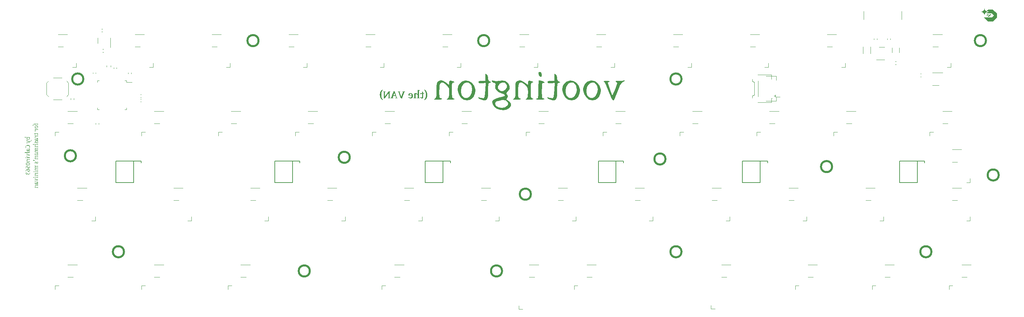
<source format=gbr>
G04 #@! TF.GenerationSoftware,KiCad,Pcbnew,(7.0.0)*
G04 #@! TF.CreationDate,2023-10-27T13:48:40+02:00*
G04 #@! TF.ProjectId,vootington VAN,766f6f74-696e-4677-946f-6e2056414e2e,rev?*
G04 #@! TF.SameCoordinates,Original*
G04 #@! TF.FileFunction,Legend,Bot*
G04 #@! TF.FilePolarity,Positive*
%FSLAX46Y46*%
G04 Gerber Fmt 4.6, Leading zero omitted, Abs format (unit mm)*
G04 Created by KiCad (PCBNEW (7.0.0)) date 2023-10-27 13:48:40*
%MOMM*%
%LPD*%
G01*
G04 APERTURE LIST*
%ADD10C,0.150000*%
%ADD11C,0.200000*%
%ADD12C,0.500000*%
%ADD13C,0.120000*%
%ADD14C,0.170180*%
%ADD15C,0.002540*%
G04 APERTURE END LIST*
D10*
G36*
X27681912Y-65094946D02*
G01*
X27683416Y-65106847D01*
X27685119Y-65119612D01*
X27686997Y-65132723D01*
X27689022Y-65145590D01*
X27691392Y-65156695D01*
X27695799Y-65168190D01*
X27702504Y-65178123D01*
X27710769Y-65185283D01*
X27721457Y-65190642D01*
X27733278Y-65193950D01*
X27740028Y-65195132D01*
X27752612Y-65196607D01*
X27765427Y-65197476D01*
X27777751Y-65197909D01*
X27791311Y-65198054D01*
X28774339Y-65198054D01*
X28778909Y-65206383D01*
X28784858Y-65217418D01*
X28790642Y-65228370D01*
X28796261Y-65239239D01*
X28801715Y-65250027D01*
X28807005Y-65260731D01*
X28812129Y-65271354D01*
X28818303Y-65284515D01*
X28820661Y-65289766D01*
X28826357Y-65302672D01*
X28831767Y-65315263D01*
X28836890Y-65327539D01*
X28841727Y-65339500D01*
X28846278Y-65351146D01*
X28850543Y-65362478D01*
X28851343Y-65364705D01*
X28855904Y-65377729D01*
X28860054Y-65390176D01*
X28863790Y-65402046D01*
X28867115Y-65413339D01*
X28870473Y-65425786D01*
X28872122Y-65432554D01*
X28874760Y-65444937D01*
X28876676Y-65457029D01*
X28877507Y-65469163D01*
X28877219Y-65484276D01*
X28876353Y-65499132D01*
X28874911Y-65513731D01*
X28872891Y-65528074D01*
X28870295Y-65542161D01*
X28867121Y-65555991D01*
X28863370Y-65569565D01*
X28859043Y-65582883D01*
X28854294Y-65595934D01*
X28849132Y-65608711D01*
X28843559Y-65621213D01*
X28837574Y-65633441D01*
X28831176Y-65645393D01*
X28824366Y-65657071D01*
X28817144Y-65668474D01*
X28809510Y-65679603D01*
X28801501Y-65690516D01*
X28793152Y-65701127D01*
X28784465Y-65711435D01*
X28775438Y-65721442D01*
X28766073Y-65731146D01*
X28756369Y-65740547D01*
X28746326Y-65749647D01*
X28735944Y-65758444D01*
X28725246Y-65766990D01*
X28714402Y-65775187D01*
X28703411Y-65783037D01*
X28692274Y-65790538D01*
X28680990Y-65797691D01*
X28669559Y-65804496D01*
X28657982Y-65810953D01*
X28646258Y-65817063D01*
X28634356Y-65822888D01*
X28622390Y-65828347D01*
X28610359Y-65833439D01*
X28598265Y-65838165D01*
X28586106Y-65842525D01*
X28573883Y-65846518D01*
X28561596Y-65850145D01*
X28549245Y-65853406D01*
X28536830Y-65856291D01*
X28524497Y-65858791D01*
X28512247Y-65860907D01*
X28500079Y-65862638D01*
X28487993Y-65863985D01*
X28475990Y-65864946D01*
X28464070Y-65865523D01*
X28452232Y-65865716D01*
X28441201Y-65865640D01*
X28424916Y-65865243D01*
X28408946Y-65864507D01*
X28393290Y-65863430D01*
X28377948Y-65862013D01*
X28362920Y-65860256D01*
X28348207Y-65858160D01*
X28333808Y-65855723D01*
X28319723Y-65852946D01*
X28305953Y-65849829D01*
X28292497Y-65846372D01*
X28279388Y-65842613D01*
X28266661Y-65838592D01*
X28254315Y-65834308D01*
X28242351Y-65829762D01*
X28230767Y-65824952D01*
X28219565Y-65819880D01*
X28208744Y-65814545D01*
X28198305Y-65808948D01*
X28184978Y-65801075D01*
X28172329Y-65792736D01*
X28160381Y-65783957D01*
X28149157Y-65774766D01*
X28138656Y-65765163D01*
X28128879Y-65755147D01*
X28119825Y-65744719D01*
X28111495Y-65733880D01*
X28103888Y-65722628D01*
X28097005Y-65710963D01*
X28090891Y-65699029D01*
X28085593Y-65686820D01*
X28081109Y-65674336D01*
X28077441Y-65661578D01*
X28074588Y-65648544D01*
X28072550Y-65635236D01*
X28071327Y-65621653D01*
X28070920Y-65607795D01*
X28071094Y-65601659D01*
X28072486Y-65588616D01*
X28074846Y-65576362D01*
X28078272Y-65563323D01*
X28082057Y-65551522D01*
X28082610Y-65550056D01*
X28183467Y-65550056D01*
X28183555Y-65554992D01*
X28184547Y-65567241D01*
X28186641Y-65579361D01*
X28189836Y-65591352D01*
X28194134Y-65603215D01*
X28199533Y-65614948D01*
X28206035Y-65626553D01*
X28213490Y-65637971D01*
X28221932Y-65648959D01*
X28231361Y-65659517D01*
X28241778Y-65669647D01*
X28250823Y-65677441D01*
X28260500Y-65684961D01*
X28270808Y-65692206D01*
X28273483Y-65693971D01*
X28284568Y-65700804D01*
X28296267Y-65707270D01*
X28308579Y-65713370D01*
X28321505Y-65719104D01*
X28335044Y-65724471D01*
X28349197Y-65729472D01*
X28363964Y-65734106D01*
X28375442Y-65737342D01*
X28383280Y-65739400D01*
X28395303Y-65742239D01*
X28407645Y-65744779D01*
X28420307Y-65747020D01*
X28433288Y-65748962D01*
X28446589Y-65750606D01*
X28460209Y-65751951D01*
X28474149Y-65752996D01*
X28488408Y-65753743D01*
X28502986Y-65754192D01*
X28517884Y-65754341D01*
X28523700Y-65754290D01*
X28538160Y-65753710D01*
X28552506Y-65752486D01*
X28566737Y-65750619D01*
X28580853Y-65748107D01*
X28594855Y-65744952D01*
X28608743Y-65741152D01*
X28614202Y-65739453D01*
X28627542Y-65734765D01*
X28640438Y-65729447D01*
X28652890Y-65723499D01*
X28664898Y-65716921D01*
X28676463Y-65709714D01*
X28687584Y-65701878D01*
X28691891Y-65698606D01*
X28702198Y-65690005D01*
X28711847Y-65680803D01*
X28720837Y-65670999D01*
X28729169Y-65660595D01*
X28736842Y-65649590D01*
X28743858Y-65637984D01*
X28748804Y-65628339D01*
X28754059Y-65615743D01*
X28758283Y-65602545D01*
X28761477Y-65588746D01*
X28763641Y-65574346D01*
X28764631Y-65562394D01*
X28764960Y-65550056D01*
X28764901Y-65546159D01*
X28764123Y-65533789D01*
X28762817Y-65521865D01*
X28761150Y-65509903D01*
X28759746Y-65501967D01*
X28757372Y-65490353D01*
X28754521Y-65478149D01*
X28751193Y-65465356D01*
X28747961Y-65453922D01*
X28746762Y-65450062D01*
X28742850Y-65438315D01*
X28738464Y-65426321D01*
X28733604Y-65414080D01*
X28728270Y-65401592D01*
X28722462Y-65388856D01*
X28720416Y-65384575D01*
X28715031Y-65373924D01*
X28709259Y-65363343D01*
X28703101Y-65352835D01*
X28696557Y-65342398D01*
X28689626Y-65332032D01*
X28682308Y-65321738D01*
X28355805Y-65321738D01*
X28343678Y-65330384D01*
X28332064Y-65339030D01*
X28320963Y-65347677D01*
X28310375Y-65356323D01*
X28300300Y-65364969D01*
X28290738Y-65373615D01*
X28281689Y-65382261D01*
X28273153Y-65390908D01*
X28271078Y-65393065D01*
X28261107Y-65403733D01*
X28251810Y-65414200D01*
X28243184Y-65424467D01*
X28235232Y-65434533D01*
X28227952Y-65444399D01*
X28220103Y-65455974D01*
X28214161Y-65465349D01*
X28207787Y-65476203D01*
X28202236Y-65486623D01*
X28196803Y-65498234D01*
X28191967Y-65510782D01*
X28190937Y-65513786D01*
X28187484Y-65525070D01*
X28184662Y-65537527D01*
X28183467Y-65550056D01*
X28082610Y-65550056D01*
X28086646Y-65539346D01*
X28092059Y-65526778D01*
X28097200Y-65516006D01*
X28102913Y-65504963D01*
X28109198Y-65493647D01*
X28116056Y-65482059D01*
X28118962Y-65477357D01*
X28126647Y-65465492D01*
X28134933Y-65453469D01*
X28141994Y-65443737D01*
X28149441Y-65433905D01*
X28157272Y-65423972D01*
X28165488Y-65413938D01*
X28174088Y-65403804D01*
X28176299Y-65401257D01*
X28185394Y-65391058D01*
X28194892Y-65380841D01*
X28204793Y-65370606D01*
X28215097Y-65360352D01*
X28225804Y-65350080D01*
X28236914Y-65339790D01*
X28248427Y-65329482D01*
X28257326Y-65321738D01*
X27611059Y-65321738D01*
X27608202Y-65318441D01*
X27600508Y-65309428D01*
X27599468Y-65308183D01*
X27591422Y-65299463D01*
X27583216Y-65291257D01*
X27589403Y-65279492D01*
X27595214Y-65267644D01*
X27600650Y-65255715D01*
X27605710Y-65243703D01*
X27610395Y-65231608D01*
X27614705Y-65219431D01*
X27618639Y-65207171D01*
X27622197Y-65194830D01*
X27625563Y-65182369D01*
X27628920Y-65169752D01*
X27632267Y-65156980D01*
X27635606Y-65144051D01*
X27638935Y-65130968D01*
X27642255Y-65117728D01*
X27645566Y-65104333D01*
X27648868Y-65090782D01*
X27681401Y-65090782D01*
X27681912Y-65094946D01*
G37*
G36*
X28125142Y-66750266D02*
G01*
X28128018Y-66738377D01*
X28131122Y-66726360D01*
X28134408Y-66714694D01*
X28135986Y-66709526D01*
X28140228Y-66697824D01*
X28145603Y-66686605D01*
X28147124Y-66684027D01*
X28154604Y-66674444D01*
X28161192Y-66668786D01*
X28172139Y-66662935D01*
X28181415Y-66659407D01*
X28925867Y-66384194D01*
X28937232Y-66379840D01*
X28948390Y-66375425D01*
X28959342Y-66370947D01*
X28975383Y-66364115D01*
X28990961Y-66357143D01*
X29006075Y-66350032D01*
X29020726Y-66342783D01*
X29034913Y-66335394D01*
X29048636Y-66327866D01*
X29061896Y-66320199D01*
X29074691Y-66312393D01*
X29082964Y-66307111D01*
X29095011Y-66299115D01*
X29106640Y-66291061D01*
X29117851Y-66282951D01*
X29128645Y-66274784D01*
X29139022Y-66266561D01*
X29148982Y-66258281D01*
X29158524Y-66249944D01*
X29167650Y-66241551D01*
X29176357Y-66233100D01*
X29184648Y-66224594D01*
X29189943Y-66218891D01*
X29200073Y-66207451D01*
X29209507Y-66195993D01*
X29218244Y-66184517D01*
X29226286Y-66173022D01*
X29233632Y-66161509D01*
X29240281Y-66149978D01*
X29246235Y-66138428D01*
X29251492Y-66126860D01*
X29256163Y-66115430D01*
X29260211Y-66104146D01*
X29264396Y-66090247D01*
X29267607Y-66076577D01*
X29269846Y-66063136D01*
X29271111Y-66049924D01*
X29271422Y-66039519D01*
X29271226Y-66026037D01*
X29270637Y-66013032D01*
X29269655Y-66000504D01*
X29268281Y-65988452D01*
X29267319Y-65981780D01*
X29265139Y-65969049D01*
X29262703Y-65957234D01*
X29259655Y-65945036D01*
X29257061Y-65936351D01*
X29252621Y-65924424D01*
X29247305Y-65913626D01*
X29242992Y-65907042D01*
X29234750Y-65898580D01*
X29227752Y-65896197D01*
X29216191Y-65900907D01*
X29207821Y-65906162D01*
X29197199Y-65913435D01*
X29186940Y-65921129D01*
X29177219Y-65928934D01*
X29174995Y-65930782D01*
X29165173Y-65939329D01*
X29155490Y-65948155D01*
X29145946Y-65957258D01*
X29140703Y-65962436D01*
X29132120Y-65971697D01*
X29124106Y-65981279D01*
X29117142Y-65990961D01*
X29116084Y-65992624D01*
X29122790Y-66004975D01*
X29128437Y-66017297D01*
X29133025Y-66029590D01*
X29136554Y-66041855D01*
X29139024Y-66054091D01*
X29140436Y-66066298D01*
X29140703Y-66071173D01*
X29140931Y-66083231D01*
X29140354Y-66097135D01*
X29138850Y-66110420D01*
X29136418Y-66123087D01*
X29133059Y-66135136D01*
X29131031Y-66140929D01*
X29126047Y-66151759D01*
X29118812Y-66162567D01*
X29111168Y-66171873D01*
X29107877Y-66175513D01*
X29099520Y-66184247D01*
X29090350Y-66193008D01*
X29080366Y-66201798D01*
X29071161Y-66209354D01*
X29063034Y-66215667D01*
X29052895Y-66223220D01*
X29042261Y-66230711D01*
X29031133Y-66238140D01*
X29019510Y-66245507D01*
X29009447Y-66251600D01*
X29003244Y-66255234D01*
X28992752Y-66261165D01*
X28982160Y-66266866D01*
X28971469Y-66272339D01*
X28960677Y-66277582D01*
X28949784Y-66282597D01*
X28938792Y-66287383D01*
X28934367Y-66289233D01*
X28877214Y-66313266D01*
X28181415Y-66042743D01*
X28170534Y-66038200D01*
X28159957Y-66030987D01*
X28151142Y-66021549D01*
X28146244Y-66014020D01*
X28140419Y-66002077D01*
X28135623Y-65989582D01*
X28131735Y-65977355D01*
X28128053Y-65963726D01*
X28125142Y-65951298D01*
X28089678Y-65951298D01*
X28089678Y-66269596D01*
X28125142Y-66269596D01*
X28126691Y-66257928D01*
X28128524Y-66245384D01*
X28130653Y-66232456D01*
X28133093Y-66219707D01*
X28133641Y-66217132D01*
X28136406Y-66205380D01*
X28140253Y-66193620D01*
X28143900Y-66185772D01*
X28151266Y-66176585D01*
X28159140Y-66172876D01*
X28171376Y-66173409D01*
X28181415Y-66176393D01*
X28707807Y-66379212D01*
X28181415Y-66569721D01*
X28169329Y-66572096D01*
X28160313Y-66570894D01*
X28150352Y-66564024D01*
X28145365Y-66556825D01*
X28140316Y-66545341D01*
X28136821Y-66533877D01*
X28134814Y-66525465D01*
X28132153Y-66513277D01*
X28129748Y-66501082D01*
X28127615Y-66489359D01*
X28125453Y-66476655D01*
X28125142Y-66474760D01*
X28089678Y-66474760D01*
X28089678Y-66750266D01*
X28125142Y-66750266D01*
G37*
G36*
X28684067Y-67970991D02*
G01*
X28694401Y-67961138D01*
X28704411Y-67951362D01*
X28714095Y-67941664D01*
X28723456Y-67932042D01*
X28732491Y-67922498D01*
X28741203Y-67913031D01*
X28749589Y-67903642D01*
X28757651Y-67894330D01*
X28765389Y-67885095D01*
X28772802Y-67875937D01*
X28777563Y-67869875D01*
X28786699Y-67857908D01*
X28795350Y-67846043D01*
X28803516Y-67834278D01*
X28811195Y-67822614D01*
X28818390Y-67811051D01*
X28825099Y-67799588D01*
X28831323Y-67788226D01*
X28837061Y-67776965D01*
X28842291Y-67765777D01*
X28847136Y-67754635D01*
X28851596Y-67743539D01*
X28855672Y-67732488D01*
X28860226Y-67718740D01*
X28864179Y-67705062D01*
X28867530Y-67691457D01*
X28868128Y-67688744D01*
X28870830Y-67675203D01*
X28873074Y-67661691D01*
X28874860Y-67648207D01*
X28876188Y-67634751D01*
X28877059Y-67621325D01*
X28877471Y-67607927D01*
X28877507Y-67602576D01*
X28877203Y-67588203D01*
X28876291Y-67573882D01*
X28874772Y-67559613D01*
X28872644Y-67545395D01*
X28869908Y-67531229D01*
X28866565Y-67517114D01*
X28862613Y-67503051D01*
X28858053Y-67489039D01*
X28852886Y-67475079D01*
X28847111Y-67461170D01*
X28842923Y-67451927D01*
X28836170Y-67438264D01*
X28828882Y-67424865D01*
X28821057Y-67411728D01*
X28812698Y-67398854D01*
X28803802Y-67386243D01*
X28794370Y-67373894D01*
X28784403Y-67361809D01*
X28773900Y-67349986D01*
X28762861Y-67338425D01*
X28751286Y-67327128D01*
X28743271Y-67319742D01*
X28730762Y-67309002D01*
X28717742Y-67298653D01*
X28704212Y-67288696D01*
X28690172Y-67279131D01*
X28675621Y-67269957D01*
X28660561Y-67261174D01*
X28650238Y-67255537D01*
X28639688Y-67250074D01*
X28628911Y-67244784D01*
X28617907Y-67239669D01*
X28606677Y-67234727D01*
X28595220Y-67229960D01*
X28583537Y-67225367D01*
X28571642Y-67221037D01*
X28559554Y-67216986D01*
X28547270Y-67213215D01*
X28534792Y-67209723D01*
X28522119Y-67206511D01*
X28509252Y-67203577D01*
X28496190Y-67200923D01*
X28482933Y-67198549D01*
X28469482Y-67196454D01*
X28455836Y-67194638D01*
X28441995Y-67193102D01*
X28427960Y-67191845D01*
X28413730Y-67190867D01*
X28399306Y-67190168D01*
X28384687Y-67189749D01*
X28369873Y-67189610D01*
X28353484Y-67189765D01*
X28337289Y-67190233D01*
X28321290Y-67191011D01*
X28305484Y-67192101D01*
X28289874Y-67193502D01*
X28274458Y-67195215D01*
X28259237Y-67197239D01*
X28244210Y-67199575D01*
X28229378Y-67202222D01*
X28214741Y-67205180D01*
X28200298Y-67208450D01*
X28186050Y-67212031D01*
X28171996Y-67215924D01*
X28158137Y-67220128D01*
X28144473Y-67224643D01*
X28131004Y-67229470D01*
X28117717Y-67234599D01*
X28104676Y-67239948D01*
X28091879Y-67245517D01*
X28079328Y-67251305D01*
X28067021Y-67257314D01*
X28054960Y-67263542D01*
X28043144Y-67269990D01*
X28031572Y-67276658D01*
X28020246Y-67283545D01*
X28009164Y-67290653D01*
X27998328Y-67297980D01*
X27987737Y-67305527D01*
X27977390Y-67313294D01*
X27967289Y-67321281D01*
X27957433Y-67329488D01*
X27947821Y-67337914D01*
X27938469Y-67346573D01*
X27929389Y-67355403D01*
X27920581Y-67364406D01*
X27912046Y-67373580D01*
X27903783Y-67382925D01*
X27895793Y-67392443D01*
X27888075Y-67402132D01*
X27880630Y-67411993D01*
X27873457Y-67422025D01*
X27866557Y-67432230D01*
X27859929Y-67442606D01*
X27853574Y-67453154D01*
X27847491Y-67463873D01*
X27841681Y-67474765D01*
X27836143Y-67485828D01*
X27830878Y-67497063D01*
X27825874Y-67508426D01*
X27821192Y-67519873D01*
X27816834Y-67531406D01*
X27812798Y-67543023D01*
X27809085Y-67554725D01*
X27805695Y-67566512D01*
X27802628Y-67578383D01*
X27799883Y-67590339D01*
X27797462Y-67602380D01*
X27795363Y-67614505D01*
X27793588Y-67626715D01*
X27792135Y-67639010D01*
X27791005Y-67651390D01*
X27790198Y-67663855D01*
X27789713Y-67676404D01*
X27789552Y-67689037D01*
X27789727Y-67705550D01*
X27790253Y-67721677D01*
X27791129Y-67737417D01*
X27792355Y-67752771D01*
X27793931Y-67767739D01*
X27795858Y-67782320D01*
X27798135Y-67796514D01*
X27800763Y-67810322D01*
X27803741Y-67823744D01*
X27807069Y-67836780D01*
X27809482Y-67845255D01*
X27813244Y-67857629D01*
X27817166Y-67869579D01*
X27821247Y-67881108D01*
X27825488Y-67892214D01*
X27831391Y-67906365D01*
X27837578Y-67919765D01*
X27844049Y-67932413D01*
X27850804Y-67944311D01*
X27857842Y-67955458D01*
X27869751Y-67954893D01*
X27873376Y-67952820D01*
X27883720Y-67945947D01*
X27893380Y-67938696D01*
X27900927Y-67932596D01*
X27910664Y-67924519D01*
X27920459Y-67916041D01*
X27929323Y-67908069D01*
X27932288Y-67905339D01*
X27941452Y-67896821D01*
X27950277Y-67888509D01*
X27957786Y-67881305D01*
X27952804Y-67852289D01*
X27943352Y-67841564D01*
X27934339Y-67830344D01*
X27925766Y-67818630D01*
X27917633Y-67806421D01*
X27909939Y-67793717D01*
X27902685Y-67780519D01*
X27895871Y-67766826D01*
X27889496Y-67752638D01*
X27885044Y-67741660D01*
X27881030Y-67730378D01*
X27877453Y-67718792D01*
X27874315Y-67706902D01*
X27871614Y-67694708D01*
X27869352Y-67682210D01*
X27867527Y-67669409D01*
X27866140Y-67656303D01*
X27865192Y-67642893D01*
X27864681Y-67629179D01*
X27864583Y-67619868D01*
X27865088Y-67607306D01*
X27866603Y-67594238D01*
X27868705Y-67582636D01*
X27871549Y-67570663D01*
X27875135Y-67558319D01*
X27879524Y-67545868D01*
X27884779Y-67533356D01*
X27890900Y-67520781D01*
X27896661Y-67510255D01*
X27903024Y-67499687D01*
X27908547Y-67491201D01*
X27915950Y-67480725D01*
X27924055Y-67470364D01*
X27932860Y-67460117D01*
X27942367Y-67449985D01*
X27952575Y-67439967D01*
X27961247Y-67432035D01*
X27968045Y-67426134D01*
X27977447Y-67418404D01*
X27987334Y-67410894D01*
X27997706Y-67403603D01*
X28008565Y-67396532D01*
X28019908Y-67389681D01*
X28031737Y-67383050D01*
X28044052Y-67376639D01*
X28056851Y-67370447D01*
X28070155Y-67364521D01*
X28083981Y-67358907D01*
X28098328Y-67353604D01*
X28109432Y-67349831D01*
X28120829Y-67346233D01*
X28132520Y-67342810D01*
X28144504Y-67339563D01*
X28156782Y-67336490D01*
X28169354Y-67333593D01*
X28177898Y-67331759D01*
X28190928Y-67329192D01*
X28204297Y-67326878D01*
X28218006Y-67324817D01*
X28232056Y-67323008D01*
X28246445Y-67321451D01*
X28261175Y-67320146D01*
X28276245Y-67319095D01*
X28291654Y-67318295D01*
X28307404Y-67317748D01*
X28323494Y-67317454D01*
X28334409Y-67317398D01*
X28348296Y-67317521D01*
X28361969Y-67317892D01*
X28375426Y-67318510D01*
X28388668Y-67319376D01*
X28401694Y-67320489D01*
X28414505Y-67321849D01*
X28427101Y-67323456D01*
X28439482Y-67325311D01*
X28451648Y-67327413D01*
X28463598Y-67329762D01*
X28475333Y-67332359D01*
X28486853Y-67335203D01*
X28503729Y-67339932D01*
X28520121Y-67345218D01*
X28530780Y-67349051D01*
X28546357Y-67355146D01*
X28561435Y-67361560D01*
X28576012Y-67368294D01*
X28590090Y-67375347D01*
X28603668Y-67382720D01*
X28616746Y-67390412D01*
X28629325Y-67398423D01*
X28641404Y-67406754D01*
X28652983Y-67415404D01*
X28664062Y-67424374D01*
X28671171Y-67430531D01*
X28681425Y-67440026D01*
X28691195Y-67449717D01*
X28700481Y-67459604D01*
X28709282Y-67469686D01*
X28717599Y-67479964D01*
X28725432Y-67490438D01*
X28732780Y-67501108D01*
X28739644Y-67511974D01*
X28746024Y-67523035D01*
X28751920Y-67534292D01*
X28755581Y-67541906D01*
X28760610Y-67553418D01*
X28765143Y-67564873D01*
X28769183Y-67576272D01*
X28772727Y-67587614D01*
X28776684Y-67602649D01*
X28779761Y-67617583D01*
X28781960Y-67632416D01*
X28783278Y-67647148D01*
X28783718Y-67661780D01*
X28782974Y-67676367D01*
X28781307Y-67688995D01*
X28778687Y-67702475D01*
X28775115Y-67716807D01*
X28771811Y-67728115D01*
X28767971Y-67739902D01*
X28763596Y-67752168D01*
X28758684Y-67764913D01*
X28753237Y-67778137D01*
X28747122Y-67791766D01*
X28740209Y-67805724D01*
X28732497Y-67820013D01*
X28723987Y-67834631D01*
X28714678Y-67849578D01*
X28708029Y-67859727D01*
X28701024Y-67870021D01*
X28693665Y-67880463D01*
X28685951Y-67891051D01*
X28677881Y-67901785D01*
X28669457Y-67912666D01*
X28660678Y-67923694D01*
X28651544Y-67934868D01*
X28646844Y-67940510D01*
X28653879Y-67949010D01*
X28663199Y-67956506D01*
X28665016Y-67957802D01*
X28674825Y-67964310D01*
X28676154Y-67965130D01*
X28684067Y-67970991D01*
G37*
G36*
X28705811Y-68098257D02*
G01*
X28720122Y-68098978D01*
X28733746Y-68100501D01*
X28746683Y-68102825D01*
X28758934Y-68105951D01*
X28770497Y-68109878D01*
X28781373Y-68114606D01*
X28785538Y-68116692D01*
X28797457Y-68123362D01*
X28808510Y-68130651D01*
X28818697Y-68138557D01*
X28828018Y-68147082D01*
X28836475Y-68156225D01*
X28839103Y-68159400D01*
X28846440Y-68169213D01*
X28852952Y-68179458D01*
X28858640Y-68190137D01*
X28863503Y-68201248D01*
X28867542Y-68212792D01*
X28870413Y-68222549D01*
X28873216Y-68234145D01*
X28875600Y-68247516D01*
X28877031Y-68260720D01*
X28877507Y-68273755D01*
X28877307Y-68282127D01*
X28876353Y-68294280D01*
X28874614Y-68306939D01*
X28872090Y-68320102D01*
X28869301Y-68331787D01*
X28867112Y-68339824D01*
X28863313Y-68352069D01*
X28858896Y-68364540D01*
X28853861Y-68377238D01*
X28849193Y-68387993D01*
X28844095Y-68398905D01*
X28841931Y-68403344D01*
X28836181Y-68414491D01*
X28829944Y-68425709D01*
X28823221Y-68436999D01*
X28816011Y-68448361D01*
X28808314Y-68459794D01*
X28800131Y-68471298D01*
X28793239Y-68480604D01*
X28786045Y-68489910D01*
X28778548Y-68499215D01*
X28770749Y-68508521D01*
X28762648Y-68517827D01*
X28754244Y-68527132D01*
X28745538Y-68536438D01*
X28736530Y-68545744D01*
X28744663Y-68546026D01*
X28760260Y-68546970D01*
X28774970Y-68548417D01*
X28788791Y-68550368D01*
X28801724Y-68552823D01*
X28813768Y-68555781D01*
X28827574Y-68560187D01*
X28839992Y-68565381D01*
X28848784Y-68570066D01*
X28859775Y-68577625D01*
X28869264Y-68587252D01*
X28875163Y-68597749D01*
X28877507Y-68610810D01*
X28876949Y-68618597D01*
X28874293Y-68631349D01*
X28870274Y-68643999D01*
X28865697Y-68655753D01*
X28860004Y-68668609D01*
X28854646Y-68679686D01*
X28850060Y-68688473D01*
X28843184Y-68700854D01*
X28835438Y-68713995D01*
X28829057Y-68724350D01*
X28822187Y-68735132D01*
X28814827Y-68746342D01*
X28806978Y-68757979D01*
X28798639Y-68770044D01*
X28789811Y-68782537D01*
X28780494Y-68795458D01*
X28742685Y-68783148D01*
X28744405Y-68779102D01*
X28749097Y-68767651D01*
X28753685Y-68755593D01*
X28757761Y-68743531D01*
X28760857Y-68732150D01*
X28762039Y-68726636D01*
X28764059Y-68714745D01*
X28764960Y-68702548D01*
X28764610Y-68698020D01*
X28759897Y-68686864D01*
X28750599Y-68678514D01*
X28749664Y-68677955D01*
X28738238Y-68673341D01*
X28726377Y-68670928D01*
X28714015Y-68669748D01*
X28701946Y-68669428D01*
X28246775Y-68669428D01*
X28236550Y-68669236D01*
X28221749Y-68668226D01*
X28207592Y-68666351D01*
X28194079Y-68663610D01*
X28181210Y-68660004D01*
X28168985Y-68655532D01*
X28157405Y-68650194D01*
X28146468Y-68643991D01*
X28136175Y-68636923D01*
X28126526Y-68628989D01*
X28117521Y-68620189D01*
X28111878Y-68613908D01*
X28104096Y-68603877D01*
X28097133Y-68593115D01*
X28090989Y-68581620D01*
X28085665Y-68569395D01*
X28081159Y-68556438D01*
X28077473Y-68542749D01*
X28074606Y-68528328D01*
X28072558Y-68513176D01*
X28071329Y-68497293D01*
X28070920Y-68480677D01*
X28071167Y-68467649D01*
X28071909Y-68454501D01*
X28073145Y-68441234D01*
X28074877Y-68427848D01*
X28077102Y-68414343D01*
X28079822Y-68400718D01*
X28083037Y-68386975D01*
X28086747Y-68373113D01*
X28090873Y-68359283D01*
X28095338Y-68345636D01*
X28100142Y-68332172D01*
X28105285Y-68318891D01*
X28110766Y-68305793D01*
X28116587Y-68292879D01*
X28122747Y-68280148D01*
X28129245Y-68267600D01*
X28136091Y-68255313D01*
X28143295Y-68243365D01*
X28150856Y-68231756D01*
X28158774Y-68220485D01*
X28167049Y-68209554D01*
X28175682Y-68198962D01*
X28184671Y-68188708D01*
X28194018Y-68178793D01*
X28198757Y-68174035D01*
X28208310Y-68164986D01*
X28217964Y-68156559D01*
X28227718Y-68148756D01*
X28237573Y-68141575D01*
X28247529Y-68135017D01*
X28260116Y-68127696D01*
X28272860Y-68121347D01*
X28305100Y-68132778D01*
X28305952Y-68142148D01*
X28305139Y-68154068D01*
X28303341Y-68166190D01*
X28301088Y-68177969D01*
X28298432Y-68189857D01*
X28295373Y-68201856D01*
X28291911Y-68213964D01*
X28289571Y-68221402D01*
X28285619Y-68232617D01*
X28280866Y-68244227D01*
X28275204Y-68255876D01*
X28268280Y-68266647D01*
X28258205Y-68272876D01*
X28250542Y-68272458D01*
X28237360Y-68273292D01*
X28224967Y-68276167D01*
X28213362Y-68281082D01*
X28205964Y-68285427D01*
X28195562Y-68292988D01*
X28185995Y-68301800D01*
X28178191Y-68310684D01*
X28171139Y-68320613D01*
X28164929Y-68331347D01*
X28159562Y-68342888D01*
X28155037Y-68355234D01*
X28154531Y-68356847D01*
X28151392Y-68368167D01*
X28148662Y-68381173D01*
X28146849Y-68394252D01*
X28145951Y-68407405D01*
X28145882Y-68412407D01*
X28146071Y-68424441D01*
X28146978Y-68437994D01*
X28148627Y-68450579D01*
X28151017Y-68462195D01*
X28154744Y-68474522D01*
X28155338Y-68476179D01*
X28159946Y-68487162D01*
X28166174Y-68498409D01*
X28173428Y-68508265D01*
X28181708Y-68516728D01*
X28190922Y-68524055D01*
X28200979Y-68530210D01*
X28211878Y-68535192D01*
X28223620Y-68539003D01*
X28225144Y-68539417D01*
X28237582Y-68542261D01*
X28250460Y-68544262D01*
X28263777Y-68545421D01*
X28275791Y-68545744D01*
X28391855Y-68545744D01*
X28446663Y-68545744D01*
X28660327Y-68545744D01*
X28663687Y-68541830D01*
X28673429Y-68530173D01*
X28682660Y-68518640D01*
X28691382Y-68507230D01*
X28699593Y-68495943D01*
X28707295Y-68484781D01*
X28714486Y-68473742D01*
X28721167Y-68462826D01*
X28727338Y-68452035D01*
X28733000Y-68441366D01*
X28739754Y-68427335D01*
X28745662Y-68413578D01*
X28750782Y-68400004D01*
X28755114Y-68386613D01*
X28758659Y-68373406D01*
X28761416Y-68360382D01*
X28763385Y-68347541D01*
X28764566Y-68334883D01*
X28764960Y-68322408D01*
X28764896Y-68319628D01*
X28763514Y-68307980D01*
X28760857Y-68296323D01*
X28757923Y-68287843D01*
X28752063Y-68276824D01*
X28744737Y-68267014D01*
X28742409Y-68264464D01*
X28733571Y-68256450D01*
X28723072Y-68249180D01*
X28712204Y-68243273D01*
X28706814Y-68240938D01*
X28694907Y-68237201D01*
X28683256Y-68234953D01*
X28670455Y-68233659D01*
X28658568Y-68233308D01*
X28653772Y-68233360D01*
X28639865Y-68234133D01*
X28626679Y-68235833D01*
X28614215Y-68238460D01*
X28602472Y-68242015D01*
X28591450Y-68246497D01*
X28584439Y-68249923D01*
X28572632Y-68256535D01*
X28561414Y-68263932D01*
X28550785Y-68272114D01*
X28540745Y-68281082D01*
X28538123Y-68283591D01*
X28529605Y-68292475D01*
X28521430Y-68302161D01*
X28514367Y-68311564D01*
X28513599Y-68312656D01*
X28506788Y-68323488D01*
X28500889Y-68334634D01*
X28495849Y-68345560D01*
X28490920Y-68357579D01*
X28486754Y-68369016D01*
X28482608Y-68381567D01*
X28479169Y-68392875D01*
X28475744Y-68404957D01*
X28472334Y-68417811D01*
X28468938Y-68431438D01*
X28466899Y-68440112D01*
X28464165Y-68452335D01*
X28461413Y-68465309D01*
X28458643Y-68479034D01*
X28455854Y-68493510D01*
X28453046Y-68508737D01*
X28450929Y-68520650D01*
X28448801Y-68532986D01*
X28446663Y-68545744D01*
X28391855Y-68545744D01*
X28393581Y-68534035D01*
X28396188Y-68516940D01*
X28398816Y-68500406D01*
X28401464Y-68484434D01*
X28404133Y-68469024D01*
X28406822Y-68454175D01*
X28409532Y-68439887D01*
X28412263Y-68426162D01*
X28415014Y-68412997D01*
X28417785Y-68400395D01*
X28420578Y-68388354D01*
X28423341Y-68376779D01*
X28427073Y-68361923D01*
X28430861Y-68347726D01*
X28434703Y-68334189D01*
X28438600Y-68321311D01*
X28442552Y-68309093D01*
X28446559Y-68297534D01*
X28451646Y-68284013D01*
X28455772Y-68273865D01*
X28460994Y-68261901D01*
X28466287Y-68250738D01*
X28472734Y-68238401D01*
X28479284Y-68227217D01*
X28485937Y-68217188D01*
X28490366Y-68211038D01*
X28498270Y-68200649D01*
X28506370Y-68190738D01*
X28514667Y-68181303D01*
X28523160Y-68172345D01*
X28528976Y-68166705D01*
X28539115Y-68157636D01*
X28549813Y-68148982D01*
X28561068Y-68140743D01*
X28572882Y-68132919D01*
X28585254Y-68125510D01*
X28595553Y-68119882D01*
X28606352Y-68114799D01*
X28617792Y-68110393D01*
X28629873Y-68106665D01*
X28642595Y-68103615D01*
X28655958Y-68101243D01*
X28669962Y-68099549D01*
X28684607Y-68098532D01*
X28699894Y-68098193D01*
X28705811Y-68098257D01*
G37*
G36*
X28858750Y-68852024D02*
G01*
X28823285Y-68852024D01*
X28821177Y-68864911D01*
X28819026Y-68876974D01*
X28816466Y-68890005D01*
X28813849Y-68901914D01*
X28811562Y-68911229D01*
X28808356Y-68922604D01*
X28804793Y-68933869D01*
X28800502Y-68945433D01*
X28798959Y-68949037D01*
X28793517Y-68959833D01*
X28786356Y-68969261D01*
X28776002Y-68975400D01*
X28773167Y-68975709D01*
X27792190Y-68975709D01*
X27778918Y-68975534D01*
X27766801Y-68975008D01*
X27754122Y-68973952D01*
X27741556Y-68972162D01*
X27734744Y-68970726D01*
X27722768Y-68966811D01*
X27711976Y-68960652D01*
X27703676Y-68952555D01*
X27697420Y-68942413D01*
X27693115Y-68931331D01*
X27690367Y-68919839D01*
X27689901Y-68917091D01*
X27687978Y-68905184D01*
X27686264Y-68893503D01*
X27684523Y-68880644D01*
X27683009Y-68868685D01*
X27681987Y-68860231D01*
X27649161Y-68860231D01*
X27646198Y-68874881D01*
X27643171Y-68889229D01*
X27640080Y-68903274D01*
X27636925Y-68917017D01*
X27633705Y-68930458D01*
X27630422Y-68943597D01*
X27627074Y-68956433D01*
X27623662Y-68968968D01*
X27619953Y-68981378D01*
X27615859Y-68993844D01*
X27611380Y-69006364D01*
X27606516Y-69018940D01*
X27601268Y-69031570D01*
X27595635Y-69044256D01*
X27589618Y-69056996D01*
X27583216Y-69069791D01*
X27611059Y-69099393D01*
X28773167Y-69099393D01*
X28784106Y-69104723D01*
X28792126Y-69115055D01*
X28797842Y-69125524D01*
X28798666Y-69127237D01*
X28803550Y-69139169D01*
X28807525Y-69151222D01*
X28811415Y-69165192D01*
X28814465Y-69177750D01*
X28817460Y-69191534D01*
X28820400Y-69206546D01*
X28822569Y-69218610D01*
X28823285Y-69222785D01*
X28858750Y-69222785D01*
X28858750Y-68852024D01*
G37*
G36*
X28124849Y-70072750D02*
G01*
X28127725Y-70060861D01*
X28130829Y-70048844D01*
X28134114Y-70037178D01*
X28135693Y-70032010D01*
X28139935Y-70020308D01*
X28145310Y-70009090D01*
X28146830Y-70006511D01*
X28154311Y-69996929D01*
X28160899Y-69991271D01*
X28171601Y-69985419D01*
X28180829Y-69981892D01*
X28804528Y-69748591D01*
X28815215Y-69743353D01*
X28825847Y-69736071D01*
X28834491Y-69728068D01*
X28835302Y-69727195D01*
X28842807Y-69718173D01*
X28850203Y-69707721D01*
X28856698Y-69696714D01*
X28862126Y-69685464D01*
X28866723Y-69674284D01*
X28870180Y-69664181D01*
X28873546Y-69652874D01*
X28876710Y-69640942D01*
X28877507Y-69637509D01*
X28180829Y-69365227D01*
X28169966Y-69360684D01*
X28159454Y-69353472D01*
X28150749Y-69344033D01*
X28145951Y-69336504D01*
X28140126Y-69324561D01*
X28135329Y-69312067D01*
X28131441Y-69299839D01*
X28127759Y-69286211D01*
X28124849Y-69273783D01*
X28089678Y-69273783D01*
X28089678Y-69592080D01*
X28124849Y-69592080D01*
X28126387Y-69580412D01*
X28128183Y-69567868D01*
X28130234Y-69554940D01*
X28132542Y-69542192D01*
X28133055Y-69539617D01*
X28135820Y-69527864D01*
X28139667Y-69516104D01*
X28143313Y-69508256D01*
X28150680Y-69499069D01*
X28158554Y-69495360D01*
X28170790Y-69495893D01*
X28180829Y-69498877D01*
X28706928Y-69701696D01*
X28180829Y-69892206D01*
X28168825Y-69894994D01*
X28160020Y-69894843D01*
X28149176Y-69889076D01*
X28145072Y-69883706D01*
X28139688Y-69872642D01*
X28135937Y-69860916D01*
X28134521Y-69855276D01*
X28131561Y-69842562D01*
X28129152Y-69830701D01*
X28127014Y-69819091D01*
X28124849Y-69806330D01*
X28089678Y-69806330D01*
X28089678Y-70072750D01*
X28124849Y-70072750D01*
G37*
G36*
X28858750Y-70142799D02*
G01*
X28823579Y-70142799D01*
X28820620Y-70156382D01*
X28817607Y-70169140D01*
X28814538Y-70181075D01*
X28810626Y-70194833D01*
X28806627Y-70207304D01*
X28802543Y-70218487D01*
X28798373Y-70228382D01*
X28792572Y-70240030D01*
X28785403Y-70250803D01*
X28775621Y-70258014D01*
X28773460Y-70258277D01*
X28308910Y-70258277D01*
X28296206Y-70258234D01*
X28284289Y-70258105D01*
X28271028Y-70257837D01*
X28258900Y-70257446D01*
X28246184Y-70256833D01*
X28241206Y-70256518D01*
X28229024Y-70255071D01*
X28217028Y-70252086D01*
X28205819Y-70247082D01*
X28201052Y-70243915D01*
X28192114Y-70235137D01*
X28185611Y-70224513D01*
X28181080Y-70212797D01*
X28180243Y-70209917D01*
X28177037Y-70196929D01*
X28174503Y-70183491D01*
X28172531Y-70170433D01*
X28171030Y-70158464D01*
X28169658Y-70145508D01*
X28169398Y-70142799D01*
X28136572Y-70142799D01*
X28133971Y-70155731D01*
X28131515Y-70167348D01*
X28128890Y-70179245D01*
X28126097Y-70191423D01*
X28124849Y-70196728D01*
X28121701Y-70209152D01*
X28118413Y-70221548D01*
X28114985Y-70233916D01*
X28111417Y-70246255D01*
X28109315Y-70253294D01*
X28105426Y-70265478D01*
X28101453Y-70277409D01*
X28097396Y-70289088D01*
X28093254Y-70300514D01*
X28090850Y-70306930D01*
X28086490Y-70317889D01*
X28081508Y-70329934D01*
X28076525Y-70341465D01*
X28071543Y-70352483D01*
X28070920Y-70353825D01*
X28070920Y-70381961D01*
X28773460Y-70381961D01*
X28783558Y-70388015D01*
X28790606Y-70397459D01*
X28796600Y-70407817D01*
X28797493Y-70409512D01*
X28802786Y-70420987D01*
X28807055Y-70432297D01*
X28811195Y-70445196D01*
X28814415Y-70456658D01*
X28817552Y-70469138D01*
X28820606Y-70482634D01*
X28823579Y-70497146D01*
X28858750Y-70497146D01*
X28858750Y-70142799D01*
G37*
G36*
X27828826Y-70406581D02*
G01*
X27841335Y-70405978D01*
X27853473Y-70404170D01*
X27865241Y-70401156D01*
X27871618Y-70398961D01*
X27882576Y-70394399D01*
X27893773Y-70388296D01*
X27903940Y-70381106D01*
X27906789Y-70378737D01*
X27915558Y-70370403D01*
X27923183Y-70361152D01*
X27929663Y-70350985D01*
X27930822Y-70348842D01*
X27935459Y-70337719D01*
X27938378Y-70325967D01*
X27939580Y-70313585D01*
X27939615Y-70311033D01*
X27938904Y-70297817D01*
X27936771Y-70286084D01*
X27932485Y-70274271D01*
X27925218Y-70263243D01*
X27919392Y-70257691D01*
X27908217Y-70250638D01*
X27896697Y-70246120D01*
X27883550Y-70243145D01*
X27870986Y-70241822D01*
X27861946Y-70241571D01*
X27849437Y-70242150D01*
X27837298Y-70243889D01*
X27825531Y-70246787D01*
X27819154Y-70248898D01*
X27808196Y-70253625D01*
X27796999Y-70259910D01*
X27786832Y-70267283D01*
X27783983Y-70269707D01*
X27775271Y-70278294D01*
X27767817Y-70287568D01*
X27761624Y-70297528D01*
X27760536Y-70299603D01*
X27756054Y-70310514D01*
X27753232Y-70321997D01*
X27752070Y-70334052D01*
X27752036Y-70336532D01*
X27752711Y-70349051D01*
X27755711Y-70363827D01*
X27761110Y-70376414D01*
X27768909Y-70386811D01*
X27779108Y-70395020D01*
X27791706Y-70401040D01*
X27806704Y-70404871D01*
X27819527Y-70406307D01*
X27828826Y-70406581D01*
G37*
G36*
X28858750Y-71092122D02*
G01*
X28823872Y-71092122D01*
X28820052Y-71106502D01*
X28816361Y-71119892D01*
X28812798Y-71132294D01*
X28809364Y-71143706D01*
X28805251Y-71156580D01*
X28801338Y-71167909D01*
X28796907Y-71179463D01*
X28791906Y-71190427D01*
X28785477Y-71200566D01*
X28775475Y-71207490D01*
X28774046Y-71207600D01*
X28343788Y-71207600D01*
X28331698Y-71207508D01*
X28317410Y-71207136D01*
X28304037Y-71206478D01*
X28291581Y-71205533D01*
X28277842Y-71204022D01*
X28265423Y-71202099D01*
X28263481Y-71201738D01*
X28250520Y-71198965D01*
X28238821Y-71195519D01*
X28226997Y-71190756D01*
X28215665Y-71184347D01*
X28214535Y-71183566D01*
X28205240Y-71176016D01*
X28197089Y-71166159D01*
X28191227Y-71154756D01*
X28189915Y-71151033D01*
X28186798Y-71138985D01*
X28184884Y-71127147D01*
X28183775Y-71114247D01*
X28183467Y-71102087D01*
X28184236Y-71088971D01*
X28186172Y-71076894D01*
X28189285Y-71064255D01*
X28192892Y-71052976D01*
X28195777Y-71045227D01*
X28200808Y-71033302D01*
X28206891Y-71021047D01*
X28212763Y-71010583D01*
X28219365Y-70999890D01*
X28226696Y-70988967D01*
X28234758Y-70977816D01*
X28243508Y-70966556D01*
X28251105Y-70957425D01*
X28259234Y-70948183D01*
X28267894Y-70938832D01*
X28277085Y-70929370D01*
X28286807Y-70919799D01*
X28297061Y-70910118D01*
X28305100Y-70902785D01*
X28316324Y-70893030D01*
X28328162Y-70883258D01*
X28337444Y-70875916D01*
X28347070Y-70868564D01*
X28357042Y-70861202D01*
X28367359Y-70853829D01*
X28378021Y-70846447D01*
X28389028Y-70839053D01*
X28400381Y-70831650D01*
X28412078Y-70824236D01*
X28774046Y-70824236D01*
X28784985Y-70830127D01*
X28792196Y-70840135D01*
X28797900Y-70851284D01*
X28799545Y-70855011D01*
X28804330Y-70867455D01*
X28808238Y-70879037D01*
X28812075Y-70891721D01*
X28815840Y-70905507D01*
X28818801Y-70917329D01*
X28821716Y-70929856D01*
X28823872Y-70939714D01*
X28858750Y-70939714D01*
X28858750Y-70585367D01*
X28824165Y-70585367D01*
X28820767Y-70598551D01*
X28817460Y-70610994D01*
X28814245Y-70622695D01*
X28810356Y-70636277D01*
X28806609Y-70648701D01*
X28803005Y-70659965D01*
X28799545Y-70670070D01*
X28794674Y-70681947D01*
X28788041Y-70692931D01*
X28778548Y-70700076D01*
X28775218Y-70700552D01*
X28287221Y-70700552D01*
X28274118Y-70700440D01*
X28262249Y-70700103D01*
X28250196Y-70699444D01*
X28237396Y-70698207D01*
X28225636Y-70695556D01*
X28214941Y-70690294D01*
X28208380Y-70684725D01*
X28201290Y-70674682D01*
X28196642Y-70663731D01*
X28193438Y-70651869D01*
X28193139Y-70650433D01*
X28190666Y-70637684D01*
X28188532Y-70624604D01*
X28186726Y-70611965D01*
X28184939Y-70598006D01*
X28183467Y-70585367D01*
X28145951Y-70585367D01*
X28143249Y-70599234D01*
X28140273Y-70612844D01*
X28137021Y-70626198D01*
X28133495Y-70639296D01*
X28129694Y-70652137D01*
X28125618Y-70664721D01*
X28121267Y-70677050D01*
X28116642Y-70689121D01*
X28111696Y-70701042D01*
X28106530Y-70712917D01*
X28101145Y-70724746D01*
X28095539Y-70736529D01*
X28089714Y-70748266D01*
X28083669Y-70759958D01*
X28077404Y-70771604D01*
X28070920Y-70783204D01*
X28099643Y-70811927D01*
X28303927Y-70821012D01*
X28293704Y-70827891D01*
X28283697Y-70834899D01*
X28273907Y-70842035D01*
X28264333Y-70849300D01*
X28254975Y-70856694D01*
X28245834Y-70864217D01*
X28236909Y-70871869D01*
X28225345Y-70882271D01*
X28214166Y-70892902D01*
X28206035Y-70901026D01*
X28195470Y-70911958D01*
X28185317Y-70922917D01*
X28175576Y-70933903D01*
X28166248Y-70944917D01*
X28157331Y-70955958D01*
X28148827Y-70967027D01*
X28140735Y-70978123D01*
X28133055Y-70989247D01*
X28125732Y-71000338D01*
X28118859Y-71011339D01*
X28112433Y-71022247D01*
X28106457Y-71033064D01*
X28100930Y-71043789D01*
X28095851Y-71054423D01*
X28090134Y-71067586D01*
X28087040Y-71075416D01*
X28082396Y-71088185D01*
X28078539Y-71100483D01*
X28075469Y-71112308D01*
X28072825Y-71125875D01*
X28071313Y-71138762D01*
X28070920Y-71148982D01*
X28071301Y-71162188D01*
X28072445Y-71175209D01*
X28074351Y-71188044D01*
X28077020Y-71200694D01*
X28080451Y-71213158D01*
X28081764Y-71217272D01*
X28086133Y-71229413D01*
X28091326Y-71240999D01*
X28097344Y-71252027D01*
X28104186Y-71262500D01*
X28111852Y-71272415D01*
X28114590Y-71275597D01*
X28123256Y-71284699D01*
X28132767Y-71293100D01*
X28143122Y-71300801D01*
X28154323Y-71307801D01*
X28166368Y-71314100D01*
X28170571Y-71316044D01*
X28181489Y-71320434D01*
X28192993Y-71324081D01*
X28205085Y-71326983D01*
X28217763Y-71329141D01*
X28231028Y-71330555D01*
X28244880Y-71331225D01*
X28250585Y-71331285D01*
X28773460Y-71331285D01*
X28784112Y-71336823D01*
X28791141Y-71346669D01*
X28796028Y-71356490D01*
X28801153Y-71369425D01*
X28805123Y-71381000D01*
X28809350Y-71394521D01*
X28812918Y-71406740D01*
X28816650Y-71420203D01*
X28820547Y-71434913D01*
X28823579Y-71446763D01*
X28858750Y-71446763D01*
X28858750Y-71092122D01*
G37*
G36*
X28384226Y-71528907D02*
G01*
X28397025Y-71529144D01*
X28409735Y-71529539D01*
X28422355Y-71530092D01*
X28434886Y-71530803D01*
X28447327Y-71531672D01*
X28459679Y-71532699D01*
X28471942Y-71533884D01*
X28484116Y-71535227D01*
X28496200Y-71536728D01*
X28508195Y-71538387D01*
X28520101Y-71540204D01*
X28531917Y-71542179D01*
X28543644Y-71544312D01*
X28555282Y-71546603D01*
X28566830Y-71549051D01*
X28578244Y-71551656D01*
X28595025Y-71555851D01*
X28611399Y-71560390D01*
X28627366Y-71565275D01*
X28642925Y-71570505D01*
X28658078Y-71576081D01*
X28672824Y-71582001D01*
X28687163Y-71588267D01*
X28701095Y-71594878D01*
X28714620Y-71601834D01*
X28727738Y-71609135D01*
X28736236Y-71614229D01*
X28748567Y-71622148D01*
X28760399Y-71630403D01*
X28771731Y-71638992D01*
X28782563Y-71647916D01*
X28792895Y-71657175D01*
X28802728Y-71666769D01*
X28812061Y-71676698D01*
X28820894Y-71686961D01*
X28829227Y-71697560D01*
X28837061Y-71708493D01*
X28841959Y-71716004D01*
X28848713Y-71727544D01*
X28854756Y-71739414D01*
X28860088Y-71751614D01*
X28864710Y-71764144D01*
X28868620Y-71777003D01*
X28871820Y-71790192D01*
X28874308Y-71803711D01*
X28876085Y-71817560D01*
X28877152Y-71831738D01*
X28877507Y-71846246D01*
X28877349Y-71855974D01*
X28876520Y-71870365D01*
X28874979Y-71884513D01*
X28872728Y-71898419D01*
X28869766Y-71912083D01*
X28866092Y-71925505D01*
X28861708Y-71938684D01*
X28856613Y-71951622D01*
X28850806Y-71964317D01*
X28844289Y-71976771D01*
X28837061Y-71988982D01*
X28831894Y-71997004D01*
X28823727Y-72008758D01*
X28815061Y-72020178D01*
X28805894Y-72031262D01*
X28796228Y-72042012D01*
X28786063Y-72052426D01*
X28775397Y-72062506D01*
X28764232Y-72072251D01*
X28752567Y-72081661D01*
X28740402Y-72090737D01*
X28727738Y-72099477D01*
X28723410Y-72102315D01*
X28710157Y-72110587D01*
X28696496Y-72118499D01*
X28682429Y-72126050D01*
X28667954Y-72133240D01*
X28653073Y-72140070D01*
X28637784Y-72146539D01*
X28622088Y-72152648D01*
X28605986Y-72158396D01*
X28589476Y-72163783D01*
X28578244Y-72167174D01*
X28566830Y-72170405D01*
X28555282Y-72173458D01*
X28543644Y-72176313D01*
X28531917Y-72178971D01*
X28520101Y-72181433D01*
X28508195Y-72183697D01*
X28496200Y-72185765D01*
X28484116Y-72187636D01*
X28471942Y-72189310D01*
X28459679Y-72190787D01*
X28447327Y-72192067D01*
X28434886Y-72193150D01*
X28422355Y-72194036D01*
X28409735Y-72194725D01*
X28397025Y-72195217D01*
X28384226Y-72195513D01*
X28371338Y-72195611D01*
X28358378Y-72195532D01*
X28345510Y-72195295D01*
X28332733Y-72194900D01*
X28320047Y-72194347D01*
X28307454Y-72193636D01*
X28294952Y-72192767D01*
X28282541Y-72191740D01*
X28270222Y-72190555D01*
X28257995Y-72189212D01*
X28245859Y-72187711D01*
X28233814Y-72186052D01*
X28221862Y-72184235D01*
X28210001Y-72182261D01*
X28198231Y-72180128D01*
X28186553Y-72177837D01*
X28174967Y-72175388D01*
X28163483Y-72172782D01*
X28146604Y-72168581D01*
X28130143Y-72164030D01*
X28114098Y-72159129D01*
X28098472Y-72153878D01*
X28083262Y-72148276D01*
X28068470Y-72142323D01*
X28054095Y-72136021D01*
X28040137Y-72129368D01*
X28026597Y-72122365D01*
X28013474Y-72115011D01*
X28004978Y-72109952D01*
X27992658Y-72102075D01*
X27980849Y-72093853D01*
X27969550Y-72085287D01*
X27958761Y-72076374D01*
X27948482Y-72067117D01*
X27938713Y-72057515D01*
X27929454Y-72047567D01*
X27920705Y-72037274D01*
X27912466Y-72026636D01*
X27904737Y-72015653D01*
X27899875Y-72008178D01*
X27893169Y-71996686D01*
X27887170Y-71984860D01*
X27881876Y-71972699D01*
X27877288Y-71960203D01*
X27873406Y-71947372D01*
X27870230Y-71934206D01*
X27867760Y-71920705D01*
X27865995Y-71906869D01*
X27864936Y-71892699D01*
X27864583Y-71878193D01*
X27864741Y-71868465D01*
X27865571Y-71854075D01*
X27866423Y-71846246D01*
X27939615Y-71846246D01*
X27939875Y-71854076D01*
X27941465Y-71867001D01*
X27944500Y-71879768D01*
X27948981Y-71892377D01*
X27954907Y-71904829D01*
X27962279Y-71917124D01*
X27969217Y-71926846D01*
X27971095Y-71929273D01*
X27979162Y-71938799D01*
X27988117Y-71948031D01*
X27997961Y-71956971D01*
X28008693Y-71965617D01*
X28020314Y-71973970D01*
X28032823Y-71982030D01*
X28046220Y-71989797D01*
X28056851Y-71995430D01*
X28064182Y-71999083D01*
X28075603Y-72004387D01*
X28087534Y-72009480D01*
X28099976Y-72014361D01*
X28112927Y-72019032D01*
X28126388Y-72023491D01*
X28140360Y-72027738D01*
X28154841Y-72031775D01*
X28169832Y-72035600D01*
X28185334Y-72039214D01*
X28201345Y-72042617D01*
X28217854Y-72045812D01*
X28234847Y-72048693D01*
X28246445Y-72050439D01*
X28258258Y-72052046D01*
X28270286Y-72053512D01*
X28282529Y-72054839D01*
X28294988Y-72056026D01*
X28307662Y-72057074D01*
X28320551Y-72057982D01*
X28333656Y-72058750D01*
X28346975Y-72059379D01*
X28360510Y-72059867D01*
X28374260Y-72060217D01*
X28388226Y-72060426D01*
X28402406Y-72060496D01*
X28408990Y-72060484D01*
X28421979Y-72060388D01*
X28434734Y-72060195D01*
X28447252Y-72059907D01*
X28459534Y-72059522D01*
X28471581Y-72059041D01*
X28489208Y-72058140D01*
X28506305Y-72057022D01*
X28522871Y-72055687D01*
X28538907Y-72054137D01*
X28554412Y-72052370D01*
X28569386Y-72050386D01*
X28583830Y-72048186D01*
X28593142Y-72046603D01*
X28606725Y-72044060D01*
X28619843Y-72041317D01*
X28632498Y-72038372D01*
X28644690Y-72035227D01*
X28656417Y-72031881D01*
X28667681Y-72028334D01*
X28681979Y-72023292D01*
X28695452Y-72017892D01*
X28708101Y-72012136D01*
X28719861Y-72006114D01*
X28730815Y-71999771D01*
X28740963Y-71993108D01*
X28752515Y-71984328D01*
X28762808Y-71975047D01*
X28771841Y-71965266D01*
X28779615Y-71954983D01*
X28782383Y-71950733D01*
X28788523Y-71939788D01*
X28793546Y-71928385D01*
X28797453Y-71916524D01*
X28800243Y-71904205D01*
X28801918Y-71891428D01*
X28802476Y-71878193D01*
X28802009Y-71866795D01*
X28800111Y-71852843D01*
X28796754Y-71839220D01*
X28791937Y-71825926D01*
X28785660Y-71812962D01*
X28779587Y-71802827D01*
X28772581Y-71792903D01*
X28770666Y-71790477D01*
X28762453Y-71780979D01*
X28753351Y-71771811D01*
X28743360Y-71762973D01*
X28732482Y-71754464D01*
X28720715Y-71746285D01*
X28708059Y-71738435D01*
X28694515Y-71730916D01*
X28683774Y-71725492D01*
X28676299Y-71721985D01*
X28664670Y-71716894D01*
X28652541Y-71712010D01*
X28639913Y-71707332D01*
X28626785Y-71702860D01*
X28613157Y-71698594D01*
X28599029Y-71694535D01*
X28584402Y-71690681D01*
X28569275Y-71687033D01*
X28553648Y-71683592D01*
X28537521Y-71680356D01*
X28520855Y-71677423D01*
X28503721Y-71674778D01*
X28492037Y-71673176D01*
X28480145Y-71671701D01*
X28468045Y-71670355D01*
X28455736Y-71669136D01*
X28443219Y-71668047D01*
X28430494Y-71667085D01*
X28417560Y-71666251D01*
X28404418Y-71665546D01*
X28391067Y-71664969D01*
X28377508Y-71664520D01*
X28363741Y-71664200D01*
X28349765Y-71664007D01*
X28335581Y-71663943D01*
X28329107Y-71663956D01*
X28316327Y-71664054D01*
X28303775Y-71664251D01*
X28291449Y-71664546D01*
X28279350Y-71664940D01*
X28267477Y-71665432D01*
X28250094Y-71666356D01*
X28233220Y-71667500D01*
X28216856Y-71668866D01*
X28201003Y-71670454D01*
X28185659Y-71672263D01*
X28170826Y-71674294D01*
X28156502Y-71676546D01*
X28151839Y-71677362D01*
X28138166Y-71679935D01*
X28124967Y-71682693D01*
X28112241Y-71685637D01*
X28099990Y-71688766D01*
X28088212Y-71692080D01*
X28073246Y-71696788D01*
X28059123Y-71701825D01*
X28045842Y-71707193D01*
X28033404Y-71712890D01*
X28021781Y-71718980D01*
X28010946Y-71725383D01*
X28000898Y-71732096D01*
X27989447Y-71740926D01*
X27979226Y-71750243D01*
X27970235Y-71760046D01*
X27962476Y-71770335D01*
X27959708Y-71774582D01*
X27953568Y-71785488D01*
X27948545Y-71796810D01*
X27944638Y-71808546D01*
X27941847Y-71820698D01*
X27940173Y-71833265D01*
X27939615Y-71846246D01*
X27866423Y-71846246D01*
X27867111Y-71839926D01*
X27869363Y-71826020D01*
X27872325Y-71812356D01*
X27875999Y-71798934D01*
X27880383Y-71785755D01*
X27885478Y-71772817D01*
X27891285Y-71760122D01*
X27897802Y-71747669D01*
X27905030Y-71735458D01*
X27910199Y-71727506D01*
X27918378Y-71715850D01*
X27927067Y-71704518D01*
X27936266Y-71693511D01*
X27945975Y-71682828D01*
X27956194Y-71672470D01*
X27966923Y-71662437D01*
X27978162Y-71652728D01*
X27989911Y-71643343D01*
X28002170Y-71634283D01*
X28014939Y-71625548D01*
X28019285Y-71622710D01*
X28032589Y-71614434D01*
X28046295Y-71606513D01*
X28060403Y-71598947D01*
X28074913Y-71591737D01*
X28089824Y-71584882D01*
X28105138Y-71578383D01*
X28120853Y-71572239D01*
X28136970Y-71566451D01*
X28153489Y-71561018D01*
X28164725Y-71557593D01*
X28176140Y-71554327D01*
X28187687Y-71551239D01*
X28199321Y-71548351D01*
X28211043Y-71545661D01*
X28222851Y-71543171D01*
X28234746Y-71540880D01*
X28246729Y-71538789D01*
X28258798Y-71536896D01*
X28270955Y-71535203D01*
X28283198Y-71533709D01*
X28295529Y-71532414D01*
X28307946Y-71531318D01*
X28320450Y-71530422D01*
X28333042Y-71529725D01*
X28345720Y-71529227D01*
X28358486Y-71528928D01*
X28371338Y-71528828D01*
X28384226Y-71528907D01*
G37*
G36*
X28520815Y-72942994D02*
G01*
X28534005Y-72942801D01*
X28547087Y-72942221D01*
X28560060Y-72941255D01*
X28572926Y-72939903D01*
X28585683Y-72938164D01*
X28598332Y-72936039D01*
X28610873Y-72933527D01*
X28623306Y-72930629D01*
X28635630Y-72927345D01*
X28647846Y-72923674D01*
X28655930Y-72921012D01*
X28667889Y-72916771D01*
X28679585Y-72912178D01*
X28691018Y-72907236D01*
X28702188Y-72901943D01*
X28713096Y-72896300D01*
X28723741Y-72890306D01*
X28734123Y-72883963D01*
X28744242Y-72877268D01*
X28754099Y-72870224D01*
X28763693Y-72862829D01*
X28769943Y-72857705D01*
X28779000Y-72849731D01*
X28787707Y-72841417D01*
X28796063Y-72832764D01*
X28804070Y-72823770D01*
X28811726Y-72814436D01*
X28819031Y-72804763D01*
X28825986Y-72794749D01*
X28832591Y-72784395D01*
X28838846Y-72773701D01*
X28844750Y-72762667D01*
X28848491Y-72755123D01*
X28853677Y-72743548D01*
X28858352Y-72731684D01*
X28862518Y-72719533D01*
X28866173Y-72707092D01*
X28869318Y-72694363D01*
X28871953Y-72681346D01*
X28874079Y-72668040D01*
X28875694Y-72654446D01*
X28876799Y-72640563D01*
X28877394Y-72626391D01*
X28877507Y-72616783D01*
X28877283Y-72602401D01*
X28876611Y-72588049D01*
X28875490Y-72573728D01*
X28873922Y-72559438D01*
X28871905Y-72545179D01*
X28869439Y-72530951D01*
X28866526Y-72516754D01*
X28863164Y-72502588D01*
X28859354Y-72488452D01*
X28855096Y-72474348D01*
X28852008Y-72464962D01*
X28846885Y-72450922D01*
X28841076Y-72436939D01*
X28834582Y-72423012D01*
X28827402Y-72409142D01*
X28819538Y-72395329D01*
X28810988Y-72381572D01*
X28801753Y-72367872D01*
X28791833Y-72354229D01*
X28781228Y-72340642D01*
X28769937Y-72327112D01*
X28762029Y-72318123D01*
X28706928Y-72347139D01*
X28714361Y-72357933D01*
X28721418Y-72368480D01*
X28728099Y-72378779D01*
X28734405Y-72388832D01*
X28741760Y-72401049D01*
X28748528Y-72412880D01*
X28754709Y-72424325D01*
X28755874Y-72426567D01*
X28761451Y-72437697D01*
X28766642Y-72448555D01*
X28772361Y-72461225D01*
X28777523Y-72473504D01*
X28782129Y-72485391D01*
X28784890Y-72493099D01*
X28788511Y-72504354D01*
X28792161Y-72517043D01*
X28795194Y-72529254D01*
X28797611Y-72540989D01*
X28798959Y-72549079D01*
X28800498Y-72561737D01*
X28801597Y-72574212D01*
X28802256Y-72586503D01*
X28802476Y-72598612D01*
X28802146Y-72611737D01*
X28801157Y-72624440D01*
X28799508Y-72636723D01*
X28797200Y-72648584D01*
X28794233Y-72660024D01*
X28789596Y-72673731D01*
X28783929Y-72686780D01*
X28781373Y-72691815D01*
X28774442Y-72704027D01*
X28766839Y-72715566D01*
X28758563Y-72726432D01*
X28749614Y-72736626D01*
X28739993Y-72746147D01*
X28729699Y-72754996D01*
X28725393Y-72758347D01*
X28714159Y-72766268D01*
X28702438Y-72773545D01*
X28690231Y-72780178D01*
X28677537Y-72786167D01*
X28664356Y-72791513D01*
X28650689Y-72796214D01*
X28645086Y-72797914D01*
X28633756Y-72801005D01*
X28622335Y-72803684D01*
X28610822Y-72805951D01*
X28599217Y-72807806D01*
X28587521Y-72809248D01*
X28575733Y-72810279D01*
X28563854Y-72810897D01*
X28551883Y-72811103D01*
X28537682Y-72810888D01*
X28523801Y-72810242D01*
X28510241Y-72809166D01*
X28497001Y-72807659D01*
X28484082Y-72805722D01*
X28471484Y-72803354D01*
X28459206Y-72800556D01*
X28447249Y-72797328D01*
X28435603Y-72793737D01*
X28424406Y-72789707D01*
X28411041Y-72784052D01*
X28398377Y-72777709D01*
X28386415Y-72770679D01*
X28375153Y-72762963D01*
X28366649Y-72756295D01*
X28356573Y-72747320D01*
X28347226Y-72737616D01*
X28338609Y-72727182D01*
X28330722Y-72716018D01*
X28323565Y-72704124D01*
X28317138Y-72691500D01*
X28314772Y-72686246D01*
X28309368Y-72672593D01*
X28305704Y-72661135D01*
X28302627Y-72649201D01*
X28300136Y-72636790D01*
X28298230Y-72623904D01*
X28296912Y-72610540D01*
X28296179Y-72596701D01*
X28296014Y-72586009D01*
X28296499Y-72573532D01*
X28297781Y-72561167D01*
X28299620Y-72549206D01*
X28300117Y-72546442D01*
X28302750Y-72533891D01*
X28305635Y-72522424D01*
X28309033Y-72510664D01*
X28312427Y-72500133D01*
X28316787Y-72487970D01*
X28321659Y-72475806D01*
X28327045Y-72463643D01*
X28332178Y-72453000D01*
X28332943Y-72451480D01*
X28338539Y-72440977D01*
X28344556Y-72430755D01*
X28350994Y-72420813D01*
X28357852Y-72411152D01*
X28361960Y-72405758D01*
X28334702Y-72366776D01*
X28321330Y-72369026D01*
X28309199Y-72371067D01*
X28296450Y-72373210D01*
X28283082Y-72375456D01*
X28271470Y-72377407D01*
X28266705Y-72378207D01*
X28254599Y-72380321D01*
X28242279Y-72382449D01*
X28229744Y-72384591D01*
X28216994Y-72386748D01*
X28204029Y-72388919D01*
X28190850Y-72391104D01*
X28185519Y-72391982D01*
X28172103Y-72394181D01*
X28158602Y-72396379D01*
X28145015Y-72398577D01*
X28131342Y-72400775D01*
X28117584Y-72402973D01*
X28103739Y-72405171D01*
X28098177Y-72406051D01*
X28084228Y-72408213D01*
X28070408Y-72410304D01*
X28056717Y-72412323D01*
X28043154Y-72414271D01*
X28029720Y-72416147D01*
X28016415Y-72417952D01*
X28011129Y-72418654D01*
X27997963Y-72420443D01*
X27985026Y-72422146D01*
X27972317Y-72423763D01*
X27959838Y-72425294D01*
X27947588Y-72426739D01*
X27935566Y-72428099D01*
X27930822Y-72428619D01*
X27919159Y-72429844D01*
X27905805Y-72431163D01*
X27893151Y-72432317D01*
X27881199Y-72433306D01*
X27868139Y-72434252D01*
X27864583Y-72434481D01*
X27864583Y-72793811D01*
X27864583Y-72806843D01*
X27864583Y-72818901D01*
X27864583Y-72831157D01*
X27864583Y-72835723D01*
X27864583Y-72847627D01*
X27864583Y-72860178D01*
X27864583Y-72867084D01*
X27858099Y-72877800D01*
X27850955Y-72887527D01*
X27845826Y-72893462D01*
X27871618Y-72917495D01*
X27881463Y-72910902D01*
X27891654Y-72903617D01*
X27901220Y-72896393D01*
X27910814Y-72888854D01*
X27920179Y-72881257D01*
X27929315Y-72873604D01*
X27931115Y-72872066D01*
X27940545Y-72863638D01*
X27949489Y-72855279D01*
X27957200Y-72847739D01*
X27965636Y-72839057D01*
X27974019Y-72829760D01*
X27977131Y-72826051D01*
X27977131Y-72506874D01*
X27989843Y-72505977D01*
X28002350Y-72504921D01*
X28014096Y-72503815D01*
X28026791Y-72502523D01*
X28038094Y-72501305D01*
X28052004Y-72499715D01*
X28063690Y-72498311D01*
X28075463Y-72496836D01*
X28087321Y-72495289D01*
X28099265Y-72493670D01*
X28111295Y-72491980D01*
X28113711Y-72491633D01*
X28125694Y-72489970D01*
X28137462Y-72488279D01*
X28151300Y-72486211D01*
X28164829Y-72484102D01*
X28178049Y-72481952D01*
X28186691Y-72480496D01*
X28198973Y-72478490D01*
X28211844Y-72476358D01*
X28224630Y-72474197D01*
X28236562Y-72472115D01*
X28238861Y-72471703D01*
X28235907Y-72484425D01*
X28233201Y-72497972D01*
X28231134Y-72509890D01*
X28229240Y-72522381D01*
X28227516Y-72535444D01*
X28225965Y-72549079D01*
X28224530Y-72562937D01*
X28223338Y-72576665D01*
X28222389Y-72590265D01*
X28221683Y-72603736D01*
X28221221Y-72617079D01*
X28221002Y-72630292D01*
X28220983Y-72635541D01*
X28221202Y-72649453D01*
X28221858Y-72663050D01*
X28222953Y-72676332D01*
X28224486Y-72689301D01*
X28226457Y-72701955D01*
X28228865Y-72714295D01*
X28231712Y-72726320D01*
X28234996Y-72738032D01*
X28238718Y-72749429D01*
X28242879Y-72760512D01*
X28245895Y-72767726D01*
X28252311Y-72781794D01*
X28259249Y-72795276D01*
X28266709Y-72808172D01*
X28274692Y-72820482D01*
X28283196Y-72832206D01*
X28292222Y-72843343D01*
X28301770Y-72853894D01*
X28311841Y-72863860D01*
X28322374Y-72873243D01*
X28333310Y-72882050D01*
X28344649Y-72890279D01*
X28356391Y-72897931D01*
X28368536Y-72905007D01*
X28381084Y-72911505D01*
X28394035Y-72917427D01*
X28407389Y-72922771D01*
X28421022Y-72927511D01*
X28434811Y-72931619D01*
X28448756Y-72935094D01*
X28462856Y-72937938D01*
X28477112Y-72940150D01*
X28491524Y-72941730D01*
X28506092Y-72942678D01*
X28520815Y-72942994D01*
G37*
G36*
X28476055Y-73132431D02*
G01*
X28493084Y-73132954D01*
X28509824Y-73133925D01*
X28526276Y-73135344D01*
X28542440Y-73137212D01*
X28558315Y-73139528D01*
X28573901Y-73142292D01*
X28589199Y-73145504D01*
X28604209Y-73149165D01*
X28618930Y-73153273D01*
X28633362Y-73157830D01*
X28642766Y-73161092D01*
X28656555Y-73166264D01*
X28669962Y-73171770D01*
X28682988Y-73177612D01*
X28695633Y-73183788D01*
X28707896Y-73190300D01*
X28719778Y-73197146D01*
X28731279Y-73204327D01*
X28742399Y-73211843D01*
X28753138Y-73219693D01*
X28763495Y-73227879D01*
X28770143Y-73233505D01*
X28779768Y-73242159D01*
X28788975Y-73251070D01*
X28797766Y-73260239D01*
X28806138Y-73269665D01*
X28814094Y-73279349D01*
X28821632Y-73289291D01*
X28828753Y-73299490D01*
X28835457Y-73309947D01*
X28841743Y-73320661D01*
X28847612Y-73331633D01*
X28851232Y-73339103D01*
X28856224Y-73350427D01*
X28860691Y-73361895D01*
X28864633Y-73373508D01*
X28868048Y-73385265D01*
X28870939Y-73397166D01*
X28873303Y-73409211D01*
X28875143Y-73421401D01*
X28876456Y-73433735D01*
X28877245Y-73446213D01*
X28877507Y-73458835D01*
X28877492Y-73461978D01*
X28877114Y-73474403D01*
X28876232Y-73486589D01*
X28874847Y-73498537D01*
X28872958Y-73510247D01*
X28869888Y-73524549D01*
X28866031Y-73538480D01*
X28861387Y-73552038D01*
X28859367Y-73557354D01*
X28853944Y-73570353D01*
X28847992Y-73582936D01*
X28841511Y-73595105D01*
X28834500Y-73606859D01*
X28826959Y-73618198D01*
X28818889Y-73629121D01*
X28815523Y-73633374D01*
X28806828Y-73643717D01*
X28797732Y-73653645D01*
X28788235Y-73663157D01*
X28778337Y-73672255D01*
X28768039Y-73680937D01*
X28757340Y-73689205D01*
X28752929Y-73692432D01*
X28741770Y-73700210D01*
X28730426Y-73707574D01*
X28718895Y-73714522D01*
X28707179Y-73721055D01*
X28695276Y-73727173D01*
X28683188Y-73732876D01*
X28678274Y-73735074D01*
X28665949Y-73740249D01*
X28653567Y-73744966D01*
X28641128Y-73749225D01*
X28628632Y-73753026D01*
X28616078Y-73756369D01*
X28603467Y-73759254D01*
X28598387Y-73760319D01*
X28585798Y-73762680D01*
X28573365Y-73764612D01*
X28561091Y-73766115D01*
X28548974Y-73767188D01*
X28537014Y-73767832D01*
X28525211Y-73768047D01*
X28517090Y-73767972D01*
X28505087Y-73767581D01*
X28493301Y-73766856D01*
X28477923Y-73765368D01*
X28462930Y-73763284D01*
X28448321Y-73760605D01*
X28434097Y-73757330D01*
X28420257Y-73753461D01*
X28406803Y-73748996D01*
X28393792Y-73744036D01*
X28381285Y-73738536D01*
X28369282Y-73732495D01*
X28357783Y-73725915D01*
X28346787Y-73718793D01*
X28336296Y-73711132D01*
X28326308Y-73702930D01*
X28316823Y-73694188D01*
X28307788Y-73684996D01*
X28299293Y-73675301D01*
X28291338Y-73665103D01*
X28283924Y-73654400D01*
X28277050Y-73643194D01*
X28270717Y-73631484D01*
X28264923Y-73619271D01*
X28259671Y-73606553D01*
X28256109Y-73596695D01*
X28251905Y-73583142D01*
X28248324Y-73569121D01*
X28245365Y-73554634D01*
X28243030Y-73539679D01*
X28241317Y-73524258D01*
X28240441Y-73512385D01*
X28239916Y-73500249D01*
X28239740Y-73487851D01*
X28239885Y-73480480D01*
X28240642Y-73468574D01*
X28242049Y-73455648D01*
X28242310Y-73453853D01*
X28314772Y-73453853D01*
X28314783Y-73455760D01*
X28315486Y-73469276D01*
X28316960Y-73481085D01*
X28319237Y-73493099D01*
X28322318Y-73505320D01*
X28326202Y-73517746D01*
X28329271Y-73526013D01*
X28334938Y-73538085D01*
X28341883Y-73549767D01*
X28350105Y-73561056D01*
X28357934Y-73570165D01*
X28366649Y-73579003D01*
X28368483Y-73580752D01*
X28378282Y-73589214D01*
X28389126Y-73597204D01*
X28401014Y-73604721D01*
X28411277Y-73610395D01*
X28422208Y-73615767D01*
X28433808Y-73620837D01*
X28446077Y-73625604D01*
X28452487Y-73627876D01*
X28465960Y-73631979D01*
X28480303Y-73635496D01*
X28495516Y-73638427D01*
X28507497Y-73640240D01*
X28519968Y-73641724D01*
X28532928Y-73642878D01*
X28546377Y-73643703D01*
X28560316Y-73644197D01*
X28574744Y-73644362D01*
X28579551Y-73644332D01*
X28591640Y-73643997D01*
X28603829Y-73643290D01*
X28616118Y-73642211D01*
X28628507Y-73640760D01*
X28640996Y-73638937D01*
X28653586Y-73636742D01*
X28658613Y-73635784D01*
X28670930Y-73633031D01*
X28682890Y-73629762D01*
X28694492Y-73625978D01*
X28705736Y-73621679D01*
X28716623Y-73616865D01*
X28727151Y-73611536D01*
X28731210Y-73609292D01*
X28742850Y-73602010D01*
X28753687Y-73593904D01*
X28763719Y-73584974D01*
X28772948Y-73575220D01*
X28781373Y-73564641D01*
X28788545Y-73553214D01*
X28794233Y-73540695D01*
X28797839Y-73529427D01*
X28800415Y-73517402D01*
X28801961Y-73504618D01*
X28802476Y-73491075D01*
X28802119Y-73478394D01*
X28801047Y-73465998D01*
X28799261Y-73453885D01*
X28796761Y-73442056D01*
X28793546Y-73430511D01*
X28789617Y-73419249D01*
X28784973Y-73408272D01*
X28779615Y-73397579D01*
X28773515Y-73387293D01*
X28766646Y-73377392D01*
X28759007Y-73367876D01*
X28750599Y-73358744D01*
X28741421Y-73349997D01*
X28731475Y-73341635D01*
X28720758Y-73333658D01*
X28709273Y-73326065D01*
X28703206Y-73322417D01*
X28690502Y-73315438D01*
X28677039Y-73308880D01*
X28662814Y-73302743D01*
X28651647Y-73298417D01*
X28640053Y-73294328D01*
X28628031Y-73290476D01*
X28615581Y-73286861D01*
X28602704Y-73283483D01*
X28589398Y-73280342D01*
X28580281Y-73278390D01*
X28566209Y-73275698D01*
X28551663Y-73273290D01*
X28536643Y-73271165D01*
X28521149Y-73269323D01*
X28505182Y-73267764D01*
X28488740Y-73266489D01*
X28471824Y-73265498D01*
X28454434Y-73264789D01*
X28442578Y-73264474D01*
X28430511Y-73264285D01*
X28418233Y-73264222D01*
X28414766Y-73267121D01*
X28404742Y-73275868D01*
X28395284Y-73284693D01*
X28386394Y-73293595D01*
X28378070Y-73302574D01*
X28370313Y-73311630D01*
X28360851Y-73323825D01*
X28352397Y-73336158D01*
X28344951Y-73348628D01*
X28338512Y-73361236D01*
X28337052Y-73364396D01*
X28331673Y-73376866D01*
X28327036Y-73389062D01*
X28323141Y-73400982D01*
X28319988Y-73412628D01*
X28317090Y-73426799D01*
X28315351Y-73440540D01*
X28314772Y-73453853D01*
X28242310Y-73453853D01*
X28243844Y-73443301D01*
X28244607Y-73438494D01*
X28247121Y-73425424D01*
X28249892Y-73413688D01*
X28253196Y-73401670D01*
X28257033Y-73389372D01*
X28261302Y-73376850D01*
X28266161Y-73364160D01*
X28270794Y-73353148D01*
X28275861Y-73342013D01*
X28281359Y-73330754D01*
X28283293Y-73326986D01*
X28289438Y-73315752D01*
X28296098Y-73304620D01*
X28303273Y-73293591D01*
X28310963Y-73282665D01*
X28319168Y-73271843D01*
X28310056Y-73273464D01*
X28296426Y-73276205D01*
X28282843Y-73279317D01*
X28269306Y-73282799D01*
X28255816Y-73286653D01*
X28242372Y-73290878D01*
X28228974Y-73295473D01*
X28215622Y-73300440D01*
X28202317Y-73305777D01*
X28189059Y-73311486D01*
X28175846Y-73317565D01*
X28167098Y-73321822D01*
X28154144Y-73328507D01*
X28141390Y-73335554D01*
X28128837Y-73342960D01*
X28116485Y-73350728D01*
X28104334Y-73358856D01*
X28092384Y-73367345D01*
X28080635Y-73376194D01*
X28069087Y-73385404D01*
X28057740Y-73394975D01*
X28046593Y-73404906D01*
X28039249Y-73411731D01*
X28028442Y-73422281D01*
X28017889Y-73433208D01*
X28007587Y-73444511D01*
X27997538Y-73456189D01*
X27987742Y-73468244D01*
X27978198Y-73480675D01*
X27968906Y-73493482D01*
X27959867Y-73506665D01*
X27951080Y-73520224D01*
X27942546Y-73534160D01*
X27934336Y-73548529D01*
X27926523Y-73563279D01*
X27919107Y-73578410D01*
X27912087Y-73593923D01*
X27905464Y-73609817D01*
X27899238Y-73626092D01*
X27895308Y-73637154D01*
X27891554Y-73648385D01*
X27887976Y-73659786D01*
X27884574Y-73671356D01*
X27881349Y-73683096D01*
X27878300Y-73695005D01*
X27875428Y-73707084D01*
X27827068Y-73691257D01*
X27829782Y-73673490D01*
X27832797Y-73656022D01*
X27836111Y-73638850D01*
X27839726Y-73621977D01*
X27843640Y-73605401D01*
X27847854Y-73589123D01*
X27852369Y-73573143D01*
X27857183Y-73557460D01*
X27862297Y-73542075D01*
X27867711Y-73526988D01*
X27873425Y-73512198D01*
X27879439Y-73497706D01*
X27885754Y-73483512D01*
X27892368Y-73469615D01*
X27899282Y-73456016D01*
X27906495Y-73442715D01*
X27913928Y-73429738D01*
X27921571Y-73417038D01*
X27929425Y-73404614D01*
X27937490Y-73392468D01*
X27945765Y-73380599D01*
X27954251Y-73369007D01*
X27962948Y-73357692D01*
X27971855Y-73346654D01*
X27980973Y-73335894D01*
X27990301Y-73325410D01*
X27999841Y-73315203D01*
X28009590Y-73305274D01*
X28019551Y-73295621D01*
X28029722Y-73286245D01*
X28040104Y-73277147D01*
X28050696Y-73268326D01*
X28061440Y-73259819D01*
X28072349Y-73251592D01*
X28083422Y-73243644D01*
X28094660Y-73235976D01*
X28106063Y-73228587D01*
X28117631Y-73221477D01*
X28129364Y-73214646D01*
X28141262Y-73208095D01*
X28153324Y-73201824D01*
X28165552Y-73195831D01*
X28177944Y-73190118D01*
X28190501Y-73184685D01*
X28203223Y-73179530D01*
X28216110Y-73174655D01*
X28229162Y-73170060D01*
X28242378Y-73165744D01*
X28255680Y-73161698D01*
X28269059Y-73157913D01*
X28282516Y-73154389D01*
X28296051Y-73151126D01*
X28309663Y-73148124D01*
X28323354Y-73145383D01*
X28337122Y-73142903D01*
X28350969Y-73140684D01*
X28364893Y-73138727D01*
X28378895Y-73137030D01*
X28392975Y-73135594D01*
X28407132Y-73134420D01*
X28421368Y-73133506D01*
X28435681Y-73132853D01*
X28450072Y-73132462D01*
X28464542Y-73132331D01*
X28476055Y-73132431D01*
G37*
G36*
X28542211Y-74509568D02*
G01*
X28555006Y-74509372D01*
X28567672Y-74508785D01*
X28580209Y-74507806D01*
X28592618Y-74506435D01*
X28604898Y-74504673D01*
X28617049Y-74502520D01*
X28629071Y-74499975D01*
X28640964Y-74497038D01*
X28652729Y-74493710D01*
X28664365Y-74489990D01*
X28672050Y-74487293D01*
X28683347Y-74482928D01*
X28694376Y-74478188D01*
X28705136Y-74473071D01*
X28715629Y-74467578D01*
X28725854Y-74461709D01*
X28735811Y-74455464D01*
X28745501Y-74448843D01*
X28754922Y-74441845D01*
X28764075Y-74434472D01*
X28772961Y-74426723D01*
X28778736Y-74421347D01*
X28787141Y-74412979D01*
X28795212Y-74404250D01*
X28802947Y-74395160D01*
X28810348Y-74385709D01*
X28817414Y-74375898D01*
X28824145Y-74365726D01*
X28830541Y-74355194D01*
X28836603Y-74344301D01*
X28842329Y-74333047D01*
X28847721Y-74321433D01*
X28851129Y-74313490D01*
X28855843Y-74301272D01*
X28860094Y-74288688D01*
X28863880Y-74275738D01*
X28867203Y-74262423D01*
X28870063Y-74248742D01*
X28872458Y-74234695D01*
X28874390Y-74220282D01*
X28875859Y-74205504D01*
X28876863Y-74190360D01*
X28877404Y-74174849D01*
X28877507Y-74164306D01*
X28877322Y-74152165D01*
X28876765Y-74139920D01*
X28875838Y-74127572D01*
X28874540Y-74115122D01*
X28872871Y-74102568D01*
X28872232Y-74098361D01*
X28869985Y-74085669D01*
X28867203Y-74072875D01*
X28863885Y-74059978D01*
X28860032Y-74046978D01*
X28855642Y-74033875D01*
X28854060Y-74029484D01*
X28849731Y-74018556D01*
X28844987Y-74007571D01*
X28839828Y-73996528D01*
X28834253Y-73985429D01*
X28828264Y-73974272D01*
X28821860Y-73963058D01*
X28819182Y-73958556D01*
X28812068Y-73947346D01*
X28804281Y-73936065D01*
X28795822Y-73924712D01*
X28786690Y-73913287D01*
X28778900Y-73904096D01*
X28770680Y-73894859D01*
X28762029Y-73885576D01*
X28706928Y-73913713D01*
X28715393Y-73925103D01*
X28723386Y-73936193D01*
X28730906Y-73946982D01*
X28737955Y-73957471D01*
X28744531Y-73967659D01*
X28751798Y-73979488D01*
X28752943Y-73981417D01*
X28759511Y-73992944D01*
X28765583Y-74004223D01*
X28771161Y-74015255D01*
X28776244Y-74026040D01*
X28781550Y-74038310D01*
X28782253Y-74040035D01*
X28786817Y-74052175D01*
X28790764Y-74064230D01*
X28794094Y-74076202D01*
X28796806Y-74088089D01*
X28798080Y-74094843D01*
X28799793Y-74106965D01*
X28801085Y-74119479D01*
X28801956Y-74132386D01*
X28802407Y-74145686D01*
X28802476Y-74153462D01*
X28802229Y-74165918D01*
X28801487Y-74178081D01*
X28800250Y-74189952D01*
X28798009Y-74204377D01*
X28794995Y-74218345D01*
X28791209Y-74231855D01*
X28786649Y-74244906D01*
X28781282Y-74257534D01*
X28775257Y-74269590D01*
X28768574Y-74281073D01*
X28761232Y-74291984D01*
X28753233Y-74302322D01*
X28744574Y-74312088D01*
X28740927Y-74315834D01*
X28731368Y-74324833D01*
X28721195Y-74333145D01*
X28710405Y-74340770D01*
X28699001Y-74347708D01*
X28686981Y-74353959D01*
X28674346Y-74359523D01*
X28669119Y-74361557D01*
X28655680Y-74366201D01*
X28641739Y-74370057D01*
X28630226Y-74372576D01*
X28618393Y-74374591D01*
X28606239Y-74376102D01*
X28593764Y-74377110D01*
X28580969Y-74377614D01*
X28574451Y-74377677D01*
X28559352Y-74377374D01*
X28544830Y-74376468D01*
X28530886Y-74374956D01*
X28517518Y-74372841D01*
X28504727Y-74370120D01*
X28492513Y-74366796D01*
X28480877Y-74362866D01*
X28469817Y-74358333D01*
X28456747Y-74352023D01*
X28444464Y-74345184D01*
X28432968Y-74337815D01*
X28422259Y-74329917D01*
X28412337Y-74321489D01*
X28403202Y-74312531D01*
X28399768Y-74308800D01*
X28391714Y-74299272D01*
X28384404Y-74289371D01*
X28377838Y-74279099D01*
X28372016Y-74268454D01*
X28366939Y-74257438D01*
X28362605Y-74246049D01*
X28361080Y-74241389D01*
X28357618Y-74229694D01*
X28354743Y-74218056D01*
X28352455Y-74206476D01*
X28350483Y-74192655D01*
X28349357Y-74178916D01*
X28349064Y-74167530D01*
X28349064Y-74150238D01*
X28349943Y-74140566D01*
X28351408Y-74130014D01*
X28353429Y-74117987D01*
X28354632Y-74111550D01*
X28305393Y-74100119D01*
X28301489Y-74114032D01*
X28297473Y-74127414D01*
X28293342Y-74140266D01*
X28289099Y-74152587D01*
X28284742Y-74164377D01*
X28280272Y-74175637D01*
X28274135Y-74189825D01*
X28267797Y-74203069D01*
X28261257Y-74215369D01*
X28257912Y-74221166D01*
X28251139Y-74232193D01*
X28244302Y-74242562D01*
X28237400Y-74252270D01*
X28228683Y-74263479D01*
X28219866Y-74273657D01*
X28210949Y-74282804D01*
X28201932Y-74290922D01*
X28190951Y-74299457D01*
X28179991Y-74306817D01*
X28169052Y-74313003D01*
X28158133Y-74318014D01*
X28145420Y-74322376D01*
X28143606Y-74322869D01*
X28130980Y-74325952D01*
X28118746Y-74328278D01*
X28106905Y-74329847D01*
X28093854Y-74330713D01*
X28089091Y-74330782D01*
X28076697Y-74330361D01*
X28064135Y-74329099D01*
X28051405Y-74326995D01*
X28038506Y-74324050D01*
X28031059Y-74321989D01*
X28018233Y-74317780D01*
X28005911Y-74312589D01*
X27994094Y-74306416D01*
X27982782Y-74299261D01*
X27976544Y-74294732D01*
X27966208Y-74286191D01*
X27956741Y-74276724D01*
X27948144Y-74266331D01*
X27941467Y-74256687D01*
X27936391Y-74248130D01*
X27931112Y-74237277D01*
X27926925Y-74225599D01*
X27923830Y-74213097D01*
X27921828Y-74199770D01*
X27920993Y-74188035D01*
X27920857Y-74180719D01*
X27921259Y-74168646D01*
X27922743Y-74155160D01*
X27925322Y-74142320D01*
X27928995Y-74130124D01*
X27932288Y-74121808D01*
X27937695Y-74110816D01*
X27943916Y-74100666D01*
X27952022Y-74090097D01*
X27961190Y-74080626D01*
X27963648Y-74078430D01*
X27973852Y-74070425D01*
X27984824Y-74063703D01*
X27996566Y-74058262D01*
X28009077Y-74054104D01*
X28021974Y-74051448D01*
X28035163Y-74050220D01*
X28046944Y-74050318D01*
X28058949Y-74051511D01*
X28062420Y-74052052D01*
X28068281Y-74039969D01*
X28073552Y-74028082D01*
X28078234Y-74016391D01*
X28082327Y-74004896D01*
X28084402Y-73998416D01*
X28087598Y-73986784D01*
X28090260Y-73974197D01*
X28092390Y-73960657D01*
X28093791Y-73948293D01*
X28094660Y-73937453D01*
X28069161Y-73915472D01*
X28056037Y-73916368D01*
X28042604Y-73919057D01*
X28031174Y-73922668D01*
X28019529Y-73927524D01*
X28007670Y-73933625D01*
X27995595Y-73940970D01*
X27985873Y-73947615D01*
X27976343Y-73954801D01*
X27967005Y-73962526D01*
X27957860Y-73970793D01*
X27948907Y-73979599D01*
X27940146Y-73988946D01*
X27931578Y-73998833D01*
X27923202Y-74009261D01*
X27915096Y-74020174D01*
X27907338Y-74031517D01*
X27899928Y-74043291D01*
X27892867Y-74055496D01*
X27886153Y-74068131D01*
X27879788Y-74081196D01*
X27873770Y-74094692D01*
X27868101Y-74108619D01*
X27862880Y-74122852D01*
X27858355Y-74137268D01*
X27854527Y-74151868D01*
X27851394Y-74166651D01*
X27848958Y-74181617D01*
X27847218Y-74196766D01*
X27846174Y-74212098D01*
X27845826Y-74227614D01*
X27846132Y-74242795D01*
X27847053Y-74257418D01*
X27848587Y-74271481D01*
X27850735Y-74284987D01*
X27853496Y-74297933D01*
X27856871Y-74310321D01*
X27860860Y-74322150D01*
X27865463Y-74333420D01*
X27870569Y-74344241D01*
X27877505Y-74357086D01*
X27885057Y-74369171D01*
X27893225Y-74380499D01*
X27902008Y-74391067D01*
X27911406Y-74400878D01*
X27917340Y-74406400D01*
X27927531Y-74415088D01*
X27938137Y-74423018D01*
X27949158Y-74430189D01*
X27960594Y-74436602D01*
X27972445Y-74442256D01*
X27984711Y-74447152D01*
X27989733Y-74448898D01*
X28002402Y-74452866D01*
X28015127Y-74456162D01*
X28027910Y-74458785D01*
X28040750Y-74460736D01*
X28053647Y-74462014D01*
X28066601Y-74462619D01*
X28071799Y-74462673D01*
X28085349Y-74462084D01*
X28098815Y-74460317D01*
X28110290Y-74457865D01*
X28121704Y-74454547D01*
X28133055Y-74450363D01*
X28144194Y-74445376D01*
X28155188Y-74439647D01*
X28166038Y-74433176D01*
X28176744Y-74425963D01*
X28187306Y-74418009D01*
X28190794Y-74415192D01*
X28201091Y-74406379D01*
X28211100Y-74396865D01*
X28219220Y-74388401D01*
X28227140Y-74379451D01*
X28234859Y-74370015D01*
X28242378Y-74360091D01*
X28249570Y-74349731D01*
X28256489Y-74338985D01*
X28263137Y-74327853D01*
X28269512Y-74316334D01*
X28275616Y-74304428D01*
X28281448Y-74292136D01*
X28283704Y-74287111D01*
X28285431Y-74298739D01*
X28288323Y-74313003D01*
X28292031Y-74326966D01*
X28296555Y-74340629D01*
X28301894Y-74353991D01*
X28308049Y-74367053D01*
X28312134Y-74374746D01*
X28319395Y-74387289D01*
X28327258Y-74399275D01*
X28335722Y-74410702D01*
X28344786Y-74421572D01*
X28354452Y-74431883D01*
X28364719Y-74441636D01*
X28368994Y-74445381D01*
X28380045Y-74454331D01*
X28391582Y-74462680D01*
X28403607Y-74470428D01*
X28416117Y-74477575D01*
X28429115Y-74484121D01*
X28439863Y-74488925D01*
X28448128Y-74492275D01*
X28459344Y-74496328D01*
X28470715Y-74499841D01*
X28482242Y-74502813D01*
X28493924Y-74505245D01*
X28505762Y-74507136D01*
X28517756Y-74508487D01*
X28529906Y-74509298D01*
X28542211Y-74509568D01*
G37*
G36*
X29671316Y-62433615D02*
G01*
X29681913Y-62428439D01*
X29689781Y-62421598D01*
X29698452Y-62412817D01*
X29706695Y-62403932D01*
X29715282Y-62394189D01*
X29716159Y-62393168D01*
X29723933Y-62383820D01*
X29731430Y-62374240D01*
X29738648Y-62364428D01*
X29742537Y-62358876D01*
X29749601Y-62348401D01*
X29755917Y-62338067D01*
X29760709Y-62328981D01*
X29752356Y-62318998D01*
X29744589Y-62308977D01*
X29737408Y-62298921D01*
X29730814Y-62288827D01*
X29724659Y-62278826D01*
X29718435Y-62267836D01*
X29712953Y-62257125D01*
X29709711Y-62250139D01*
X29704828Y-62238828D01*
X29700449Y-62226914D01*
X29697108Y-62215555D01*
X29694451Y-62203376D01*
X29693069Y-62191608D01*
X29693005Y-62188883D01*
X29694164Y-62176475D01*
X29697141Y-62165094D01*
X29701949Y-62153385D01*
X29707659Y-62142868D01*
X29715207Y-62132379D01*
X29723484Y-62123635D01*
X29733431Y-62115117D01*
X29742995Y-62108192D01*
X29753719Y-62101424D01*
X29760709Y-62097439D01*
X29773296Y-62091100D01*
X29784344Y-62086267D01*
X29796262Y-62081644D01*
X29809051Y-62077231D01*
X29822709Y-62073029D01*
X29837238Y-62069038D01*
X29848705Y-62066183D01*
X29860662Y-62063447D01*
X29864756Y-62062561D01*
X29877448Y-62060047D01*
X29890795Y-62057780D01*
X29904795Y-62055760D01*
X29919450Y-62053988D01*
X29934759Y-62052463D01*
X29950723Y-62051185D01*
X29967340Y-62050155D01*
X29984613Y-62049372D01*
X29996491Y-62048987D01*
X30008660Y-62048712D01*
X30021120Y-62048547D01*
X30033870Y-62048492D01*
X30105678Y-62048492D01*
X30105678Y-62261277D01*
X30128539Y-62285310D01*
X30138565Y-62277969D01*
X30148377Y-62269947D01*
X30152279Y-62266552D01*
X30161525Y-62258199D01*
X30170359Y-62249846D01*
X30176020Y-62244278D01*
X30184827Y-62235277D01*
X30193151Y-62226373D01*
X30196829Y-62222296D01*
X30204269Y-62213112D01*
X30209432Y-62204417D01*
X30203873Y-62192403D01*
X30199613Y-62181263D01*
X30195410Y-62168552D01*
X30191852Y-62156407D01*
X30190088Y-62149902D01*
X30187386Y-62138075D01*
X30185142Y-62124760D01*
X30183677Y-62113037D01*
X30182504Y-62100360D01*
X30181625Y-62086732D01*
X30181039Y-62072150D01*
X30180746Y-62056617D01*
X30180709Y-62048492D01*
X30790046Y-62048492D01*
X30799388Y-62055963D01*
X30800011Y-62056992D01*
X30804811Y-62067811D01*
X30808495Y-62079020D01*
X30810562Y-62086301D01*
X30813669Y-62098934D01*
X30816664Y-62111720D01*
X30819465Y-62124110D01*
X30822000Y-62135623D01*
X30822872Y-62139644D01*
X30825582Y-62152411D01*
X30827951Y-62163915D01*
X30830419Y-62176207D01*
X30832988Y-62189286D01*
X30835657Y-62203152D01*
X30837865Y-62214812D01*
X30838992Y-62220830D01*
X30874750Y-62220830D01*
X30874750Y-61809623D01*
X30838992Y-61809623D01*
X30836432Y-61823407D01*
X30833735Y-61836331D01*
X30830900Y-61848393D01*
X30827164Y-61862261D01*
X30823212Y-61874783D01*
X30819046Y-61885960D01*
X30814666Y-61895792D01*
X30808479Y-61907212D01*
X30801184Y-61917774D01*
X30791310Y-61924986D01*
X30790046Y-61925101D01*
X30180709Y-61925101D01*
X30180709Y-61814606D01*
X30158727Y-61797313D01*
X30105678Y-61861500D01*
X30105678Y-61925101D01*
X30080472Y-61925101D01*
X30068539Y-61925152D01*
X30051090Y-61925423D01*
X30034182Y-61925925D01*
X30017815Y-61926659D01*
X30001989Y-61927625D01*
X29986703Y-61928823D01*
X29971959Y-61930253D01*
X29957756Y-61931914D01*
X29944094Y-61933808D01*
X29930973Y-61935933D01*
X29918392Y-61938290D01*
X29906210Y-61940845D01*
X29894394Y-61943566D01*
X29882944Y-61946451D01*
X29868246Y-61950554D01*
X29854198Y-61954950D01*
X29840801Y-61959640D01*
X29828053Y-61964623D01*
X29815956Y-61969898D01*
X29807311Y-61974047D01*
X29796187Y-61979799D01*
X29785530Y-61985771D01*
X29775341Y-61991962D01*
X29763261Y-62000011D01*
X29751911Y-62008403D01*
X29741290Y-62017139D01*
X29731400Y-62026218D01*
X29721890Y-62035631D01*
X29712595Y-62045188D01*
X29703515Y-62054888D01*
X29694649Y-62064732D01*
X29685998Y-62074718D01*
X29677562Y-62084847D01*
X29674247Y-62088939D01*
X29666622Y-62098881D01*
X29659389Y-62109215D01*
X29652549Y-62119942D01*
X29646101Y-62131062D01*
X29642593Y-62137592D01*
X29636649Y-62149105D01*
X29631125Y-62160561D01*
X29626022Y-62171961D01*
X29621339Y-62183305D01*
X29618853Y-62189763D01*
X29614745Y-62201049D01*
X29610670Y-62213638D01*
X29607253Y-62225897D01*
X29604496Y-62237827D01*
X29604198Y-62239295D01*
X29601790Y-62252000D01*
X29600038Y-62264594D01*
X29599235Y-62276595D01*
X29599216Y-62278569D01*
X29599784Y-62291429D01*
X29601487Y-62304508D01*
X29603909Y-62316132D01*
X29607201Y-62327925D01*
X29608301Y-62331326D01*
X29612289Y-62343026D01*
X29616556Y-62354278D01*
X29621777Y-62366588D01*
X29627364Y-62378312D01*
X29628818Y-62381151D01*
X29634698Y-62392069D01*
X29641357Y-62403125D01*
X29648062Y-62412883D01*
X29652558Y-62418667D01*
X29660829Y-62427776D01*
X29671316Y-62433615D01*
G37*
G36*
X30517570Y-62347834D02*
G01*
X30532924Y-62348333D01*
X30548062Y-62349259D01*
X30562984Y-62350613D01*
X30577690Y-62352395D01*
X30592179Y-62354604D01*
X30606452Y-62357241D01*
X30620508Y-62360306D01*
X30634348Y-62363798D01*
X30647972Y-62367718D01*
X30661379Y-62372065D01*
X30670168Y-62375186D01*
X30683065Y-62380168D01*
X30695616Y-62385511D01*
X30707822Y-62391214D01*
X30719682Y-62397278D01*
X30731198Y-62403703D01*
X30742368Y-62410488D01*
X30753194Y-62417634D01*
X30763674Y-62425140D01*
X30773808Y-62433007D01*
X30783598Y-62441235D01*
X30789924Y-62446947D01*
X30799090Y-62455776D01*
X30807870Y-62464920D01*
X30816263Y-62474379D01*
X30824270Y-62484151D01*
X30831891Y-62494238D01*
X30839125Y-62504639D01*
X30845973Y-62515354D01*
X30852434Y-62526384D01*
X30858510Y-62537728D01*
X30864198Y-62549386D01*
X30867747Y-62557322D01*
X30872642Y-62569450D01*
X30877021Y-62581846D01*
X30880885Y-62594509D01*
X30884234Y-62607441D01*
X30887067Y-62620640D01*
X30889386Y-62634107D01*
X30891189Y-62647843D01*
X30892477Y-62661846D01*
X30893250Y-62676117D01*
X30893507Y-62690656D01*
X30893260Y-62703204D01*
X30892518Y-62715642D01*
X30891282Y-62727970D01*
X30889551Y-62740188D01*
X30887325Y-62752297D01*
X30884605Y-62764295D01*
X30881390Y-62776183D01*
X30877680Y-62787962D01*
X30873527Y-62799603D01*
X30868979Y-62811080D01*
X30864038Y-62822391D01*
X30858703Y-62833538D01*
X30852974Y-62844520D01*
X30846851Y-62855336D01*
X30840334Y-62865989D01*
X30833424Y-62876476D01*
X30826073Y-62886771D01*
X30818384Y-62896846D01*
X30810356Y-62906701D01*
X30801990Y-62916336D01*
X30793284Y-62925752D01*
X30784239Y-62934947D01*
X30774856Y-62943923D01*
X30765133Y-62952679D01*
X30755136Y-62961239D01*
X30744928Y-62969477D01*
X30734510Y-62977395D01*
X30723881Y-62984993D01*
X30713041Y-62992270D01*
X30701990Y-62999226D01*
X30690729Y-63005862D01*
X30679258Y-63012177D01*
X30667525Y-63018167D01*
X30655627Y-63023827D01*
X30643564Y-63029158D01*
X30631337Y-63034159D01*
X30618945Y-63038830D01*
X30606388Y-63043171D01*
X30593666Y-63047183D01*
X30580779Y-63050865D01*
X30567695Y-63054162D01*
X30554529Y-63057020D01*
X30541280Y-63059438D01*
X30527949Y-63061416D01*
X30514536Y-63062955D01*
X30501040Y-63064054D01*
X30487461Y-63064714D01*
X30473800Y-63064933D01*
X30463479Y-63064838D01*
X30448174Y-63064340D01*
X30433079Y-63063413D01*
X30418196Y-63062059D01*
X30403524Y-63060277D01*
X30389063Y-63058068D01*
X30374813Y-63055431D01*
X30360775Y-63052366D01*
X30346948Y-63048874D01*
X30333332Y-63044954D01*
X30319927Y-63040607D01*
X30311137Y-63037485D01*
X30298235Y-63032497D01*
X30285672Y-63027143D01*
X30273450Y-63021423D01*
X30261568Y-63015338D01*
X30250026Y-63008887D01*
X30238824Y-63002070D01*
X30227961Y-62994887D01*
X30217439Y-62987339D01*
X30207257Y-62979424D01*
X30197415Y-62971144D01*
X30191019Y-62965468D01*
X30181755Y-62956687D01*
X30172887Y-62947587D01*
X30164416Y-62938167D01*
X30156342Y-62928428D01*
X30148665Y-62918370D01*
X30141384Y-62907992D01*
X30134500Y-62897295D01*
X30128013Y-62886278D01*
X30121923Y-62874942D01*
X30116229Y-62863287D01*
X30112680Y-62855354D01*
X30107785Y-62843244D01*
X30103406Y-62830882D01*
X30099542Y-62818267D01*
X30096193Y-62805400D01*
X30093360Y-62792280D01*
X30091041Y-62778908D01*
X30089238Y-62765284D01*
X30087950Y-62751407D01*
X30087177Y-62737278D01*
X30086920Y-62722896D01*
X30087176Y-62710119D01*
X30087859Y-62698862D01*
X30161951Y-62698862D01*
X30162377Y-62709423D01*
X30164107Y-62722649D01*
X30167168Y-62735904D01*
X30171561Y-62749188D01*
X30177284Y-62762500D01*
X30182820Y-62773170D01*
X30189209Y-62783859D01*
X30196325Y-62794415D01*
X30204046Y-62804687D01*
X30212372Y-62814675D01*
X30221302Y-62824379D01*
X30230837Y-62833799D01*
X30240976Y-62842935D01*
X30251720Y-62851787D01*
X30263068Y-62860356D01*
X30268914Y-62864556D01*
X30280949Y-62872662D01*
X30293442Y-62880374D01*
X30306393Y-62887692D01*
X30319802Y-62894616D01*
X30333668Y-62901147D01*
X30347993Y-62907284D01*
X30359037Y-62911627D01*
X30370339Y-62915750D01*
X30377985Y-62918341D01*
X30389548Y-62921914D01*
X30401224Y-62925111D01*
X30413013Y-62927931D01*
X30424916Y-62930376D01*
X30436932Y-62932444D01*
X30449062Y-62934137D01*
X30461305Y-62935453D01*
X30473661Y-62936393D01*
X30486130Y-62936958D01*
X30498713Y-62937146D01*
X30512326Y-62937030D01*
X30525686Y-62936682D01*
X30538793Y-62936102D01*
X30551648Y-62935291D01*
X30564251Y-62934248D01*
X30576601Y-62932973D01*
X30588699Y-62931466D01*
X30600544Y-62929727D01*
X30615945Y-62927048D01*
X30630897Y-62923957D01*
X30645360Y-62920439D01*
X30659291Y-62916483D01*
X30672690Y-62912086D01*
X30685559Y-62907250D01*
X30697896Y-62901975D01*
X30709702Y-62896259D01*
X30720977Y-62890104D01*
X30731721Y-62883510D01*
X30741828Y-62876467D01*
X30751340Y-62868965D01*
X30760256Y-62861006D01*
X30768577Y-62852589D01*
X30776303Y-62843714D01*
X30783433Y-62834380D01*
X30789968Y-62824589D01*
X30795908Y-62814340D01*
X30801197Y-62803601D01*
X30805781Y-62792340D01*
X30809660Y-62780557D01*
X30812834Y-62768252D01*
X30815302Y-62755424D01*
X30817065Y-62742075D01*
X30818123Y-62728204D01*
X30818476Y-62713810D01*
X30818242Y-62706632D01*
X30816809Y-62694521D01*
X30814074Y-62682223D01*
X30810037Y-62669740D01*
X30804698Y-62657070D01*
X30798056Y-62644214D01*
X30791805Y-62633796D01*
X30784766Y-62623423D01*
X30777132Y-62613261D01*
X30768902Y-62603310D01*
X30760077Y-62593569D01*
X30750657Y-62584039D01*
X30740642Y-62574720D01*
X30730031Y-62565611D01*
X30718825Y-62556713D01*
X30710066Y-62550276D01*
X30697978Y-62542015D01*
X30685423Y-62534120D01*
X30672401Y-62526591D01*
X30658912Y-62519429D01*
X30644956Y-62512632D01*
X30634182Y-62507776D01*
X30623146Y-62503125D01*
X30611846Y-62498681D01*
X30604201Y-62495877D01*
X30592638Y-62492010D01*
X30580962Y-62488551D01*
X30569173Y-62485498D01*
X30557270Y-62482853D01*
X30545253Y-62480614D01*
X30533124Y-62478783D01*
X30520881Y-62477358D01*
X30508525Y-62476341D01*
X30496055Y-62475730D01*
X30483472Y-62475527D01*
X30474974Y-62475571D01*
X30462368Y-62475806D01*
X30449932Y-62476241D01*
X30437666Y-62476877D01*
X30425570Y-62477715D01*
X30413644Y-62478753D01*
X30401888Y-62479992D01*
X30386478Y-62481956D01*
X30371370Y-62484278D01*
X30356564Y-62486957D01*
X30342083Y-62490108D01*
X30328097Y-62493698D01*
X30314606Y-62497728D01*
X30301609Y-62502198D01*
X30289107Y-62507107D01*
X30277099Y-62512456D01*
X30265586Y-62518245D01*
X30254568Y-62524473D01*
X30244085Y-62531255D01*
X30234180Y-62538560D01*
X30224851Y-62546386D01*
X30216100Y-62554735D01*
X30207925Y-62563605D01*
X30200328Y-62572998D01*
X30193307Y-62582913D01*
X30186864Y-62593349D01*
X30181025Y-62604359D01*
X30175965Y-62615991D01*
X30171683Y-62628246D01*
X30168179Y-62641123D01*
X30165455Y-62654624D01*
X30163508Y-62668747D01*
X30162340Y-62683493D01*
X30161951Y-62698862D01*
X30087859Y-62698862D01*
X30087946Y-62697433D01*
X30089228Y-62684840D01*
X30091023Y-62672338D01*
X30093331Y-62659927D01*
X30096152Y-62647608D01*
X30099486Y-62635381D01*
X30103333Y-62623245D01*
X30107560Y-62611329D01*
X30112181Y-62599614D01*
X30117195Y-62588101D01*
X30122604Y-62576790D01*
X30128406Y-62565680D01*
X30134602Y-62554771D01*
X30141192Y-62544064D01*
X30148176Y-62533559D01*
X30155457Y-62523268D01*
X30163087Y-62513207D01*
X30171064Y-62503375D01*
X30179390Y-62493772D01*
X30188064Y-62484397D01*
X30197086Y-62475252D01*
X30206455Y-62466335D01*
X30216173Y-62457648D01*
X30226111Y-62449300D01*
X30236286Y-62441253D01*
X30246700Y-62433509D01*
X30257352Y-62426067D01*
X30268243Y-62418928D01*
X30279371Y-62412091D01*
X30290737Y-62405556D01*
X30302342Y-62399323D01*
X30314148Y-62393406D01*
X30326119Y-62387819D01*
X30338255Y-62382562D01*
X30350556Y-62377634D01*
X30363021Y-62373036D01*
X30375651Y-62368768D01*
X30388447Y-62364830D01*
X30401407Y-62361221D01*
X30414472Y-62358061D01*
X30427584Y-62355323D01*
X30440741Y-62353005D01*
X30453943Y-62351109D01*
X30467192Y-62349635D01*
X30480487Y-62348581D01*
X30493827Y-62347949D01*
X30507213Y-62347739D01*
X30517570Y-62347834D01*
G37*
G36*
X30116522Y-63760733D02*
G01*
X30127027Y-63766284D01*
X30139379Y-63767497D01*
X30144952Y-63767474D01*
X30157024Y-63766961D01*
X30170084Y-63765715D01*
X30182324Y-63764024D01*
X30195321Y-63761772D01*
X30199174Y-63761026D01*
X30210797Y-63758584D01*
X30222584Y-63755874D01*
X30234537Y-63752896D01*
X30246655Y-63749650D01*
X30258937Y-63746136D01*
X30263068Y-63744906D01*
X30275007Y-63741179D01*
X30286204Y-63737473D01*
X30298329Y-63733175D01*
X30309445Y-63728906D01*
X30318169Y-63725268D01*
X30318169Y-63689804D01*
X30306110Y-63687792D01*
X30292952Y-63685079D01*
X30280777Y-63681973D01*
X30269583Y-63678475D01*
X30262188Y-63675736D01*
X30251216Y-63671010D01*
X30240317Y-63665255D01*
X30230001Y-63658317D01*
X30225552Y-63654633D01*
X30216982Y-63646095D01*
X30209687Y-63636148D01*
X30205622Y-63628255D01*
X30201637Y-63616393D01*
X30199683Y-63604144D01*
X30199467Y-63598360D01*
X30200955Y-63586402D01*
X30204840Y-63574611D01*
X30210317Y-63563313D01*
X30214708Y-63555862D01*
X30222203Y-63545149D01*
X30229945Y-63535854D01*
X30238902Y-63526457D01*
X30249076Y-63516957D01*
X30258482Y-63508961D01*
X30262482Y-63505743D01*
X30273092Y-63497782D01*
X30284589Y-63489835D01*
X30296974Y-63481902D01*
X30307521Y-63475566D01*
X30318635Y-63469240D01*
X30330318Y-63462922D01*
X30342568Y-63456614D01*
X30345719Y-63455038D01*
X30358693Y-63448888D01*
X30372263Y-63442893D01*
X30386427Y-63437054D01*
X30397441Y-63432777D01*
X30408790Y-63428588D01*
X30420474Y-63424486D01*
X30432493Y-63420472D01*
X30444847Y-63416545D01*
X30457535Y-63412706D01*
X30466180Y-63410195D01*
X30789167Y-63410195D01*
X30800106Y-63416086D01*
X30807316Y-63426093D01*
X30813021Y-63437243D01*
X30814666Y-63440970D01*
X30819550Y-63454258D01*
X30823525Y-63467835D01*
X30826644Y-63480335D01*
X30829708Y-63494292D01*
X30832717Y-63509704D01*
X30834937Y-63522219D01*
X30837127Y-63535553D01*
X30839285Y-63549707D01*
X30874750Y-63549707D01*
X30874750Y-63171326D01*
X30839579Y-63171326D01*
X30836506Y-63184510D01*
X30833442Y-63196953D01*
X30830387Y-63208654D01*
X30826582Y-63222236D01*
X30822791Y-63234660D01*
X30819014Y-63245924D01*
X30815252Y-63256029D01*
X30809910Y-63267906D01*
X30803600Y-63277908D01*
X30794564Y-63285439D01*
X30789460Y-63286511D01*
X30311721Y-63286511D01*
X30298770Y-63286401D01*
X30286881Y-63286071D01*
X30274777Y-63285437D01*
X30266292Y-63284752D01*
X30254428Y-63283606D01*
X30242551Y-63281894D01*
X30236396Y-63280649D01*
X30224877Y-63277547D01*
X30218225Y-63274494D01*
X30208196Y-63268157D01*
X30207673Y-63267753D01*
X30200200Y-63258301D01*
X30198295Y-63254857D01*
X30193925Y-63243857D01*
X30192140Y-63236685D01*
X30189868Y-63224375D01*
X30188562Y-63212647D01*
X30188329Y-63209721D01*
X30187368Y-63197040D01*
X30186440Y-63184898D01*
X30185508Y-63172747D01*
X30185398Y-63171326D01*
X30152572Y-63171326D01*
X30149051Y-63184698D01*
X30145520Y-63197997D01*
X30141980Y-63211223D01*
X30138431Y-63224375D01*
X30134872Y-63237454D01*
X30131305Y-63250460D01*
X30127728Y-63263393D01*
X30124142Y-63276252D01*
X30120419Y-63288988D01*
X30116430Y-63301403D01*
X30112176Y-63313498D01*
X30107656Y-63325272D01*
X30102870Y-63336725D01*
X30097819Y-63347858D01*
X30092502Y-63358671D01*
X30086920Y-63369162D01*
X30115643Y-63397885D01*
X30302049Y-63408730D01*
X30290856Y-63414353D01*
X30279847Y-63420087D01*
X30269021Y-63425931D01*
X30258378Y-63431884D01*
X30247919Y-63437947D01*
X30237642Y-63444121D01*
X30227549Y-63450404D01*
X30217639Y-63456797D01*
X30207912Y-63463373D01*
X30196217Y-63471748D01*
X30185037Y-63480294D01*
X30174372Y-63489013D01*
X30164223Y-63497903D01*
X30154588Y-63506965D01*
X30149055Y-63512484D01*
X30140211Y-63521806D01*
X30131996Y-63531272D01*
X30124411Y-63540880D01*
X30117456Y-63550632D01*
X30111131Y-63560526D01*
X30104371Y-63572589D01*
X30103333Y-63574619D01*
X30097755Y-63587012D01*
X30093331Y-63599569D01*
X30090061Y-63612291D01*
X30087946Y-63625178D01*
X30086984Y-63638229D01*
X30086920Y-63642617D01*
X30087228Y-63654353D01*
X30088154Y-63666483D01*
X30089697Y-63679005D01*
X30091857Y-63691920D01*
X30093368Y-63699476D01*
X30096146Y-63711007D01*
X30099646Y-63722516D01*
X30103868Y-63734005D01*
X30108810Y-63745473D01*
X30114474Y-63756921D01*
X30116522Y-63760733D01*
G37*
G36*
X30766892Y-64717090D02*
G01*
X30774411Y-64706992D01*
X30781730Y-64696921D01*
X30788846Y-64686878D01*
X30795761Y-64676863D01*
X30802475Y-64666875D01*
X30808987Y-64656914D01*
X30815298Y-64646981D01*
X30821407Y-64637076D01*
X30828640Y-64624804D01*
X30835500Y-64612718D01*
X30841989Y-64600819D01*
X30848106Y-64589105D01*
X30853850Y-64577577D01*
X30859223Y-64566236D01*
X30861267Y-64561751D01*
X30866027Y-64550706D01*
X30871248Y-64537792D01*
X30875933Y-64525248D01*
X30880082Y-64513076D01*
X30883695Y-64501274D01*
X30885301Y-64495513D01*
X30888498Y-64482612D01*
X30890911Y-64470580D01*
X30892706Y-64457895D01*
X30893499Y-64444982D01*
X30893507Y-64443636D01*
X30892988Y-64431081D01*
X30891432Y-64418807D01*
X30888837Y-64406814D01*
X30885205Y-64395101D01*
X30882663Y-64388534D01*
X30877388Y-64377531D01*
X30870794Y-64367088D01*
X30862882Y-64357207D01*
X30853651Y-64347886D01*
X30847785Y-64342812D01*
X30838127Y-64335726D01*
X30827397Y-64329197D01*
X30815595Y-64323224D01*
X30802722Y-64317808D01*
X30791176Y-64313719D01*
X30783891Y-64311451D01*
X30771083Y-64308158D01*
X30757387Y-64305423D01*
X30745792Y-64303637D01*
X30733628Y-64302209D01*
X30720897Y-64301137D01*
X30707598Y-64300423D01*
X30693731Y-64300065D01*
X30686585Y-64300021D01*
X30180709Y-64300021D01*
X30180709Y-64193629D01*
X30158727Y-64176336D01*
X30105678Y-64240816D01*
X30105678Y-64300021D01*
X29907841Y-64300021D01*
X29824310Y-64398206D01*
X29844533Y-64423705D01*
X30105678Y-64423705D01*
X30105678Y-64693349D01*
X30128539Y-64717090D01*
X30138565Y-64709949D01*
X30148377Y-64702012D01*
X30152279Y-64698625D01*
X30161525Y-64690190D01*
X30170359Y-64681589D01*
X30176020Y-64675764D01*
X30184167Y-64667232D01*
X30192527Y-64658083D01*
X30196829Y-64653196D01*
X30204269Y-64643398D01*
X30209432Y-64633852D01*
X30204486Y-64622733D01*
X30200218Y-64610870D01*
X30196605Y-64599116D01*
X30193033Y-64585900D01*
X30190088Y-64573768D01*
X30187386Y-64560485D01*
X30185142Y-64545913D01*
X30183677Y-64533328D01*
X30182504Y-64519919D01*
X30181625Y-64505686D01*
X30181039Y-64490629D01*
X30180791Y-64478794D01*
X30180709Y-64466497D01*
X30180709Y-64423705D01*
X30611846Y-64423705D01*
X30623831Y-64423774D01*
X30638104Y-64424053D01*
X30651589Y-64424547D01*
X30664287Y-64425255D01*
X30676198Y-64426178D01*
X30689453Y-64427569D01*
X30693619Y-64428102D01*
X30705355Y-64430066D01*
X30717875Y-64432879D01*
X30729133Y-64436253D01*
X30740454Y-64440796D01*
X30745496Y-64443342D01*
X30755355Y-64449906D01*
X30764296Y-64458287D01*
X30771686Y-64468828D01*
X30772754Y-64470893D01*
X30777081Y-64482290D01*
X30779606Y-64493869D01*
X30780832Y-64506701D01*
X30780960Y-64512805D01*
X30780413Y-64526087D01*
X30779074Y-64538609D01*
X30776931Y-64552183D01*
X30774531Y-64564298D01*
X30771572Y-64577142D01*
X30769530Y-64585199D01*
X30765344Y-64599354D01*
X30761243Y-64611409D01*
X30756473Y-64624115D01*
X30751035Y-64637472D01*
X30744928Y-64651478D01*
X30739909Y-64662410D01*
X30734514Y-64673707D01*
X30728743Y-64685371D01*
X30724687Y-64693349D01*
X30766892Y-64717090D01*
G37*
G36*
X30116522Y-65372735D02*
G01*
X30127027Y-65378287D01*
X30139379Y-65379499D01*
X30144952Y-65379476D01*
X30157024Y-65378963D01*
X30170084Y-65377718D01*
X30182324Y-65376027D01*
X30195321Y-65373775D01*
X30199174Y-65373028D01*
X30210797Y-65370586D01*
X30222584Y-65367876D01*
X30234537Y-65364899D01*
X30246655Y-65361653D01*
X30258937Y-65358139D01*
X30263068Y-65356908D01*
X30275007Y-65353182D01*
X30286204Y-65349476D01*
X30298329Y-65345178D01*
X30309445Y-65340909D01*
X30318169Y-65337271D01*
X30318169Y-65301807D01*
X30306110Y-65299794D01*
X30292952Y-65297082D01*
X30280777Y-65293976D01*
X30269583Y-65290478D01*
X30262188Y-65287739D01*
X30251216Y-65283013D01*
X30240317Y-65277258D01*
X30230001Y-65270320D01*
X30225552Y-65266636D01*
X30216982Y-65258098D01*
X30209687Y-65248151D01*
X30205622Y-65240258D01*
X30201637Y-65228396D01*
X30199683Y-65216147D01*
X30199467Y-65210363D01*
X30200955Y-65198404D01*
X30204840Y-65186614D01*
X30210317Y-65175316D01*
X30214708Y-65167864D01*
X30222203Y-65157151D01*
X30229945Y-65147857D01*
X30238902Y-65138460D01*
X30249076Y-65128960D01*
X30258482Y-65120964D01*
X30262482Y-65117746D01*
X30273092Y-65109785D01*
X30284589Y-65101838D01*
X30296974Y-65093905D01*
X30307521Y-65087569D01*
X30318635Y-65081242D01*
X30330318Y-65074925D01*
X30342568Y-65068617D01*
X30345719Y-65067041D01*
X30358693Y-65060891D01*
X30372263Y-65054896D01*
X30386427Y-65049057D01*
X30397441Y-65044780D01*
X30408790Y-65040591D01*
X30420474Y-65036489D01*
X30432493Y-65032474D01*
X30444847Y-65028548D01*
X30457535Y-65024709D01*
X30466180Y-65022198D01*
X30789167Y-65022198D01*
X30800106Y-65028088D01*
X30807316Y-65038096D01*
X30813021Y-65049246D01*
X30814666Y-65052973D01*
X30819550Y-65066261D01*
X30823525Y-65079838D01*
X30826644Y-65092338D01*
X30829708Y-65106294D01*
X30832717Y-65121707D01*
X30834937Y-65134222D01*
X30837127Y-65147556D01*
X30839285Y-65161709D01*
X30874750Y-65161709D01*
X30874750Y-64783328D01*
X30839579Y-64783328D01*
X30836506Y-64796513D01*
X30833442Y-64808956D01*
X30830387Y-64820656D01*
X30826582Y-64834239D01*
X30822791Y-64846663D01*
X30819014Y-64857927D01*
X30815252Y-64868032D01*
X30809910Y-64879909D01*
X30803600Y-64889911D01*
X30794564Y-64897442D01*
X30789460Y-64898513D01*
X30311721Y-64898513D01*
X30298770Y-64898403D01*
X30286881Y-64898074D01*
X30274777Y-64897440D01*
X30266292Y-64896755D01*
X30254428Y-64895609D01*
X30242551Y-64893897D01*
X30236396Y-64892652D01*
X30224877Y-64889550D01*
X30218225Y-64886497D01*
X30208196Y-64880160D01*
X30207673Y-64879756D01*
X30200200Y-64870303D01*
X30198295Y-64866860D01*
X30193925Y-64855860D01*
X30192140Y-64848688D01*
X30189868Y-64836378D01*
X30188562Y-64824650D01*
X30188329Y-64821723D01*
X30187368Y-64809043D01*
X30186440Y-64796901D01*
X30185508Y-64784750D01*
X30185398Y-64783328D01*
X30152572Y-64783328D01*
X30149051Y-64796701D01*
X30145520Y-64810000D01*
X30141980Y-64823226D01*
X30138431Y-64836378D01*
X30134872Y-64849457D01*
X30131305Y-64862463D01*
X30127728Y-64875396D01*
X30124142Y-64888255D01*
X30120419Y-64900991D01*
X30116430Y-64913406D01*
X30112176Y-64925501D01*
X30107656Y-64937275D01*
X30102870Y-64948728D01*
X30097819Y-64959861D01*
X30092502Y-64970673D01*
X30086920Y-64981165D01*
X30115643Y-65009888D01*
X30302049Y-65020733D01*
X30290856Y-65026356D01*
X30279847Y-65032090D01*
X30269021Y-65037933D01*
X30258378Y-65043887D01*
X30247919Y-65049950D01*
X30237642Y-65056123D01*
X30227549Y-65062406D01*
X30217639Y-65068800D01*
X30207912Y-65075376D01*
X30196217Y-65083751D01*
X30185037Y-65092297D01*
X30174372Y-65101016D01*
X30164223Y-65109906D01*
X30154588Y-65118967D01*
X30149055Y-65124487D01*
X30140211Y-65133809D01*
X30131996Y-65143274D01*
X30124411Y-65152883D01*
X30117456Y-65162635D01*
X30111131Y-65172529D01*
X30104371Y-65184592D01*
X30103333Y-65186622D01*
X30097755Y-65199015D01*
X30093331Y-65211572D01*
X30090061Y-65224294D01*
X30087946Y-65237181D01*
X30086984Y-65250232D01*
X30086920Y-65254619D01*
X30087228Y-65266356D01*
X30088154Y-65278486D01*
X30089697Y-65291008D01*
X30091857Y-65303923D01*
X30093368Y-65311479D01*
X30096146Y-65323009D01*
X30099646Y-65334519D01*
X30103868Y-65346008D01*
X30108810Y-65357476D01*
X30114474Y-65368924D01*
X30116522Y-65372735D01*
G37*
G36*
X30721811Y-65468640D02*
G01*
X30736122Y-65469362D01*
X30749746Y-65470884D01*
X30762683Y-65473208D01*
X30774934Y-65476334D01*
X30786497Y-65480261D01*
X30797373Y-65484989D01*
X30801538Y-65487075D01*
X30813457Y-65493745D01*
X30824510Y-65501034D01*
X30834697Y-65508940D01*
X30844018Y-65517465D01*
X30852475Y-65526608D01*
X30855103Y-65529783D01*
X30862440Y-65539596D01*
X30868952Y-65549842D01*
X30874640Y-65560520D01*
X30879503Y-65571631D01*
X30883542Y-65583175D01*
X30886413Y-65592932D01*
X30889216Y-65604528D01*
X30891600Y-65617899D01*
X30893031Y-65631103D01*
X30893507Y-65644138D01*
X30893307Y-65652510D01*
X30892353Y-65664664D01*
X30890614Y-65677322D01*
X30888090Y-65690485D01*
X30885301Y-65702170D01*
X30883112Y-65710207D01*
X30879313Y-65722452D01*
X30874896Y-65734923D01*
X30869861Y-65747621D01*
X30865193Y-65758376D01*
X30860095Y-65769288D01*
X30857931Y-65773727D01*
X30852181Y-65784874D01*
X30845944Y-65796092D01*
X30839221Y-65807382D01*
X30832011Y-65818744D01*
X30824314Y-65830177D01*
X30816131Y-65841682D01*
X30809239Y-65850987D01*
X30802045Y-65860293D01*
X30794548Y-65869599D01*
X30786749Y-65878904D01*
X30778648Y-65888210D01*
X30770244Y-65897515D01*
X30761538Y-65906821D01*
X30752530Y-65916127D01*
X30760663Y-65916410D01*
X30776260Y-65917353D01*
X30790970Y-65918800D01*
X30804791Y-65920751D01*
X30817724Y-65923206D01*
X30829768Y-65926164D01*
X30843574Y-65930570D01*
X30855992Y-65935764D01*
X30864784Y-65940449D01*
X30875775Y-65948008D01*
X30885264Y-65957636D01*
X30891163Y-65968132D01*
X30893507Y-65981193D01*
X30892949Y-65988980D01*
X30890293Y-66001732D01*
X30886274Y-66014382D01*
X30881697Y-66026136D01*
X30876004Y-66038992D01*
X30870646Y-66050070D01*
X30866060Y-66058856D01*
X30859184Y-66071237D01*
X30851438Y-66084378D01*
X30845057Y-66094733D01*
X30838187Y-66105515D01*
X30830827Y-66116725D01*
X30822978Y-66128362D01*
X30814639Y-66140428D01*
X30805811Y-66152920D01*
X30796494Y-66165841D01*
X30758685Y-66153531D01*
X30760405Y-66149485D01*
X30765097Y-66138034D01*
X30769685Y-66125976D01*
X30773761Y-66113914D01*
X30776857Y-66102533D01*
X30778039Y-66097019D01*
X30780059Y-66085128D01*
X30780960Y-66072931D01*
X30780610Y-66068403D01*
X30775897Y-66057247D01*
X30766599Y-66048897D01*
X30765664Y-66048338D01*
X30754238Y-66043724D01*
X30742377Y-66041311D01*
X30730015Y-66040131D01*
X30717946Y-66039811D01*
X30262775Y-66039811D01*
X30252550Y-66039619D01*
X30237749Y-66038609D01*
X30223592Y-66036734D01*
X30210079Y-66033993D01*
X30197210Y-66030387D01*
X30184985Y-66025915D01*
X30173405Y-66020577D01*
X30162468Y-66014374D01*
X30152175Y-66007306D01*
X30142526Y-65999372D01*
X30133521Y-65990572D01*
X30127878Y-65984291D01*
X30120096Y-65974260D01*
X30113133Y-65963498D01*
X30106989Y-65952004D01*
X30101665Y-65939778D01*
X30097159Y-65926821D01*
X30093473Y-65913132D01*
X30090606Y-65898711D01*
X30088558Y-65883559D01*
X30087329Y-65867676D01*
X30086920Y-65851060D01*
X30087167Y-65838032D01*
X30087909Y-65824884D01*
X30089145Y-65811617D01*
X30090877Y-65798231D01*
X30093102Y-65784726D01*
X30095822Y-65771101D01*
X30099037Y-65757358D01*
X30102747Y-65743496D01*
X30106873Y-65729666D01*
X30111338Y-65716019D01*
X30116142Y-65702555D01*
X30121285Y-65689274D01*
X30126766Y-65676177D01*
X30132587Y-65663262D01*
X30138747Y-65650531D01*
X30145245Y-65637983D01*
X30152091Y-65625696D01*
X30159295Y-65613748D01*
X30166856Y-65602139D01*
X30174774Y-65590869D01*
X30183049Y-65579937D01*
X30191682Y-65569345D01*
X30200671Y-65559091D01*
X30210018Y-65549176D01*
X30214757Y-65544418D01*
X30224310Y-65535369D01*
X30233964Y-65526943D01*
X30243718Y-65519139D01*
X30253573Y-65511958D01*
X30263529Y-65505400D01*
X30276116Y-65498079D01*
X30288860Y-65491730D01*
X30321100Y-65503161D01*
X30321952Y-65512531D01*
X30321139Y-65524451D01*
X30319341Y-65536573D01*
X30317088Y-65548352D01*
X30314432Y-65560241D01*
X30311373Y-65572239D01*
X30307911Y-65584347D01*
X30305571Y-65591785D01*
X30301619Y-65603000D01*
X30296866Y-65614610D01*
X30291204Y-65626259D01*
X30284280Y-65637030D01*
X30274205Y-65643259D01*
X30266542Y-65642841D01*
X30253360Y-65643675D01*
X30240967Y-65646550D01*
X30229362Y-65651465D01*
X30221964Y-65655810D01*
X30211562Y-65663371D01*
X30201995Y-65672183D01*
X30194191Y-65681067D01*
X30187139Y-65690996D01*
X30180929Y-65701730D01*
X30175562Y-65713271D01*
X30171037Y-65725617D01*
X30170531Y-65727230D01*
X30167392Y-65738550D01*
X30164662Y-65751556D01*
X30162849Y-65764635D01*
X30161951Y-65777788D01*
X30161882Y-65782790D01*
X30162071Y-65794824D01*
X30162978Y-65808377D01*
X30164627Y-65820962D01*
X30167017Y-65832578D01*
X30170744Y-65844906D01*
X30171338Y-65846562D01*
X30175946Y-65857545D01*
X30182174Y-65868793D01*
X30189428Y-65878648D01*
X30197708Y-65887111D01*
X30206922Y-65894438D01*
X30216979Y-65900593D01*
X30227878Y-65905575D01*
X30239620Y-65909386D01*
X30241144Y-65909800D01*
X30253582Y-65912644D01*
X30266460Y-65914646D01*
X30279777Y-65915804D01*
X30291791Y-65916127D01*
X30407855Y-65916127D01*
X30462663Y-65916127D01*
X30676327Y-65916127D01*
X30679687Y-65912214D01*
X30689429Y-65900556D01*
X30698660Y-65889023D01*
X30707382Y-65877613D01*
X30715593Y-65866326D01*
X30723295Y-65855164D01*
X30730486Y-65844125D01*
X30737167Y-65833209D01*
X30743338Y-65822418D01*
X30749000Y-65811750D01*
X30755754Y-65797718D01*
X30761662Y-65783961D01*
X30766782Y-65770387D01*
X30771114Y-65756996D01*
X30774659Y-65743789D01*
X30777416Y-65730765D01*
X30779385Y-65717924D01*
X30780566Y-65705266D01*
X30780960Y-65692791D01*
X30780896Y-65690011D01*
X30779514Y-65678364D01*
X30776857Y-65666706D01*
X30773923Y-65658226D01*
X30768063Y-65647207D01*
X30760737Y-65637397D01*
X30758409Y-65634847D01*
X30749571Y-65626833D01*
X30739072Y-65619563D01*
X30728204Y-65613656D01*
X30722814Y-65611321D01*
X30710907Y-65607584D01*
X30699256Y-65605336D01*
X30686455Y-65604042D01*
X30674568Y-65603691D01*
X30669772Y-65603743D01*
X30655865Y-65604516D01*
X30642679Y-65606216D01*
X30630215Y-65608843D01*
X30618472Y-65612398D01*
X30607450Y-65616880D01*
X30600439Y-65620306D01*
X30588632Y-65626918D01*
X30577414Y-65634315D01*
X30566785Y-65642497D01*
X30556745Y-65651465D01*
X30554123Y-65653974D01*
X30545605Y-65662859D01*
X30537430Y-65672544D01*
X30530367Y-65681947D01*
X30529599Y-65683039D01*
X30522788Y-65693871D01*
X30516889Y-65705017D01*
X30511849Y-65715943D01*
X30506920Y-65727962D01*
X30502754Y-65739400D01*
X30498608Y-65751950D01*
X30495169Y-65763258D01*
X30491744Y-65775340D01*
X30488334Y-65788194D01*
X30484938Y-65801821D01*
X30482899Y-65810495D01*
X30480165Y-65822718D01*
X30477413Y-65835692D01*
X30474643Y-65849417D01*
X30471854Y-65863893D01*
X30469046Y-65879120D01*
X30466929Y-65891033D01*
X30464801Y-65903369D01*
X30462663Y-65916127D01*
X30407855Y-65916127D01*
X30409581Y-65904418D01*
X30412188Y-65887323D01*
X30414816Y-65870789D01*
X30417464Y-65854817D01*
X30420133Y-65839407D01*
X30422822Y-65824558D01*
X30425532Y-65810270D01*
X30428263Y-65796545D01*
X30431014Y-65783380D01*
X30433785Y-65770778D01*
X30436578Y-65758737D01*
X30439341Y-65747162D01*
X30443073Y-65732306D01*
X30446861Y-65718109D01*
X30450703Y-65704572D01*
X30454600Y-65691694D01*
X30458552Y-65679476D01*
X30462559Y-65667917D01*
X30467646Y-65654396D01*
X30471772Y-65644248D01*
X30476994Y-65632284D01*
X30482287Y-65621121D01*
X30488734Y-65608784D01*
X30495284Y-65597601D01*
X30501937Y-65587571D01*
X30506366Y-65581421D01*
X30514270Y-65571033D01*
X30522370Y-65561121D01*
X30530667Y-65551686D01*
X30539160Y-65542728D01*
X30544976Y-65537088D01*
X30555115Y-65528019D01*
X30565813Y-65519365D01*
X30577068Y-65511126D01*
X30588882Y-65503302D01*
X30601254Y-65495893D01*
X30611553Y-65490265D01*
X30622352Y-65485182D01*
X30633792Y-65480776D01*
X30645873Y-65477048D01*
X30658595Y-65473998D01*
X30671958Y-65471626D01*
X30685962Y-65469932D01*
X30700607Y-65468915D01*
X30715894Y-65468576D01*
X30721811Y-65468640D01*
G37*
G36*
X30639104Y-66749972D02*
G01*
X30653278Y-66749711D01*
X30666929Y-66748928D01*
X30680059Y-66747623D01*
X30692666Y-66745795D01*
X30704752Y-66743446D01*
X30716315Y-66740575D01*
X30730035Y-66736251D01*
X30737876Y-66733266D01*
X30750391Y-66727893D01*
X30762291Y-66722034D01*
X30773575Y-66715689D01*
X30784244Y-66708857D01*
X30794297Y-66701538D01*
X30803736Y-66693733D01*
X30807338Y-66690474D01*
X30815951Y-66682088D01*
X30824019Y-66673415D01*
X30832984Y-66662631D01*
X30841165Y-66651434D01*
X30848564Y-66639824D01*
X30853061Y-66631856D01*
X30859147Y-66619897D01*
X30864656Y-66607978D01*
X30869588Y-66596101D01*
X30873943Y-66584265D01*
X30877722Y-66572471D01*
X30878853Y-66568548D01*
X30882033Y-66556922D01*
X30885171Y-66543696D01*
X30887691Y-66530836D01*
X30889595Y-66518339D01*
X30890576Y-66509637D01*
X30891859Y-66496594D01*
X30892863Y-66483673D01*
X30893436Y-66471492D01*
X30893507Y-66466259D01*
X30893178Y-66453501D01*
X30892191Y-66439956D01*
X30890545Y-66425623D01*
X30888754Y-66413590D01*
X30886542Y-66401054D01*
X30883909Y-66388013D01*
X30880855Y-66374469D01*
X30880025Y-66371005D01*
X30876430Y-66357092D01*
X30872386Y-66343198D01*
X30867894Y-66329322D01*
X30862953Y-66315464D01*
X30857562Y-66301624D01*
X30851724Y-66287803D01*
X30845436Y-66274001D01*
X30838699Y-66260216D01*
X30827640Y-66254377D01*
X30816013Y-66252574D01*
X30813200Y-66252303D01*
X30800964Y-66251478D01*
X30787701Y-66251057D01*
X30775255Y-66251019D01*
X30762024Y-66251289D01*
X30758099Y-66251423D01*
X30746119Y-66252045D01*
X30734139Y-66252811D01*
X30722159Y-66253721D01*
X30710179Y-66254776D01*
X30698199Y-66255974D01*
X30694205Y-66256406D01*
X30680731Y-66258171D01*
X30668520Y-66260133D01*
X30656109Y-66262615D01*
X30644118Y-66265714D01*
X30642914Y-66266078D01*
X30652000Y-66301542D01*
X30664825Y-66302717D01*
X30677362Y-66304922D01*
X30689610Y-66308157D01*
X30701569Y-66312423D01*
X30713240Y-66317719D01*
X30717066Y-66319714D01*
X30728208Y-66326260D01*
X30738773Y-66333590D01*
X30748761Y-66341702D01*
X30758172Y-66350598D01*
X30767006Y-66360277D01*
X30769823Y-66363677D01*
X30777856Y-66374328D01*
X30785251Y-66385618D01*
X30792007Y-66397547D01*
X30798124Y-66410114D01*
X30802734Y-66421075D01*
X30805287Y-66427864D01*
X30809086Y-66439548D01*
X30812242Y-66451518D01*
X30814754Y-66463774D01*
X30816621Y-66476316D01*
X30817845Y-66489145D01*
X30818424Y-66502259D01*
X30818476Y-66507585D01*
X30818027Y-66520298D01*
X30816681Y-66532534D01*
X30814437Y-66544292D01*
X30810773Y-66557147D01*
X30809097Y-66561807D01*
X30803821Y-66573842D01*
X30797666Y-66585035D01*
X30790632Y-66595384D01*
X30782719Y-66604892D01*
X30773926Y-66613446D01*
X30764254Y-66620938D01*
X30753703Y-66627368D01*
X30742272Y-66632735D01*
X30729962Y-66637095D01*
X30717066Y-66640209D01*
X30705301Y-66641912D01*
X30693088Y-66642661D01*
X30689516Y-66642700D01*
X30677463Y-66642072D01*
X30664054Y-66639750D01*
X30651345Y-66635717D01*
X30639338Y-66629972D01*
X30631191Y-66624822D01*
X30620259Y-66616581D01*
X30611247Y-66608647D01*
X30602564Y-66599909D01*
X30594211Y-66590368D01*
X30586187Y-66580023D01*
X30584882Y-66578220D01*
X30577061Y-66567171D01*
X30569426Y-66555565D01*
X30563205Y-66545469D01*
X30557113Y-66534986D01*
X30551149Y-66524117D01*
X30545315Y-66512861D01*
X30539431Y-66501383D01*
X30533505Y-66489849D01*
X30527536Y-66478257D01*
X30521524Y-66466607D01*
X30515469Y-66454901D01*
X30509371Y-66443137D01*
X30506920Y-66438416D01*
X30501459Y-66427665D01*
X30495883Y-66417029D01*
X30490193Y-66406508D01*
X30484388Y-66396101D01*
X30478469Y-66385808D01*
X30472436Y-66375630D01*
X30469990Y-66371591D01*
X30462451Y-66359748D01*
X30454562Y-66348400D01*
X30446322Y-66337546D01*
X30437732Y-66327187D01*
X30428791Y-66317323D01*
X30425733Y-66314145D01*
X30416206Y-66305143D01*
X30406307Y-66296820D01*
X30396037Y-66289178D01*
X30385397Y-66282216D01*
X30374385Y-66275934D01*
X30370632Y-66273991D01*
X30358882Y-66268812D01*
X30346493Y-66264704D01*
X30333466Y-66261668D01*
X30319799Y-66259703D01*
X30307922Y-66258885D01*
X30300583Y-66258751D01*
X30288008Y-66259071D01*
X30275781Y-66260033D01*
X30263901Y-66261636D01*
X30252370Y-66263880D01*
X30238445Y-66267586D01*
X30225064Y-66272295D01*
X30212227Y-66278005D01*
X30209725Y-66279267D01*
X30197584Y-66286092D01*
X30186072Y-66293561D01*
X30175190Y-66301674D01*
X30164937Y-66310431D01*
X30155314Y-66319832D01*
X30146321Y-66329877D01*
X30142900Y-66334075D01*
X30134697Y-66345027D01*
X30127124Y-66356452D01*
X30120180Y-66368349D01*
X30113866Y-66380718D01*
X30108181Y-66393559D01*
X30103127Y-66406873D01*
X30101281Y-66412331D01*
X30097144Y-66426225D01*
X30093708Y-66440249D01*
X30090973Y-66454401D01*
X30088939Y-66468682D01*
X30087607Y-66483092D01*
X30086976Y-66497630D01*
X30086920Y-66503482D01*
X30087213Y-66516561D01*
X30087950Y-66528546D01*
X30089136Y-66541037D01*
X30090771Y-66554032D01*
X30091609Y-66559756D01*
X30093402Y-66571365D01*
X30095858Y-66584805D01*
X30098708Y-66598132D01*
X30101949Y-66611348D01*
X30104505Y-66620719D01*
X30108264Y-66633744D01*
X30112359Y-66646404D01*
X30116791Y-66658700D01*
X30121560Y-66670631D01*
X30124435Y-66677285D01*
X30129719Y-66688363D01*
X30136135Y-66699890D01*
X30142954Y-66710207D01*
X30151107Y-66720370D01*
X30163074Y-66722864D01*
X30173675Y-66721249D01*
X30185944Y-66718311D01*
X30197760Y-66714739D01*
X30208932Y-66710790D01*
X30211484Y-66709818D01*
X30222839Y-66705416D01*
X30233823Y-66700782D01*
X30245592Y-66695361D01*
X30250172Y-66693112D01*
X30261279Y-66687350D01*
X30271409Y-66681420D01*
X30274791Y-66679044D01*
X30268343Y-66646804D01*
X30257504Y-66639359D01*
X30247299Y-66631863D01*
X30237728Y-66624315D01*
X30228790Y-66616716D01*
X30217858Y-66606504D01*
X30208054Y-66596200D01*
X30199375Y-66585804D01*
X30191824Y-66575317D01*
X30185398Y-66564738D01*
X30179903Y-66554150D01*
X30174064Y-66541018D01*
X30169370Y-66528001D01*
X30165821Y-66515098D01*
X30163417Y-66502310D01*
X30162157Y-66489636D01*
X30161951Y-66482086D01*
X30162519Y-66468806D01*
X30164223Y-66456221D01*
X30167062Y-66444332D01*
X30171037Y-66433140D01*
X30176423Y-66421592D01*
X30182691Y-66411017D01*
X30189839Y-66401417D01*
X30194191Y-66396504D01*
X30203299Y-66387694D01*
X30213036Y-66380315D01*
X30223403Y-66374367D01*
X30225552Y-66373349D01*
X30237239Y-66369011D01*
X30248926Y-66366473D01*
X30259551Y-66365729D01*
X30272263Y-66366700D01*
X30284317Y-66369612D01*
X30295711Y-66374467D01*
X30306445Y-66381263D01*
X30316575Y-66389781D01*
X30325229Y-66398226D01*
X30333686Y-66407596D01*
X30341946Y-66417893D01*
X30345426Y-66422589D01*
X30352189Y-66432398D01*
X30358849Y-66442702D01*
X30365406Y-66453501D01*
X30371860Y-66464794D01*
X30378210Y-66476582D01*
X30380304Y-66480621D01*
X30386521Y-66492993D01*
X30392861Y-66505488D01*
X30398240Y-66515995D01*
X30403704Y-66526588D01*
X30409253Y-66537267D01*
X30414889Y-66548032D01*
X30420533Y-66559129D01*
X30426292Y-66570254D01*
X30432165Y-66581408D01*
X30438153Y-66592591D01*
X30444255Y-66603802D01*
X30450472Y-66615042D01*
X30452991Y-66619546D01*
X30459461Y-66630717D01*
X30466232Y-66641517D01*
X30473303Y-66651944D01*
X30480674Y-66661999D01*
X30488347Y-66671682D01*
X30496319Y-66680992D01*
X30499592Y-66684612D01*
X30508022Y-66693415D01*
X30516823Y-66701688D01*
X30525996Y-66709432D01*
X30535542Y-66716646D01*
X30545460Y-66723331D01*
X30555749Y-66729486D01*
X30559969Y-66731800D01*
X30570789Y-66737035D01*
X30582180Y-66741383D01*
X30594144Y-66744843D01*
X30606681Y-66747416D01*
X30619790Y-66749102D01*
X30633471Y-66749901D01*
X30639104Y-66749972D01*
G37*
G36*
X30874750Y-67373377D02*
G01*
X30839872Y-67373377D01*
X30836052Y-67387757D01*
X30832361Y-67401148D01*
X30828798Y-67413549D01*
X30825364Y-67424961D01*
X30821251Y-67437836D01*
X30817338Y-67449164D01*
X30812907Y-67460719D01*
X30807906Y-67471682D01*
X30801477Y-67481821D01*
X30791475Y-67488745D01*
X30790046Y-67488855D01*
X30359788Y-67488855D01*
X30347698Y-67488759D01*
X30333410Y-67488368D01*
X30320037Y-67487677D01*
X30307581Y-67486685D01*
X30293842Y-67485099D01*
X30281423Y-67483079D01*
X30279481Y-67482700D01*
X30266520Y-67479671D01*
X30254821Y-67475968D01*
X30242997Y-67470913D01*
X30232821Y-67464978D01*
X30230535Y-67463356D01*
X30221240Y-67455404D01*
X30213089Y-67445318D01*
X30207227Y-67433915D01*
X30205915Y-67430237D01*
X30202798Y-67418588D01*
X30200701Y-67405734D01*
X30199694Y-67393296D01*
X30199467Y-67383342D01*
X30200168Y-67370438D01*
X30202272Y-67357112D01*
X30205191Y-67345355D01*
X30209141Y-67333289D01*
X30214121Y-67320914D01*
X30220101Y-67308381D01*
X30225824Y-67297763D01*
X30232220Y-67286989D01*
X30239288Y-67276056D01*
X30247029Y-67264967D01*
X30255442Y-67253720D01*
X30257206Y-67251451D01*
X30266441Y-67240073D01*
X30274334Y-67230939D01*
X30282675Y-67221777D01*
X30291466Y-67212588D01*
X30300705Y-67203372D01*
X30310393Y-67194128D01*
X30320530Y-67184857D01*
X30328427Y-67177885D01*
X30339345Y-67168676D01*
X30350702Y-67159512D01*
X30362499Y-67150394D01*
X30374736Y-67141322D01*
X30387412Y-67132296D01*
X30397207Y-67125556D01*
X30407250Y-67118842D01*
X30417541Y-67112154D01*
X30428078Y-67105492D01*
X30790046Y-67105492D01*
X30800985Y-67111382D01*
X30808196Y-67121390D01*
X30813900Y-67132540D01*
X30815545Y-67136266D01*
X30820330Y-67148710D01*
X30824238Y-67160292D01*
X30828075Y-67172976D01*
X30831840Y-67186762D01*
X30834801Y-67198584D01*
X30837716Y-67211111D01*
X30839872Y-67220970D01*
X30874750Y-67220970D01*
X30874750Y-66866622D01*
X30839285Y-66866622D01*
X30835883Y-66879807D01*
X30832563Y-66892249D01*
X30829325Y-66903950D01*
X30825394Y-66917533D01*
X30821591Y-66929956D01*
X30817918Y-66941221D01*
X30814373Y-66951326D01*
X30809360Y-66963203D01*
X30802502Y-66974187D01*
X30792638Y-66981331D01*
X30789167Y-66981807D01*
X29806724Y-66981807D01*
X29794291Y-66981704D01*
X29781140Y-66981323D01*
X29767895Y-66980545D01*
X29755273Y-66979231D01*
X29752796Y-66978876D01*
X29740536Y-66975955D01*
X29729531Y-66970239D01*
X29722900Y-66964222D01*
X29715674Y-66953643D01*
X29711037Y-66942434D01*
X29707941Y-66930487D01*
X29707659Y-66929051D01*
X29705296Y-66916576D01*
X29703199Y-66903948D01*
X29701378Y-66891851D01*
X29699537Y-66878579D01*
X29697987Y-66866622D01*
X29665161Y-66866622D01*
X29662644Y-66879375D01*
X29660147Y-66891695D01*
X29657670Y-66903583D01*
X29654807Y-66916904D01*
X29651972Y-66929637D01*
X29648981Y-66941865D01*
X29645905Y-66953672D01*
X29642746Y-66965058D01*
X29639032Y-66977555D01*
X29637611Y-66982100D01*
X29633581Y-66994135D01*
X29629404Y-67005914D01*
X29625081Y-67017436D01*
X29620611Y-67028702D01*
X29615867Y-67039949D01*
X29610719Y-67051416D01*
X29605169Y-67063103D01*
X29599216Y-67075010D01*
X29627059Y-67105492D01*
X30312014Y-67105492D01*
X30302325Y-67112208D01*
X30289694Y-67121372D01*
X30277394Y-67130774D01*
X30265423Y-67140414D01*
X30253782Y-67150292D01*
X30242470Y-67160408D01*
X30231488Y-67170762D01*
X30220836Y-67181355D01*
X30218225Y-67184040D01*
X30208012Y-67194889D01*
X30198185Y-67205747D01*
X30188742Y-67216615D01*
X30179683Y-67227491D01*
X30171010Y-67238377D01*
X30162721Y-67249271D01*
X30154816Y-67260175D01*
X30147297Y-67271088D01*
X30140185Y-67282043D01*
X30133503Y-67292924D01*
X30127252Y-67303731D01*
X30121431Y-67314466D01*
X30116041Y-67325127D01*
X30109909Y-67338351D01*
X30104449Y-67351460D01*
X30102454Y-67356671D01*
X30097979Y-67369441D01*
X30094262Y-67381738D01*
X30091304Y-67393564D01*
X30088755Y-67407131D01*
X30087299Y-67420017D01*
X30086920Y-67430237D01*
X30087301Y-67443443D01*
X30088445Y-67456464D01*
X30090351Y-67469299D01*
X30093020Y-67481949D01*
X30096451Y-67494414D01*
X30097764Y-67498527D01*
X30102133Y-67510669D01*
X30107326Y-67522254D01*
X30113344Y-67533283D01*
X30120186Y-67543755D01*
X30127852Y-67553671D01*
X30130590Y-67556853D01*
X30139256Y-67565954D01*
X30148767Y-67574356D01*
X30159122Y-67582056D01*
X30170323Y-67589056D01*
X30182368Y-67595355D01*
X30186571Y-67597299D01*
X30197489Y-67601690D01*
X30208993Y-67605336D01*
X30221085Y-67608239D01*
X30233763Y-67610397D01*
X30247028Y-67611811D01*
X30260880Y-67612480D01*
X30266585Y-67612540D01*
X30789460Y-67612540D01*
X30800112Y-67618078D01*
X30807141Y-67627924D01*
X30812028Y-67637746D01*
X30817153Y-67650681D01*
X30821123Y-67662256D01*
X30825350Y-67675777D01*
X30828918Y-67687995D01*
X30832650Y-67701459D01*
X30836547Y-67716168D01*
X30839579Y-67728018D01*
X30874750Y-67728018D01*
X30874750Y-67373377D01*
G37*
G36*
X30874750Y-68725115D02*
G01*
X30839285Y-68725115D01*
X30835397Y-68739421D01*
X30831647Y-68752739D01*
X30828033Y-68765067D01*
X30824558Y-68776406D01*
X30820406Y-68789189D01*
X30816469Y-68800426D01*
X30812028Y-68811870D01*
X30806913Y-68822719D01*
X30800378Y-68832753D01*
X30790304Y-68839605D01*
X30788874Y-68839714D01*
X30351874Y-68839714D01*
X30339537Y-68839627D01*
X30327731Y-68839366D01*
X30313720Y-68838795D01*
X30300540Y-68837952D01*
X30288189Y-68836837D01*
X30274465Y-68835140D01*
X30268050Y-68834145D01*
X30255936Y-68831960D01*
X30243131Y-68828891D01*
X30231757Y-68825261D01*
X30220510Y-68820425D01*
X30215587Y-68817732D01*
X30205752Y-68810934D01*
X30196890Y-68802130D01*
X30190204Y-68792009D01*
X30188622Y-68788716D01*
X30184449Y-68777038D01*
X30182015Y-68765353D01*
X30180833Y-68752556D01*
X30180709Y-68746511D01*
X30181438Y-68734431D01*
X30183626Y-68722043D01*
X30187273Y-68709347D01*
X30191559Y-68698218D01*
X30195950Y-68688772D01*
X30202139Y-68677279D01*
X30209276Y-68665663D01*
X30215948Y-68655889D01*
X30223278Y-68646028D01*
X30231267Y-68636082D01*
X30239913Y-68626050D01*
X30249106Y-68615968D01*
X30258913Y-68605871D01*
X30269336Y-68595761D01*
X30278117Y-68587662D01*
X30287292Y-68579554D01*
X30296861Y-68571436D01*
X30306824Y-68563310D01*
X30309376Y-68561277D01*
X30319726Y-68553162D01*
X30330405Y-68545084D01*
X30341415Y-68537042D01*
X30352754Y-68529037D01*
X30364422Y-68521068D01*
X30376421Y-68513137D01*
X30388749Y-68505241D01*
X30401407Y-68497383D01*
X30788874Y-68497383D01*
X30799525Y-68502986D01*
X30806555Y-68512946D01*
X30811442Y-68522882D01*
X30815814Y-68533935D01*
X30819757Y-68545255D01*
X30823971Y-68558492D01*
X30827539Y-68570463D01*
X30831280Y-68583662D01*
X30835196Y-68598087D01*
X30838247Y-68609712D01*
X30839285Y-68613740D01*
X30874750Y-68613740D01*
X30874750Y-68259393D01*
X30839285Y-68259393D01*
X30835397Y-68273699D01*
X30831647Y-68287017D01*
X30828033Y-68299345D01*
X30824558Y-68310684D01*
X30820406Y-68323466D01*
X30816469Y-68334703D01*
X30812028Y-68346148D01*
X30806913Y-68356997D01*
X30800378Y-68367030D01*
X30790304Y-68373883D01*
X30788874Y-68373991D01*
X30351874Y-68373991D01*
X30339537Y-68373914D01*
X30327731Y-68373680D01*
X30313720Y-68373169D01*
X30300540Y-68372415D01*
X30288189Y-68371417D01*
X30274465Y-68369899D01*
X30268050Y-68369009D01*
X30255936Y-68366924D01*
X30243131Y-68363945D01*
X30231757Y-68360376D01*
X30220510Y-68355577D01*
X30215587Y-68352889D01*
X30205752Y-68346091D01*
X30196890Y-68337287D01*
X30190204Y-68327166D01*
X30188622Y-68323873D01*
X30184449Y-68312109D01*
X30182015Y-68300200D01*
X30180833Y-68287039D01*
X30180709Y-68280788D01*
X30181616Y-68266706D01*
X30184336Y-68252450D01*
X30188870Y-68238020D01*
X30193460Y-68227083D01*
X30199071Y-68216048D01*
X30205701Y-68204916D01*
X30213352Y-68193685D01*
X30222023Y-68182357D01*
X30231714Y-68170931D01*
X30238741Y-68163259D01*
X30249982Y-68151644D01*
X30262052Y-68139879D01*
X30274952Y-68127965D01*
X30284013Y-68119939D01*
X30293442Y-68111847D01*
X30303240Y-68103689D01*
X30313406Y-68095464D01*
X30323942Y-68087173D01*
X30334846Y-68078815D01*
X30346118Y-68070391D01*
X30357759Y-68061900D01*
X30369769Y-68053343D01*
X30382148Y-68044720D01*
X30394895Y-68036030D01*
X30401407Y-68031661D01*
X30788874Y-68031661D01*
X30799813Y-68037551D01*
X30807023Y-68047559D01*
X30812727Y-68058709D01*
X30814373Y-68062435D01*
X30819267Y-68074879D01*
X30823267Y-68086461D01*
X30827195Y-68099145D01*
X30831052Y-68112931D01*
X30834086Y-68124753D01*
X30837074Y-68137280D01*
X30839285Y-68147139D01*
X30874750Y-68147139D01*
X30874750Y-67792791D01*
X30839285Y-67792791D01*
X30835814Y-67805976D01*
X30832434Y-67818418D01*
X30829146Y-67830119D01*
X30825165Y-67843702D01*
X30821327Y-67856125D01*
X30817632Y-67867389D01*
X30814080Y-67877495D01*
X30809067Y-67889372D01*
X30802209Y-67900356D01*
X30792345Y-67907500D01*
X30788874Y-67907976D01*
X30287394Y-67907976D01*
X30275469Y-67907873D01*
X30262807Y-67907492D01*
X30249984Y-67906714D01*
X30237660Y-67905400D01*
X30235224Y-67905045D01*
X30223165Y-67902123D01*
X30212381Y-67896408D01*
X30205915Y-67890391D01*
X30198963Y-67879812D01*
X30194303Y-67868603D01*
X30190991Y-67856656D01*
X30190674Y-67855220D01*
X30188183Y-67842745D01*
X30186003Y-67830116D01*
X30184135Y-67818020D01*
X30182266Y-67804748D01*
X30180709Y-67792791D01*
X30149348Y-67792791D01*
X30147528Y-67804376D01*
X30145248Y-67817449D01*
X30142799Y-67830046D01*
X30140183Y-67842165D01*
X30138211Y-67850530D01*
X30135219Y-67861944D01*
X30131698Y-67874680D01*
X30128066Y-67887086D01*
X30124325Y-67899162D01*
X30123849Y-67900649D01*
X30119801Y-67912391D01*
X30115569Y-67923876D01*
X30111155Y-67935105D01*
X30106557Y-67946078D01*
X30101812Y-67957106D01*
X30096958Y-67968206D01*
X30091994Y-67979380D01*
X30086920Y-67990628D01*
X30115643Y-68019351D01*
X30303514Y-68028437D01*
X30293469Y-68035421D01*
X30283665Y-68042416D01*
X30274104Y-68049421D01*
X30261732Y-68058777D01*
X30249791Y-68068151D01*
X30238281Y-68077544D01*
X30227200Y-68086955D01*
X30216551Y-68096384D01*
X30208846Y-68103468D01*
X30198876Y-68112906D01*
X30189337Y-68122317D01*
X30180228Y-68131701D01*
X30171550Y-68141057D01*
X30163302Y-68150386D01*
X30155485Y-68159687D01*
X30148098Y-68168960D01*
X30141142Y-68178206D01*
X30132960Y-68189774D01*
X30125451Y-68201213D01*
X30118615Y-68212523D01*
X30112451Y-68223704D01*
X30106960Y-68234757D01*
X30102141Y-68245680D01*
X30100402Y-68250014D01*
X30095820Y-68262907D01*
X30092186Y-68275430D01*
X30089500Y-68287582D01*
X30087762Y-68299363D01*
X30086933Y-68312639D01*
X30086920Y-68314494D01*
X30087149Y-68326701D01*
X30087836Y-68338594D01*
X30089265Y-68352449D01*
X30091353Y-68365851D01*
X30094101Y-68378800D01*
X30096299Y-68387181D01*
X30100279Y-68399391D01*
X30105188Y-68410962D01*
X30111023Y-68421895D01*
X30117786Y-68432188D01*
X30125476Y-68441843D01*
X30128246Y-68444920D01*
X30137224Y-68453681D01*
X30147232Y-68461722D01*
X30158272Y-68469041D01*
X30170341Y-68475639D01*
X30181186Y-68480587D01*
X30188036Y-68483315D01*
X30200013Y-68487367D01*
X30212863Y-68490733D01*
X30226586Y-68493412D01*
X30241182Y-68495405D01*
X30253487Y-68496504D01*
X30266351Y-68497163D01*
X30279774Y-68497383D01*
X30297066Y-68497383D01*
X30284367Y-68506066D01*
X30272062Y-68514822D01*
X30260151Y-68523651D01*
X30248633Y-68532554D01*
X30237509Y-68541530D01*
X30226779Y-68550579D01*
X30216443Y-68559701D01*
X30206501Y-68568897D01*
X30196879Y-68578194D01*
X30187652Y-68587472D01*
X30178818Y-68596732D01*
X30170378Y-68605973D01*
X30162331Y-68615196D01*
X30154679Y-68624401D01*
X30145667Y-68635882D01*
X30140556Y-68642756D01*
X30132543Y-68654247D01*
X30125174Y-68665637D01*
X30118449Y-68676927D01*
X30112368Y-68688117D01*
X30106932Y-68699206D01*
X30102139Y-68710196D01*
X30100402Y-68714564D01*
X30095820Y-68727588D01*
X30092186Y-68740282D01*
X30089500Y-68752647D01*
X30087762Y-68764682D01*
X30086972Y-68776388D01*
X30086920Y-68780216D01*
X30087185Y-68792423D01*
X30087979Y-68804316D01*
X30089631Y-68818171D01*
X30092045Y-68831574D01*
X30095223Y-68844522D01*
X30097764Y-68852903D01*
X30102133Y-68865113D01*
X30107326Y-68876684D01*
X30113344Y-68887617D01*
X30120186Y-68897911D01*
X30127852Y-68907565D01*
X30130590Y-68910642D01*
X30139256Y-68919404D01*
X30148767Y-68927444D01*
X30159122Y-68934763D01*
X30170323Y-68941361D01*
X30182368Y-68947238D01*
X30186571Y-68949037D01*
X30199743Y-68953818D01*
X30211365Y-68957046D01*
X30223574Y-68959588D01*
X30236369Y-68961443D01*
X30249752Y-68962611D01*
X30263721Y-68963091D01*
X30266585Y-68963105D01*
X30789460Y-68963105D01*
X30800112Y-68968708D01*
X30807141Y-68978668D01*
X30812028Y-68988604D01*
X30816390Y-68999657D01*
X30820308Y-69010977D01*
X30824484Y-69024215D01*
X30828011Y-69036186D01*
X30831702Y-69049384D01*
X30835558Y-69063810D01*
X30838558Y-69075434D01*
X30839579Y-69079462D01*
X30874750Y-69079462D01*
X30874750Y-68725115D01*
G37*
G36*
X30721811Y-69162765D02*
G01*
X30736122Y-69163486D01*
X30749746Y-69165009D01*
X30762683Y-69167333D01*
X30774934Y-69170458D01*
X30786497Y-69174385D01*
X30797373Y-69179114D01*
X30801538Y-69181200D01*
X30813457Y-69187870D01*
X30824510Y-69195158D01*
X30834697Y-69203065D01*
X30844018Y-69211589D01*
X30852475Y-69220733D01*
X30855103Y-69223907D01*
X30862440Y-69233720D01*
X30868952Y-69243966D01*
X30874640Y-69254644D01*
X30879503Y-69265755D01*
X30883542Y-69277299D01*
X30886413Y-69287056D01*
X30889216Y-69298652D01*
X30891600Y-69312024D01*
X30893031Y-69325227D01*
X30893507Y-69338262D01*
X30893307Y-69346634D01*
X30892353Y-69358788D01*
X30890614Y-69371446D01*
X30888090Y-69384610D01*
X30885301Y-69396294D01*
X30883112Y-69404331D01*
X30879313Y-69416576D01*
X30874896Y-69429047D01*
X30869861Y-69441745D01*
X30865193Y-69452500D01*
X30860095Y-69463412D01*
X30857931Y-69467851D01*
X30852181Y-69478998D01*
X30845944Y-69490216D01*
X30839221Y-69501506D01*
X30832011Y-69512868D01*
X30824314Y-69524301D01*
X30816131Y-69535806D01*
X30809239Y-69545111D01*
X30802045Y-69554417D01*
X30794548Y-69563723D01*
X30786749Y-69573028D01*
X30778648Y-69582334D01*
X30770244Y-69591640D01*
X30761538Y-69600945D01*
X30752530Y-69610251D01*
X30760663Y-69610534D01*
X30776260Y-69611477D01*
X30790970Y-69612924D01*
X30804791Y-69614875D01*
X30817724Y-69617330D01*
X30829768Y-69620288D01*
X30843574Y-69624695D01*
X30855992Y-69629888D01*
X30864784Y-69634573D01*
X30875775Y-69642133D01*
X30885264Y-69651760D01*
X30891163Y-69662256D01*
X30893507Y-69675317D01*
X30892949Y-69683104D01*
X30890293Y-69695857D01*
X30886274Y-69708506D01*
X30881697Y-69720260D01*
X30876004Y-69733116D01*
X30870646Y-69744194D01*
X30866060Y-69752981D01*
X30859184Y-69765361D01*
X30851438Y-69778502D01*
X30845057Y-69788857D01*
X30838187Y-69799639D01*
X30830827Y-69810849D01*
X30822978Y-69822487D01*
X30814639Y-69834552D01*
X30805811Y-69847045D01*
X30796494Y-69859965D01*
X30758685Y-69847655D01*
X30760405Y-69843609D01*
X30765097Y-69832158D01*
X30769685Y-69820100D01*
X30773761Y-69808038D01*
X30776857Y-69796657D01*
X30778039Y-69791143D01*
X30780059Y-69779252D01*
X30780960Y-69767055D01*
X30780610Y-69762527D01*
X30775897Y-69751371D01*
X30766599Y-69743021D01*
X30765664Y-69742462D01*
X30754238Y-69737849D01*
X30742377Y-69735435D01*
X30730015Y-69734255D01*
X30717946Y-69733936D01*
X30262775Y-69733936D01*
X30252550Y-69733743D01*
X30237749Y-69732733D01*
X30223592Y-69730858D01*
X30210079Y-69728117D01*
X30197210Y-69724511D01*
X30184985Y-69720039D01*
X30173405Y-69714701D01*
X30162468Y-69708498D01*
X30152175Y-69701430D01*
X30142526Y-69693496D01*
X30133521Y-69684696D01*
X30127878Y-69678415D01*
X30120096Y-69668384D01*
X30113133Y-69657622D01*
X30106989Y-69646128D01*
X30101665Y-69633902D01*
X30097159Y-69620945D01*
X30093473Y-69607256D01*
X30090606Y-69592836D01*
X30088558Y-69577684D01*
X30087329Y-69561800D01*
X30086920Y-69545185D01*
X30087167Y-69532156D01*
X30087909Y-69519008D01*
X30089145Y-69505741D01*
X30090877Y-69492355D01*
X30093102Y-69478850D01*
X30095822Y-69465226D01*
X30099037Y-69451482D01*
X30102747Y-69437620D01*
X30106873Y-69423790D01*
X30111338Y-69410143D01*
X30116142Y-69396679D01*
X30121285Y-69383398D01*
X30126766Y-69370301D01*
X30132587Y-69357386D01*
X30138747Y-69344655D01*
X30145245Y-69332107D01*
X30152091Y-69319820D01*
X30159295Y-69307872D01*
X30166856Y-69296263D01*
X30174774Y-69284993D01*
X30183049Y-69274061D01*
X30191682Y-69263469D01*
X30200671Y-69253215D01*
X30210018Y-69243301D01*
X30214757Y-69238542D01*
X30224310Y-69229493D01*
X30233964Y-69221067D01*
X30243718Y-69213263D01*
X30253573Y-69206083D01*
X30263529Y-69199525D01*
X30276116Y-69192203D01*
X30288860Y-69185855D01*
X30321100Y-69197285D01*
X30321952Y-69206655D01*
X30321139Y-69218575D01*
X30319341Y-69230698D01*
X30317088Y-69242476D01*
X30314432Y-69254365D01*
X30311373Y-69266363D01*
X30307911Y-69278472D01*
X30305571Y-69285909D01*
X30301619Y-69297124D01*
X30296866Y-69308734D01*
X30291204Y-69320384D01*
X30284280Y-69331155D01*
X30274205Y-69337383D01*
X30266542Y-69336965D01*
X30253360Y-69337800D01*
X30240967Y-69340674D01*
X30229362Y-69345589D01*
X30221964Y-69349934D01*
X30211562Y-69357495D01*
X30201995Y-69366307D01*
X30194191Y-69375192D01*
X30187139Y-69385120D01*
X30180929Y-69395855D01*
X30175562Y-69407395D01*
X30171037Y-69419742D01*
X30170531Y-69421354D01*
X30167392Y-69432674D01*
X30164662Y-69445680D01*
X30162849Y-69458759D01*
X30161951Y-69471912D01*
X30161882Y-69476914D01*
X30162071Y-69488948D01*
X30162978Y-69502501D01*
X30164627Y-69515086D01*
X30167017Y-69526702D01*
X30170744Y-69539030D01*
X30171338Y-69540686D01*
X30175946Y-69551669D01*
X30182174Y-69562917D01*
X30189428Y-69572772D01*
X30197708Y-69581235D01*
X30206922Y-69588562D01*
X30216979Y-69594717D01*
X30227878Y-69599700D01*
X30239620Y-69603510D01*
X30241144Y-69603925D01*
X30253582Y-69606769D01*
X30266460Y-69608770D01*
X30279777Y-69609928D01*
X30291791Y-69610251D01*
X30407855Y-69610251D01*
X30462663Y-69610251D01*
X30676327Y-69610251D01*
X30679687Y-69606338D01*
X30689429Y-69594681D01*
X30698660Y-69583147D01*
X30707382Y-69571737D01*
X30715593Y-69560451D01*
X30723295Y-69549288D01*
X30730486Y-69538249D01*
X30737167Y-69527334D01*
X30743338Y-69516542D01*
X30749000Y-69505874D01*
X30755754Y-69491842D01*
X30761662Y-69478085D01*
X30766782Y-69464511D01*
X30771114Y-69451121D01*
X30774659Y-69437913D01*
X30777416Y-69424889D01*
X30779385Y-69412048D01*
X30780566Y-69399390D01*
X30780960Y-69386915D01*
X30780896Y-69384136D01*
X30779514Y-69372488D01*
X30776857Y-69360830D01*
X30773923Y-69352350D01*
X30768063Y-69341332D01*
X30760737Y-69331521D01*
X30758409Y-69328972D01*
X30749571Y-69320957D01*
X30739072Y-69313687D01*
X30728204Y-69307781D01*
X30722814Y-69305445D01*
X30710907Y-69301708D01*
X30699256Y-69299460D01*
X30686455Y-69298166D01*
X30674568Y-69297816D01*
X30669772Y-69297867D01*
X30655865Y-69298640D01*
X30642679Y-69300340D01*
X30630215Y-69302968D01*
X30618472Y-69306522D01*
X30607450Y-69311005D01*
X30600439Y-69314430D01*
X30588632Y-69321042D01*
X30577414Y-69328439D01*
X30566785Y-69336622D01*
X30556745Y-69345589D01*
X30554123Y-69348098D01*
X30545605Y-69356983D01*
X30537430Y-69366669D01*
X30530367Y-69376071D01*
X30529599Y-69377163D01*
X30522788Y-69387995D01*
X30516889Y-69399142D01*
X30511849Y-69410067D01*
X30506920Y-69422086D01*
X30502754Y-69433524D01*
X30498608Y-69446074D01*
X30495169Y-69457383D01*
X30491744Y-69469464D01*
X30488334Y-69482318D01*
X30484938Y-69495945D01*
X30482899Y-69504620D01*
X30480165Y-69516842D01*
X30477413Y-69529816D01*
X30474643Y-69543541D01*
X30471854Y-69558017D01*
X30469046Y-69573244D01*
X30466929Y-69585157D01*
X30464801Y-69597493D01*
X30462663Y-69610251D01*
X30407855Y-69610251D01*
X30409581Y-69598542D01*
X30412188Y-69581447D01*
X30414816Y-69564913D01*
X30417464Y-69548941D01*
X30420133Y-69533531D01*
X30422822Y-69518682D01*
X30425532Y-69504395D01*
X30428263Y-69490669D01*
X30431014Y-69477505D01*
X30433785Y-69464902D01*
X30436578Y-69452861D01*
X30439341Y-69441286D01*
X30443073Y-69426430D01*
X30446861Y-69412233D01*
X30450703Y-69398696D01*
X30454600Y-69385819D01*
X30458552Y-69373600D01*
X30462559Y-69362041D01*
X30467646Y-69348520D01*
X30471772Y-69338372D01*
X30476994Y-69326408D01*
X30482287Y-69315245D01*
X30488734Y-69302908D01*
X30495284Y-69291725D01*
X30501937Y-69281696D01*
X30506366Y-69275545D01*
X30514270Y-69265157D01*
X30522370Y-69255245D01*
X30530667Y-69245810D01*
X30539160Y-69236853D01*
X30544976Y-69231212D01*
X30555115Y-69222143D01*
X30565813Y-69213489D01*
X30577068Y-69205250D01*
X30588882Y-69197426D01*
X30601254Y-69190017D01*
X30611553Y-69184389D01*
X30622352Y-69179306D01*
X30633792Y-69174900D01*
X30645873Y-69171173D01*
X30658595Y-69168123D01*
X30671958Y-69165750D01*
X30685962Y-69164056D01*
X30700607Y-69163039D01*
X30715894Y-69162700D01*
X30721811Y-69162765D01*
G37*
G36*
X30874750Y-70419183D02*
G01*
X30839872Y-70419183D01*
X30836052Y-70433563D01*
X30832361Y-70446954D01*
X30828798Y-70459355D01*
X30825364Y-70470767D01*
X30821251Y-70483642D01*
X30817338Y-70494970D01*
X30812907Y-70506525D01*
X30807906Y-70517488D01*
X30801477Y-70527627D01*
X30791475Y-70534551D01*
X30790046Y-70534661D01*
X30359788Y-70534661D01*
X30347698Y-70534570D01*
X30333410Y-70534198D01*
X30320037Y-70533539D01*
X30307581Y-70532595D01*
X30293842Y-70531084D01*
X30281423Y-70529160D01*
X30279481Y-70528800D01*
X30266520Y-70526027D01*
X30254821Y-70522580D01*
X30242997Y-70517818D01*
X30231665Y-70511409D01*
X30230535Y-70510628D01*
X30221240Y-70503078D01*
X30213089Y-70493220D01*
X30207227Y-70481817D01*
X30205915Y-70478095D01*
X30202798Y-70466047D01*
X30200884Y-70454209D01*
X30199775Y-70441308D01*
X30199467Y-70429148D01*
X30200236Y-70416033D01*
X30202172Y-70403955D01*
X30205285Y-70391317D01*
X30208892Y-70380037D01*
X30211777Y-70372289D01*
X30216808Y-70360364D01*
X30222891Y-70348109D01*
X30228763Y-70337644D01*
X30235365Y-70326951D01*
X30242696Y-70316029D01*
X30250758Y-70304878D01*
X30259508Y-70293618D01*
X30267105Y-70284486D01*
X30275234Y-70275245D01*
X30283894Y-70265893D01*
X30293085Y-70256432D01*
X30302807Y-70246860D01*
X30313061Y-70237179D01*
X30321100Y-70229846D01*
X30332324Y-70220092D01*
X30344162Y-70210319D01*
X30353444Y-70202977D01*
X30363070Y-70195626D01*
X30373042Y-70188263D01*
X30383359Y-70180891D01*
X30394021Y-70173508D01*
X30405028Y-70166115D01*
X30416381Y-70158711D01*
X30428078Y-70151298D01*
X30790046Y-70151298D01*
X30800985Y-70157188D01*
X30808196Y-70167196D01*
X30813900Y-70178346D01*
X30815545Y-70182072D01*
X30820330Y-70194516D01*
X30824238Y-70206098D01*
X30828075Y-70218782D01*
X30831840Y-70232568D01*
X30834801Y-70244390D01*
X30837716Y-70256917D01*
X30839872Y-70266776D01*
X30874750Y-70266776D01*
X30874750Y-69912428D01*
X30840165Y-69912428D01*
X30836767Y-69925613D01*
X30833460Y-69938055D01*
X30830245Y-69949756D01*
X30826356Y-69963339D01*
X30822609Y-69975762D01*
X30819005Y-69987027D01*
X30815545Y-69997132D01*
X30810674Y-70009009D01*
X30804041Y-70019993D01*
X30794548Y-70027137D01*
X30791218Y-70027613D01*
X30303221Y-70027613D01*
X30290118Y-70027501D01*
X30278249Y-70027164D01*
X30266196Y-70026505D01*
X30253396Y-70025268D01*
X30241636Y-70022617D01*
X30230941Y-70017356D01*
X30224380Y-70011786D01*
X30217290Y-70001743D01*
X30212642Y-69990792D01*
X30209438Y-69978930D01*
X30209139Y-69977495D01*
X30206666Y-69964745D01*
X30204532Y-69951666D01*
X30202726Y-69939026D01*
X30200939Y-69925068D01*
X30199467Y-69912428D01*
X30161951Y-69912428D01*
X30159249Y-69926295D01*
X30156273Y-69939906D01*
X30153021Y-69953260D01*
X30149495Y-69966357D01*
X30145694Y-69979198D01*
X30141618Y-69991783D01*
X30137267Y-70004111D01*
X30132642Y-70016183D01*
X30127696Y-70028103D01*
X30122530Y-70039978D01*
X30117145Y-70051807D01*
X30111539Y-70063590D01*
X30105714Y-70075328D01*
X30099669Y-70087019D01*
X30093404Y-70098665D01*
X30086920Y-70110265D01*
X30115643Y-70138988D01*
X30319927Y-70148074D01*
X30309704Y-70154953D01*
X30299697Y-70161960D01*
X30289907Y-70169096D01*
X30280333Y-70176362D01*
X30270975Y-70183756D01*
X30261834Y-70191278D01*
X30252909Y-70198930D01*
X30241345Y-70209332D01*
X30230166Y-70219964D01*
X30222035Y-70228088D01*
X30211470Y-70239019D01*
X30201317Y-70249978D01*
X30191576Y-70260964D01*
X30182248Y-70271978D01*
X30173331Y-70283019D01*
X30164827Y-70294088D01*
X30156735Y-70305184D01*
X30149055Y-70316308D01*
X30141732Y-70327400D01*
X30134859Y-70338400D01*
X30128433Y-70349308D01*
X30122457Y-70360125D01*
X30116930Y-70370851D01*
X30111851Y-70381484D01*
X30106134Y-70394648D01*
X30103040Y-70402477D01*
X30098396Y-70415247D01*
X30094539Y-70427544D01*
X30091469Y-70439370D01*
X30088825Y-70452937D01*
X30087313Y-70465823D01*
X30086920Y-70476043D01*
X30087301Y-70489249D01*
X30088445Y-70502270D01*
X30090351Y-70515105D01*
X30093020Y-70527755D01*
X30096451Y-70540220D01*
X30097764Y-70544333D01*
X30102133Y-70556475D01*
X30107326Y-70568060D01*
X30113344Y-70579089D01*
X30120186Y-70589561D01*
X30127852Y-70599477D01*
X30130590Y-70602659D01*
X30139256Y-70611760D01*
X30148767Y-70620162D01*
X30159122Y-70627862D01*
X30170323Y-70634862D01*
X30182368Y-70641161D01*
X30186571Y-70643105D01*
X30197489Y-70647496D01*
X30208993Y-70651142D01*
X30221085Y-70654045D01*
X30233763Y-70656203D01*
X30247028Y-70657617D01*
X30260880Y-70658286D01*
X30266585Y-70658346D01*
X30789460Y-70658346D01*
X30800112Y-70663884D01*
X30807141Y-70673730D01*
X30812028Y-70683552D01*
X30817153Y-70696487D01*
X30821123Y-70708062D01*
X30825350Y-70721583D01*
X30828918Y-70733801D01*
X30832650Y-70747265D01*
X30836547Y-70761974D01*
X30839579Y-70773824D01*
X30874750Y-70773824D01*
X30874750Y-70419183D01*
G37*
G36*
X30182468Y-71047864D02*
G01*
X30187102Y-71036930D01*
X30188916Y-71031744D01*
X30192537Y-71020090D01*
X30194777Y-71011521D01*
X30197044Y-70999465D01*
X30198295Y-70989832D01*
X30199242Y-70977674D01*
X30199467Y-70968730D01*
X29699453Y-70925059D01*
X29694177Y-70936197D01*
X29689451Y-70947242D01*
X29687729Y-70951437D01*
X29683390Y-70962360D01*
X29679165Y-70973511D01*
X29675055Y-70984891D01*
X29674247Y-70987194D01*
X29670332Y-70998689D01*
X29666289Y-71010804D01*
X29662523Y-71022365D01*
X29659061Y-71033645D01*
X29655984Y-71045478D01*
X29655489Y-71047864D01*
X29672489Y-71083328D01*
X30182468Y-71047864D01*
G37*
G36*
X30639104Y-71789972D02*
G01*
X30653278Y-71789711D01*
X30666929Y-71788928D01*
X30680059Y-71787623D01*
X30692666Y-71785795D01*
X30704752Y-71783446D01*
X30716315Y-71780575D01*
X30730035Y-71776251D01*
X30737876Y-71773266D01*
X30750391Y-71767893D01*
X30762291Y-71762034D01*
X30773575Y-71755689D01*
X30784244Y-71748857D01*
X30794297Y-71741538D01*
X30803736Y-71733733D01*
X30807338Y-71730474D01*
X30815951Y-71722088D01*
X30824019Y-71713415D01*
X30832984Y-71702631D01*
X30841165Y-71691434D01*
X30848564Y-71679824D01*
X30853061Y-71671856D01*
X30859147Y-71659897D01*
X30864656Y-71647978D01*
X30869588Y-71636101D01*
X30873943Y-71624265D01*
X30877722Y-71612471D01*
X30878853Y-71608548D01*
X30882033Y-71596922D01*
X30885171Y-71583696D01*
X30887691Y-71570836D01*
X30889595Y-71558339D01*
X30890576Y-71549637D01*
X30891859Y-71536594D01*
X30892863Y-71523673D01*
X30893436Y-71511492D01*
X30893507Y-71506259D01*
X30893178Y-71493501D01*
X30892191Y-71479956D01*
X30890545Y-71465623D01*
X30888754Y-71453590D01*
X30886542Y-71441054D01*
X30883909Y-71428013D01*
X30880855Y-71414469D01*
X30880025Y-71411005D01*
X30876430Y-71397092D01*
X30872386Y-71383198D01*
X30867894Y-71369322D01*
X30862953Y-71355464D01*
X30857562Y-71341624D01*
X30851724Y-71327803D01*
X30845436Y-71314001D01*
X30838699Y-71300216D01*
X30827640Y-71294377D01*
X30816013Y-71292574D01*
X30813200Y-71292303D01*
X30800964Y-71291478D01*
X30787701Y-71291057D01*
X30775255Y-71291019D01*
X30762024Y-71291289D01*
X30758099Y-71291423D01*
X30746119Y-71292045D01*
X30734139Y-71292811D01*
X30722159Y-71293721D01*
X30710179Y-71294776D01*
X30698199Y-71295974D01*
X30694205Y-71296406D01*
X30680731Y-71298171D01*
X30668520Y-71300133D01*
X30656109Y-71302615D01*
X30644118Y-71305714D01*
X30642914Y-71306078D01*
X30652000Y-71341542D01*
X30664825Y-71342717D01*
X30677362Y-71344922D01*
X30689610Y-71348157D01*
X30701569Y-71352423D01*
X30713240Y-71357719D01*
X30717066Y-71359714D01*
X30728208Y-71366260D01*
X30738773Y-71373590D01*
X30748761Y-71381702D01*
X30758172Y-71390598D01*
X30767006Y-71400277D01*
X30769823Y-71403677D01*
X30777856Y-71414328D01*
X30785251Y-71425618D01*
X30792007Y-71437547D01*
X30798124Y-71450114D01*
X30802734Y-71461075D01*
X30805287Y-71467864D01*
X30809086Y-71479548D01*
X30812242Y-71491518D01*
X30814754Y-71503774D01*
X30816621Y-71516316D01*
X30817845Y-71529145D01*
X30818424Y-71542259D01*
X30818476Y-71547585D01*
X30818027Y-71560298D01*
X30816681Y-71572534D01*
X30814437Y-71584292D01*
X30810773Y-71597147D01*
X30809097Y-71601807D01*
X30803821Y-71613842D01*
X30797666Y-71625035D01*
X30790632Y-71635384D01*
X30782719Y-71644892D01*
X30773926Y-71653446D01*
X30764254Y-71660938D01*
X30753703Y-71667368D01*
X30742272Y-71672735D01*
X30729962Y-71677095D01*
X30717066Y-71680209D01*
X30705301Y-71681912D01*
X30693088Y-71682661D01*
X30689516Y-71682700D01*
X30677463Y-71682072D01*
X30664054Y-71679750D01*
X30651345Y-71675717D01*
X30639338Y-71669972D01*
X30631191Y-71664822D01*
X30620259Y-71656581D01*
X30611247Y-71648647D01*
X30602564Y-71639909D01*
X30594211Y-71630368D01*
X30586187Y-71620023D01*
X30584882Y-71618220D01*
X30577061Y-71607171D01*
X30569426Y-71595565D01*
X30563205Y-71585469D01*
X30557113Y-71574986D01*
X30551149Y-71564117D01*
X30545315Y-71552861D01*
X30539431Y-71541383D01*
X30533505Y-71529849D01*
X30527536Y-71518257D01*
X30521524Y-71506607D01*
X30515469Y-71494901D01*
X30509371Y-71483137D01*
X30506920Y-71478416D01*
X30501459Y-71467665D01*
X30495883Y-71457029D01*
X30490193Y-71446508D01*
X30484388Y-71436101D01*
X30478469Y-71425808D01*
X30472436Y-71415630D01*
X30469990Y-71411591D01*
X30462451Y-71399748D01*
X30454562Y-71388400D01*
X30446322Y-71377546D01*
X30437732Y-71367187D01*
X30428791Y-71357323D01*
X30425733Y-71354145D01*
X30416206Y-71345143D01*
X30406307Y-71336820D01*
X30396037Y-71329178D01*
X30385397Y-71322216D01*
X30374385Y-71315934D01*
X30370632Y-71313991D01*
X30358882Y-71308812D01*
X30346493Y-71304704D01*
X30333466Y-71301668D01*
X30319799Y-71299703D01*
X30307922Y-71298885D01*
X30300583Y-71298751D01*
X30288008Y-71299071D01*
X30275781Y-71300033D01*
X30263901Y-71301636D01*
X30252370Y-71303880D01*
X30238445Y-71307586D01*
X30225064Y-71312295D01*
X30212227Y-71318005D01*
X30209725Y-71319267D01*
X30197584Y-71326092D01*
X30186072Y-71333561D01*
X30175190Y-71341674D01*
X30164937Y-71350431D01*
X30155314Y-71359832D01*
X30146321Y-71369877D01*
X30142900Y-71374075D01*
X30134697Y-71385027D01*
X30127124Y-71396452D01*
X30120180Y-71408349D01*
X30113866Y-71420718D01*
X30108181Y-71433559D01*
X30103127Y-71446873D01*
X30101281Y-71452331D01*
X30097144Y-71466225D01*
X30093708Y-71480249D01*
X30090973Y-71494401D01*
X30088939Y-71508682D01*
X30087607Y-71523092D01*
X30086976Y-71537630D01*
X30086920Y-71543482D01*
X30087213Y-71556561D01*
X30087950Y-71568546D01*
X30089136Y-71581037D01*
X30090771Y-71594032D01*
X30091609Y-71599756D01*
X30093402Y-71611365D01*
X30095858Y-71624805D01*
X30098708Y-71638132D01*
X30101949Y-71651348D01*
X30104505Y-71660719D01*
X30108264Y-71673744D01*
X30112359Y-71686404D01*
X30116791Y-71698700D01*
X30121560Y-71710631D01*
X30124435Y-71717285D01*
X30129719Y-71728363D01*
X30136135Y-71739890D01*
X30142954Y-71750207D01*
X30151107Y-71760370D01*
X30163074Y-71762864D01*
X30173675Y-71761249D01*
X30185944Y-71758311D01*
X30197760Y-71754739D01*
X30208932Y-71750790D01*
X30211484Y-71749818D01*
X30222839Y-71745416D01*
X30233823Y-71740782D01*
X30245592Y-71735361D01*
X30250172Y-71733112D01*
X30261279Y-71727350D01*
X30271409Y-71721420D01*
X30274791Y-71719044D01*
X30268343Y-71686804D01*
X30257504Y-71679359D01*
X30247299Y-71671863D01*
X30237728Y-71664315D01*
X30228790Y-71656716D01*
X30217858Y-71646504D01*
X30208054Y-71636200D01*
X30199375Y-71625804D01*
X30191824Y-71615317D01*
X30185398Y-71604738D01*
X30179903Y-71594150D01*
X30174064Y-71581018D01*
X30169370Y-71568001D01*
X30165821Y-71555098D01*
X30163417Y-71542310D01*
X30162157Y-71529636D01*
X30161951Y-71522086D01*
X30162519Y-71508806D01*
X30164223Y-71496221D01*
X30167062Y-71484332D01*
X30171037Y-71473140D01*
X30176423Y-71461592D01*
X30182691Y-71451017D01*
X30189839Y-71441417D01*
X30194191Y-71436504D01*
X30203299Y-71427694D01*
X30213036Y-71420315D01*
X30223403Y-71414367D01*
X30225552Y-71413349D01*
X30237239Y-71409011D01*
X30248926Y-71406473D01*
X30259551Y-71405729D01*
X30272263Y-71406700D01*
X30284317Y-71409612D01*
X30295711Y-71414467D01*
X30306445Y-71421263D01*
X30316575Y-71429781D01*
X30325229Y-71438226D01*
X30333686Y-71447596D01*
X30341946Y-71457893D01*
X30345426Y-71462589D01*
X30352189Y-71472398D01*
X30358849Y-71482702D01*
X30365406Y-71493501D01*
X30371860Y-71504794D01*
X30378210Y-71516582D01*
X30380304Y-71520621D01*
X30386521Y-71532993D01*
X30392861Y-71545488D01*
X30398240Y-71555995D01*
X30403704Y-71566588D01*
X30409253Y-71577267D01*
X30414889Y-71588032D01*
X30420533Y-71599129D01*
X30426292Y-71610254D01*
X30432165Y-71621408D01*
X30438153Y-71632591D01*
X30444255Y-71643802D01*
X30450472Y-71655042D01*
X30452991Y-71659546D01*
X30459461Y-71670717D01*
X30466232Y-71681517D01*
X30473303Y-71691944D01*
X30480674Y-71701999D01*
X30488347Y-71711682D01*
X30496319Y-71720992D01*
X30499592Y-71724612D01*
X30508022Y-71733415D01*
X30516823Y-71741688D01*
X30525996Y-71749432D01*
X30535542Y-71756646D01*
X30545460Y-71763331D01*
X30555749Y-71769486D01*
X30559969Y-71771800D01*
X30570789Y-71777035D01*
X30582180Y-71781383D01*
X30594144Y-71784843D01*
X30606681Y-71787416D01*
X30619790Y-71789102D01*
X30633471Y-71789901D01*
X30639104Y-71789972D01*
G37*
G36*
X30874750Y-73208241D02*
G01*
X30839285Y-73208241D01*
X30835397Y-73222548D01*
X30831647Y-73235865D01*
X30828033Y-73248193D01*
X30824558Y-73259532D01*
X30820406Y-73272315D01*
X30816469Y-73283552D01*
X30812028Y-73294996D01*
X30806913Y-73305846D01*
X30800378Y-73315879D01*
X30790304Y-73322731D01*
X30788874Y-73322840D01*
X30351874Y-73322840D01*
X30339537Y-73322753D01*
X30327731Y-73322492D01*
X30313720Y-73321921D01*
X30300540Y-73321078D01*
X30288189Y-73319963D01*
X30274465Y-73318266D01*
X30268050Y-73317271D01*
X30255936Y-73315087D01*
X30243131Y-73312017D01*
X30231757Y-73308387D01*
X30220510Y-73303551D01*
X30215587Y-73300858D01*
X30205752Y-73294060D01*
X30196890Y-73285256D01*
X30190204Y-73275135D01*
X30188622Y-73271842D01*
X30184449Y-73260164D01*
X30182015Y-73248479D01*
X30180833Y-73235682D01*
X30180709Y-73229637D01*
X30181438Y-73217557D01*
X30183626Y-73205169D01*
X30187273Y-73192473D01*
X30191559Y-73181345D01*
X30195950Y-73171898D01*
X30202139Y-73160406D01*
X30209276Y-73148789D01*
X30215948Y-73139015D01*
X30223278Y-73129155D01*
X30231267Y-73119208D01*
X30239913Y-73109176D01*
X30249106Y-73099094D01*
X30258913Y-73088998D01*
X30269336Y-73078887D01*
X30278117Y-73070788D01*
X30287292Y-73062680D01*
X30296861Y-73054563D01*
X30306824Y-73046436D01*
X30309376Y-73044403D01*
X30319726Y-73036288D01*
X30330405Y-73028210D01*
X30341415Y-73020168D01*
X30352754Y-73012163D01*
X30364422Y-73004195D01*
X30376421Y-72996263D01*
X30388749Y-72988368D01*
X30401407Y-72980509D01*
X30788874Y-72980509D01*
X30799525Y-72986112D01*
X30806555Y-72996073D01*
X30811442Y-73006008D01*
X30815814Y-73017061D01*
X30819757Y-73028381D01*
X30823971Y-73041619D01*
X30827539Y-73053590D01*
X30831280Y-73066788D01*
X30835196Y-73081214D01*
X30838247Y-73092838D01*
X30839285Y-73096866D01*
X30874750Y-73096866D01*
X30874750Y-72742519D01*
X30839285Y-72742519D01*
X30835397Y-72756825D01*
X30831647Y-72770143D01*
X30828033Y-72782471D01*
X30824558Y-72793810D01*
X30820406Y-72806593D01*
X30816469Y-72817830D01*
X30812028Y-72829274D01*
X30806913Y-72840123D01*
X30800378Y-72850157D01*
X30790304Y-72857009D01*
X30788874Y-72857118D01*
X30351874Y-72857118D01*
X30339537Y-72857040D01*
X30327731Y-72856806D01*
X30313720Y-72856295D01*
X30300540Y-72855541D01*
X30288189Y-72854544D01*
X30274465Y-72853026D01*
X30268050Y-72852135D01*
X30255936Y-72850050D01*
X30243131Y-72847071D01*
X30231757Y-72843503D01*
X30220510Y-72838703D01*
X30215587Y-72836015D01*
X30205752Y-72829217D01*
X30196890Y-72820413D01*
X30190204Y-72810292D01*
X30188622Y-72806999D01*
X30184449Y-72795235D01*
X30182015Y-72783327D01*
X30180833Y-72770166D01*
X30180709Y-72763915D01*
X30181616Y-72749833D01*
X30184336Y-72735576D01*
X30188870Y-72721146D01*
X30193460Y-72710209D01*
X30199071Y-72699175D01*
X30205701Y-72688042D01*
X30213352Y-72676812D01*
X30222023Y-72665483D01*
X30231714Y-72654057D01*
X30238741Y-72646385D01*
X30249982Y-72634770D01*
X30262052Y-72623005D01*
X30274952Y-72611091D01*
X30284013Y-72603066D01*
X30293442Y-72594973D01*
X30303240Y-72586815D01*
X30313406Y-72578590D01*
X30323942Y-72570299D01*
X30334846Y-72561941D01*
X30346118Y-72553517D01*
X30357759Y-72545027D01*
X30369769Y-72536470D01*
X30382148Y-72527846D01*
X30394895Y-72519157D01*
X30401407Y-72514787D01*
X30788874Y-72514787D01*
X30799813Y-72520677D01*
X30807023Y-72530685D01*
X30812727Y-72541835D01*
X30814373Y-72545562D01*
X30819267Y-72558005D01*
X30823267Y-72569587D01*
X30827195Y-72582271D01*
X30831052Y-72596057D01*
X30834086Y-72607879D01*
X30837074Y-72620407D01*
X30839285Y-72630265D01*
X30874750Y-72630265D01*
X30874750Y-72275917D01*
X30839285Y-72275917D01*
X30835814Y-72289102D01*
X30832434Y-72301545D01*
X30829146Y-72313245D01*
X30825165Y-72326828D01*
X30821327Y-72339252D01*
X30817632Y-72350516D01*
X30814080Y-72360621D01*
X30809067Y-72372498D01*
X30802209Y-72383482D01*
X30792345Y-72390626D01*
X30788874Y-72391102D01*
X30287394Y-72391102D01*
X30275469Y-72390999D01*
X30262807Y-72390619D01*
X30249984Y-72389840D01*
X30237660Y-72388526D01*
X30235224Y-72388171D01*
X30223165Y-72385250D01*
X30212381Y-72379534D01*
X30205915Y-72373517D01*
X30198963Y-72362938D01*
X30194303Y-72351730D01*
X30190991Y-72339782D01*
X30190674Y-72338346D01*
X30188183Y-72325871D01*
X30186003Y-72313243D01*
X30184135Y-72301146D01*
X30182266Y-72287874D01*
X30180709Y-72275917D01*
X30149348Y-72275917D01*
X30147528Y-72287503D01*
X30145248Y-72300576D01*
X30142799Y-72313172D01*
X30140183Y-72325292D01*
X30138211Y-72333656D01*
X30135219Y-72345071D01*
X30131698Y-72357806D01*
X30128066Y-72370212D01*
X30124325Y-72382289D01*
X30123849Y-72383775D01*
X30119801Y-72395517D01*
X30115569Y-72407003D01*
X30111155Y-72418232D01*
X30106557Y-72429204D01*
X30101812Y-72440232D01*
X30096958Y-72451333D01*
X30091994Y-72462507D01*
X30086920Y-72473754D01*
X30115643Y-72502477D01*
X30303514Y-72511563D01*
X30293469Y-72518547D01*
X30283665Y-72525542D01*
X30274104Y-72532547D01*
X30261732Y-72541903D01*
X30249791Y-72551277D01*
X30238281Y-72560670D01*
X30227200Y-72570081D01*
X30216551Y-72579510D01*
X30208846Y-72586594D01*
X30198876Y-72596033D01*
X30189337Y-72605444D01*
X30180228Y-72614827D01*
X30171550Y-72624183D01*
X30163302Y-72633512D01*
X30155485Y-72642813D01*
X30148098Y-72652087D01*
X30141142Y-72661333D01*
X30132960Y-72672900D01*
X30125451Y-72684339D01*
X30118615Y-72695649D01*
X30112451Y-72706831D01*
X30106960Y-72717883D01*
X30102141Y-72728807D01*
X30100402Y-72733140D01*
X30095820Y-72746034D01*
X30092186Y-72758557D01*
X30089500Y-72770708D01*
X30087762Y-72782489D01*
X30086933Y-72795765D01*
X30086920Y-72797620D01*
X30087149Y-72809828D01*
X30087836Y-72821720D01*
X30089265Y-72835575D01*
X30091353Y-72848978D01*
X30094101Y-72861926D01*
X30096299Y-72870307D01*
X30100279Y-72882517D01*
X30105188Y-72894088D01*
X30111023Y-72905021D01*
X30117786Y-72915315D01*
X30125476Y-72924970D01*
X30128246Y-72928046D01*
X30137224Y-72936808D01*
X30147232Y-72944848D01*
X30158272Y-72952167D01*
X30170341Y-72958765D01*
X30181186Y-72963713D01*
X30188036Y-72966441D01*
X30200013Y-72970494D01*
X30212863Y-72973860D01*
X30226586Y-72976539D01*
X30241182Y-72978531D01*
X30253487Y-72979630D01*
X30266351Y-72980289D01*
X30279774Y-72980509D01*
X30297066Y-72980509D01*
X30284367Y-72989192D01*
X30272062Y-72997948D01*
X30260151Y-73006778D01*
X30248633Y-73015680D01*
X30237509Y-73024656D01*
X30226779Y-73033705D01*
X30216443Y-73042828D01*
X30206501Y-73052024D01*
X30196879Y-73061320D01*
X30187652Y-73070598D01*
X30178818Y-73079858D01*
X30170378Y-73089100D01*
X30162331Y-73098323D01*
X30154679Y-73107528D01*
X30145667Y-73119008D01*
X30140556Y-73125883D01*
X30132543Y-73137373D01*
X30125174Y-73148763D01*
X30118449Y-73160053D01*
X30112368Y-73171243D01*
X30106932Y-73182333D01*
X30102139Y-73193322D01*
X30100402Y-73197690D01*
X30095820Y-73210714D01*
X30092186Y-73223409D01*
X30089500Y-73235774D01*
X30087762Y-73247809D01*
X30086972Y-73259514D01*
X30086920Y-73263342D01*
X30087185Y-73275550D01*
X30087979Y-73287442D01*
X30089631Y-73301298D01*
X30092045Y-73314700D01*
X30095223Y-73327649D01*
X30097764Y-73336029D01*
X30102133Y-73348239D01*
X30107326Y-73359811D01*
X30113344Y-73370743D01*
X30120186Y-73381037D01*
X30127852Y-73390692D01*
X30130590Y-73393768D01*
X30139256Y-73402530D01*
X30148767Y-73410570D01*
X30159122Y-73417890D01*
X30170323Y-73424488D01*
X30182368Y-73430364D01*
X30186571Y-73432163D01*
X30199743Y-73436944D01*
X30211365Y-73440173D01*
X30223574Y-73442714D01*
X30236369Y-73444569D01*
X30249752Y-73445737D01*
X30263721Y-73446218D01*
X30266585Y-73446231D01*
X30789460Y-73446231D01*
X30800112Y-73451834D01*
X30807141Y-73461795D01*
X30812028Y-73471730D01*
X30816390Y-73482783D01*
X30820308Y-73494103D01*
X30824484Y-73507341D01*
X30828011Y-73519312D01*
X30831702Y-73532510D01*
X30835558Y-73546936D01*
X30838558Y-73558560D01*
X30839579Y-73562589D01*
X30874750Y-73562589D01*
X30874750Y-73208241D01*
G37*
G36*
X30874750Y-73637620D02*
G01*
X30839579Y-73637620D01*
X30836620Y-73651203D01*
X30833607Y-73663962D01*
X30830538Y-73675896D01*
X30826626Y-73689655D01*
X30822627Y-73702125D01*
X30818543Y-73713308D01*
X30814373Y-73723203D01*
X30808572Y-73734852D01*
X30801403Y-73745624D01*
X30791621Y-73752835D01*
X30789460Y-73753098D01*
X30324910Y-73753098D01*
X30312206Y-73753055D01*
X30300289Y-73752926D01*
X30287028Y-73752659D01*
X30274900Y-73752267D01*
X30262184Y-73751654D01*
X30257206Y-73751340D01*
X30245024Y-73749892D01*
X30233028Y-73746907D01*
X30221819Y-73741904D01*
X30217052Y-73738737D01*
X30208114Y-73729959D01*
X30201611Y-73719334D01*
X30197080Y-73707619D01*
X30196243Y-73704738D01*
X30193037Y-73691750D01*
X30190503Y-73678313D01*
X30188531Y-73665254D01*
X30187030Y-73653286D01*
X30185658Y-73640330D01*
X30185398Y-73637620D01*
X30152572Y-73637620D01*
X30149971Y-73650553D01*
X30147515Y-73662169D01*
X30144890Y-73674067D01*
X30142097Y-73686244D01*
X30140849Y-73691549D01*
X30137701Y-73703973D01*
X30134413Y-73716369D01*
X30130985Y-73728737D01*
X30127417Y-73741077D01*
X30125315Y-73748116D01*
X30121426Y-73760299D01*
X30117453Y-73772230D01*
X30113396Y-73783909D01*
X30109254Y-73795335D01*
X30106850Y-73801751D01*
X30102490Y-73812711D01*
X30097508Y-73824755D01*
X30092525Y-73836286D01*
X30087543Y-73847305D01*
X30086920Y-73848646D01*
X30086920Y-73876783D01*
X30789460Y-73876783D01*
X30799558Y-73882836D01*
X30806606Y-73892280D01*
X30812600Y-73902638D01*
X30813493Y-73904333D01*
X30818786Y-73915809D01*
X30823055Y-73927119D01*
X30827195Y-73940017D01*
X30830415Y-73951480D01*
X30833552Y-73963959D01*
X30836606Y-73977455D01*
X30839579Y-73991968D01*
X30874750Y-73991968D01*
X30874750Y-73637620D01*
G37*
G36*
X29844826Y-73901402D02*
G01*
X29857335Y-73900800D01*
X29869473Y-73898991D01*
X29881241Y-73895977D01*
X29887618Y-73893782D01*
X29898576Y-73889220D01*
X29909773Y-73883118D01*
X29919940Y-73875928D01*
X29922789Y-73873559D01*
X29931558Y-73865224D01*
X29939183Y-73855973D01*
X29945663Y-73845807D01*
X29946822Y-73843663D01*
X29951459Y-73832541D01*
X29954378Y-73820789D01*
X29955580Y-73808407D01*
X29955615Y-73805855D01*
X29954904Y-73792638D01*
X29952771Y-73780905D01*
X29948485Y-73769092D01*
X29941218Y-73758065D01*
X29935392Y-73752512D01*
X29924217Y-73745459D01*
X29912697Y-73740941D01*
X29899550Y-73737966D01*
X29886986Y-73736644D01*
X29877946Y-73736392D01*
X29865437Y-73736972D01*
X29853298Y-73738710D01*
X29841531Y-73741608D01*
X29835154Y-73743719D01*
X29824196Y-73748446D01*
X29812999Y-73754732D01*
X29802832Y-73762105D01*
X29799983Y-73764529D01*
X29791271Y-73773115D01*
X29783817Y-73782389D01*
X29777624Y-73792350D01*
X29776536Y-73794424D01*
X29772054Y-73805335D01*
X29769232Y-73816818D01*
X29768070Y-73828874D01*
X29768036Y-73831354D01*
X29768711Y-73843872D01*
X29771711Y-73858648D01*
X29777110Y-73871235D01*
X29784909Y-73881633D01*
X29795108Y-73889842D01*
X29807706Y-73895861D01*
X29822704Y-73899692D01*
X29835527Y-73901129D01*
X29844826Y-73901402D01*
G37*
G36*
X30874750Y-74586943D02*
G01*
X30839872Y-74586943D01*
X30836052Y-74601323D01*
X30832361Y-74614714D01*
X30828798Y-74627115D01*
X30825364Y-74638527D01*
X30821251Y-74651402D01*
X30817338Y-74662730D01*
X30812907Y-74674284D01*
X30807906Y-74685248D01*
X30801477Y-74695387D01*
X30791475Y-74702311D01*
X30790046Y-74702421D01*
X30359788Y-74702421D01*
X30347698Y-74702330D01*
X30333410Y-74701958D01*
X30320037Y-74701299D01*
X30307581Y-74700355D01*
X30293842Y-74698843D01*
X30281423Y-74696920D01*
X30279481Y-74696559D01*
X30266520Y-74693787D01*
X30254821Y-74690340D01*
X30242997Y-74685578D01*
X30231665Y-74679169D01*
X30230535Y-74678388D01*
X30221240Y-74670838D01*
X30213089Y-74660980D01*
X30207227Y-74649577D01*
X30205915Y-74645855D01*
X30202798Y-74633807D01*
X30200884Y-74621969D01*
X30199775Y-74609068D01*
X30199467Y-74596908D01*
X30200236Y-74583793D01*
X30202172Y-74571715D01*
X30205285Y-74559077D01*
X30208892Y-74547797D01*
X30211777Y-74540049D01*
X30216808Y-74528123D01*
X30222891Y-74515869D01*
X30228763Y-74505404D01*
X30235365Y-74494711D01*
X30242696Y-74483789D01*
X30250758Y-74472638D01*
X30259508Y-74461378D01*
X30267105Y-74452246D01*
X30275234Y-74443004D01*
X30283894Y-74433653D01*
X30293085Y-74424192D01*
X30302807Y-74414620D01*
X30313061Y-74404939D01*
X30321100Y-74397606D01*
X30332324Y-74387852D01*
X30344162Y-74378079D01*
X30353444Y-74370737D01*
X30363070Y-74363385D01*
X30373042Y-74356023D01*
X30383359Y-74348651D01*
X30394021Y-74341268D01*
X30405028Y-74333875D01*
X30416381Y-74326471D01*
X30428078Y-74319058D01*
X30790046Y-74319058D01*
X30800985Y-74324948D01*
X30808196Y-74334956D01*
X30813900Y-74346106D01*
X30815545Y-74349832D01*
X30820330Y-74362276D01*
X30824238Y-74373858D01*
X30828075Y-74386542D01*
X30831840Y-74400328D01*
X30834801Y-74412150D01*
X30837716Y-74424677D01*
X30839872Y-74434536D01*
X30874750Y-74434536D01*
X30874750Y-74080188D01*
X30840165Y-74080188D01*
X30836767Y-74093373D01*
X30833460Y-74105815D01*
X30830245Y-74117516D01*
X30826356Y-74131099D01*
X30822609Y-74143522D01*
X30819005Y-74154787D01*
X30815545Y-74164892D01*
X30810674Y-74176769D01*
X30804041Y-74187753D01*
X30794548Y-74194897D01*
X30791218Y-74195373D01*
X30303221Y-74195373D01*
X30290118Y-74195261D01*
X30278249Y-74194924D01*
X30266196Y-74194265D01*
X30253396Y-74193028D01*
X30241636Y-74190377D01*
X30230941Y-74185115D01*
X30224380Y-74179546D01*
X30217290Y-74169503D01*
X30212642Y-74158552D01*
X30209438Y-74146690D01*
X30209139Y-74145254D01*
X30206666Y-74132505D01*
X30204532Y-74119426D01*
X30202726Y-74106786D01*
X30200939Y-74092828D01*
X30199467Y-74080188D01*
X30161951Y-74080188D01*
X30159249Y-74094055D01*
X30156273Y-74107666D01*
X30153021Y-74121019D01*
X30149495Y-74134117D01*
X30145694Y-74146958D01*
X30141618Y-74159543D01*
X30137267Y-74171871D01*
X30132642Y-74183943D01*
X30127696Y-74195863D01*
X30122530Y-74207738D01*
X30117145Y-74219567D01*
X30111539Y-74231350D01*
X30105714Y-74243087D01*
X30099669Y-74254779D01*
X30093404Y-74266425D01*
X30086920Y-74278025D01*
X30115643Y-74306748D01*
X30319927Y-74315834D01*
X30309704Y-74322712D01*
X30299697Y-74329720D01*
X30289907Y-74336856D01*
X30280333Y-74344122D01*
X30270975Y-74351516D01*
X30261834Y-74359038D01*
X30252909Y-74366690D01*
X30241345Y-74377092D01*
X30230166Y-74387724D01*
X30222035Y-74395848D01*
X30211470Y-74406779D01*
X30201317Y-74417738D01*
X30191576Y-74428724D01*
X30182248Y-74439738D01*
X30173331Y-74450779D01*
X30164827Y-74461848D01*
X30156735Y-74472944D01*
X30149055Y-74484068D01*
X30141732Y-74495160D01*
X30134859Y-74506160D01*
X30128433Y-74517068D01*
X30122457Y-74527885D01*
X30116930Y-74538611D01*
X30111851Y-74549244D01*
X30106134Y-74562408D01*
X30103040Y-74570237D01*
X30098396Y-74583007D01*
X30094539Y-74595304D01*
X30091469Y-74607130D01*
X30088825Y-74620697D01*
X30087313Y-74633583D01*
X30086920Y-74643803D01*
X30087301Y-74657009D01*
X30088445Y-74670030D01*
X30090351Y-74682865D01*
X30093020Y-74695515D01*
X30096451Y-74707980D01*
X30097764Y-74712093D01*
X30102133Y-74724235D01*
X30107326Y-74735820D01*
X30113344Y-74746849D01*
X30120186Y-74757321D01*
X30127852Y-74767237D01*
X30130590Y-74770418D01*
X30139256Y-74779520D01*
X30148767Y-74787922D01*
X30159122Y-74795622D01*
X30170323Y-74802622D01*
X30182368Y-74808921D01*
X30186571Y-74810865D01*
X30197489Y-74815256D01*
X30208993Y-74818902D01*
X30221085Y-74821805D01*
X30233763Y-74823963D01*
X30247028Y-74825377D01*
X30260880Y-74826046D01*
X30266585Y-74826106D01*
X30789460Y-74826106D01*
X30800112Y-74831644D01*
X30807141Y-74841490D01*
X30812028Y-74851312D01*
X30817153Y-74864247D01*
X30821123Y-74875821D01*
X30825350Y-74889343D01*
X30828918Y-74901561D01*
X30832650Y-74915025D01*
X30836547Y-74929734D01*
X30839579Y-74941584D01*
X30874750Y-74941584D01*
X30874750Y-74586943D01*
G37*
G36*
X30874750Y-75018667D02*
G01*
X30839579Y-75018667D01*
X30836620Y-75032250D01*
X30833607Y-75045009D01*
X30830538Y-75056943D01*
X30826626Y-75070702D01*
X30822627Y-75083172D01*
X30818543Y-75094355D01*
X30814373Y-75104250D01*
X30808572Y-75115898D01*
X30801403Y-75126671D01*
X30791621Y-75133882D01*
X30789460Y-75134145D01*
X30324910Y-75134145D01*
X30312206Y-75134102D01*
X30300289Y-75133973D01*
X30287028Y-75133705D01*
X30274900Y-75133314D01*
X30262184Y-75132701D01*
X30257206Y-75132386D01*
X30245024Y-75130939D01*
X30233028Y-75127954D01*
X30221819Y-75122950D01*
X30217052Y-75119783D01*
X30208114Y-75111006D01*
X30201611Y-75100381D01*
X30197080Y-75088665D01*
X30196243Y-75085785D01*
X30193037Y-75072797D01*
X30190503Y-75059359D01*
X30188531Y-75046301D01*
X30187030Y-75034332D01*
X30185658Y-75021377D01*
X30185398Y-75018667D01*
X30152572Y-75018667D01*
X30149971Y-75031600D01*
X30147515Y-75043216D01*
X30144890Y-75055113D01*
X30142097Y-75067291D01*
X30140849Y-75072596D01*
X30137701Y-75085020D01*
X30134413Y-75097416D01*
X30130985Y-75109784D01*
X30127417Y-75122124D01*
X30125315Y-75129162D01*
X30121426Y-75141346D01*
X30117453Y-75153277D01*
X30113396Y-75164956D01*
X30109254Y-75176382D01*
X30106850Y-75182798D01*
X30102490Y-75193758D01*
X30097508Y-75205802D01*
X30092525Y-75217333D01*
X30087543Y-75228351D01*
X30086920Y-75229693D01*
X30086920Y-75257830D01*
X30789460Y-75257830D01*
X30799558Y-75263883D01*
X30806606Y-75273327D01*
X30812600Y-75283685D01*
X30813493Y-75285380D01*
X30818786Y-75296855D01*
X30823055Y-75308165D01*
X30827195Y-75321064D01*
X30830415Y-75332527D01*
X30833552Y-75345006D01*
X30836606Y-75358502D01*
X30839579Y-75373014D01*
X30874750Y-75373014D01*
X30874750Y-75018667D01*
G37*
G36*
X29844826Y-75282449D02*
G01*
X29857335Y-75281846D01*
X29869473Y-75280038D01*
X29881241Y-75277024D01*
X29887618Y-75274829D01*
X29898576Y-75270267D01*
X29909773Y-75264164D01*
X29919940Y-75256975D01*
X29922789Y-75254606D01*
X29931558Y-75246271D01*
X29939183Y-75237020D01*
X29945663Y-75226853D01*
X29946822Y-75224710D01*
X29951459Y-75213588D01*
X29954378Y-75201835D01*
X29955580Y-75189453D01*
X29955615Y-75186901D01*
X29954904Y-75173685D01*
X29952771Y-75161952D01*
X29948485Y-75150139D01*
X29941218Y-75139111D01*
X29935392Y-75133559D01*
X29924217Y-75126506D01*
X29912697Y-75121988D01*
X29899550Y-75119013D01*
X29886986Y-75117691D01*
X29877946Y-75117439D01*
X29865437Y-75118018D01*
X29853298Y-75119757D01*
X29841531Y-75122655D01*
X29835154Y-75124766D01*
X29824196Y-75129493D01*
X29812999Y-75135778D01*
X29802832Y-75143151D01*
X29799983Y-75145575D01*
X29791271Y-75154162D01*
X29783817Y-75163436D01*
X29777624Y-75173396D01*
X29776536Y-75175471D01*
X29772054Y-75186382D01*
X29769232Y-75197865D01*
X29768070Y-75209921D01*
X29768036Y-75212400D01*
X29768711Y-75224919D01*
X29771711Y-75239695D01*
X29777110Y-75252282D01*
X29784909Y-75262680D01*
X29795108Y-75270888D01*
X29807706Y-75276908D01*
X29822704Y-75280739D01*
X29835527Y-75282176D01*
X29844826Y-75282449D01*
G37*
G36*
X30140849Y-76231186D02*
G01*
X30143725Y-76219298D01*
X30146829Y-76207281D01*
X30150114Y-76195614D01*
X30151693Y-76190446D01*
X30155935Y-76178744D01*
X30161310Y-76167526D01*
X30162830Y-76164947D01*
X30170311Y-76155365D01*
X30176899Y-76149707D01*
X30187601Y-76143855D01*
X30196829Y-76140328D01*
X30820528Y-75907027D01*
X30831215Y-75901789D01*
X30841847Y-75894507D01*
X30850491Y-75886504D01*
X30851302Y-75885631D01*
X30858807Y-75876610D01*
X30866203Y-75866157D01*
X30872698Y-75855150D01*
X30878126Y-75843900D01*
X30882723Y-75832720D01*
X30886180Y-75822617D01*
X30889546Y-75811310D01*
X30892710Y-75799379D01*
X30893507Y-75795945D01*
X30196829Y-75523663D01*
X30185966Y-75519121D01*
X30175454Y-75511908D01*
X30166749Y-75502469D01*
X30161951Y-75494940D01*
X30156126Y-75482997D01*
X30151329Y-75470503D01*
X30147441Y-75458275D01*
X30143759Y-75444647D01*
X30140849Y-75432219D01*
X30105678Y-75432219D01*
X30105678Y-75750516D01*
X30140849Y-75750516D01*
X30142387Y-75738849D01*
X30144183Y-75726304D01*
X30146234Y-75713376D01*
X30148542Y-75700628D01*
X30149055Y-75698053D01*
X30151820Y-75686301D01*
X30155667Y-75674540D01*
X30159313Y-75666692D01*
X30166680Y-75657505D01*
X30174554Y-75653796D01*
X30186790Y-75654329D01*
X30196829Y-75657313D01*
X30722928Y-75860132D01*
X30196829Y-76050642D01*
X30184825Y-76053430D01*
X30176020Y-76053280D01*
X30165176Y-76047512D01*
X30161072Y-76042142D01*
X30155688Y-76031078D01*
X30151937Y-76019352D01*
X30150521Y-76013712D01*
X30147561Y-76000998D01*
X30145152Y-75989137D01*
X30143014Y-75977527D01*
X30140849Y-75964766D01*
X30105678Y-75964766D01*
X30105678Y-76231186D01*
X30140849Y-76231186D01*
G37*
G36*
X30721811Y-76309506D02*
G01*
X30736122Y-76310227D01*
X30749746Y-76311750D01*
X30762683Y-76314074D01*
X30774934Y-76317199D01*
X30786497Y-76321126D01*
X30797373Y-76325855D01*
X30801538Y-76327941D01*
X30813457Y-76334611D01*
X30824510Y-76341899D01*
X30834697Y-76349806D01*
X30844018Y-76358331D01*
X30852475Y-76367474D01*
X30855103Y-76370648D01*
X30862440Y-76380461D01*
X30868952Y-76390707D01*
X30874640Y-76401385D01*
X30879503Y-76412496D01*
X30883542Y-76424040D01*
X30886413Y-76433798D01*
X30889216Y-76445393D01*
X30891600Y-76458765D01*
X30893031Y-76471968D01*
X30893507Y-76485003D01*
X30893307Y-76493375D01*
X30892353Y-76505529D01*
X30890614Y-76518187D01*
X30888090Y-76531351D01*
X30885301Y-76543035D01*
X30883112Y-76551072D01*
X30879313Y-76563317D01*
X30874896Y-76575788D01*
X30869861Y-76588486D01*
X30865193Y-76599241D01*
X30860095Y-76610153D01*
X30857931Y-76614592D01*
X30852181Y-76625739D01*
X30845944Y-76636957D01*
X30839221Y-76648247D01*
X30832011Y-76659609D01*
X30824314Y-76671042D01*
X30816131Y-76682547D01*
X30809239Y-76691853D01*
X30802045Y-76701158D01*
X30794548Y-76710464D01*
X30786749Y-76719769D01*
X30778648Y-76729075D01*
X30770244Y-76738381D01*
X30761538Y-76747686D01*
X30752530Y-76756992D01*
X30760663Y-76757275D01*
X30776260Y-76758218D01*
X30790970Y-76759665D01*
X30804791Y-76761616D01*
X30817724Y-76764071D01*
X30829768Y-76767029D01*
X30843574Y-76771436D01*
X30855992Y-76776629D01*
X30864784Y-76781314D01*
X30875775Y-76788874D01*
X30885264Y-76798501D01*
X30891163Y-76808998D01*
X30893507Y-76822058D01*
X30892949Y-76829845D01*
X30890293Y-76842598D01*
X30886274Y-76855248D01*
X30881697Y-76867001D01*
X30876004Y-76879857D01*
X30870646Y-76890935D01*
X30866060Y-76899722D01*
X30859184Y-76912102D01*
X30851438Y-76925243D01*
X30845057Y-76935598D01*
X30838187Y-76946380D01*
X30830827Y-76957590D01*
X30822978Y-76969228D01*
X30814639Y-76981293D01*
X30805811Y-76993786D01*
X30796494Y-77006706D01*
X30758685Y-76994396D01*
X30760405Y-76990350D01*
X30765097Y-76978899D01*
X30769685Y-76966842D01*
X30773761Y-76954779D01*
X30776857Y-76943398D01*
X30778039Y-76937884D01*
X30780059Y-76925993D01*
X30780960Y-76913796D01*
X30780610Y-76909268D01*
X30775897Y-76898112D01*
X30766599Y-76889763D01*
X30765664Y-76889204D01*
X30754238Y-76884590D01*
X30742377Y-76882176D01*
X30730015Y-76880996D01*
X30717946Y-76880677D01*
X30262775Y-76880677D01*
X30252550Y-76880484D01*
X30237749Y-76879475D01*
X30223592Y-76877599D01*
X30210079Y-76874858D01*
X30197210Y-76871252D01*
X30184985Y-76866780D01*
X30173405Y-76861443D01*
X30162468Y-76855240D01*
X30152175Y-76848171D01*
X30142526Y-76840237D01*
X30133521Y-76831437D01*
X30127878Y-76825156D01*
X30120096Y-76815126D01*
X30113133Y-76804363D01*
X30106989Y-76792869D01*
X30101665Y-76780643D01*
X30097159Y-76767686D01*
X30093473Y-76753997D01*
X30090606Y-76739577D01*
X30088558Y-76724425D01*
X30087329Y-76708541D01*
X30086920Y-76691926D01*
X30087167Y-76678897D01*
X30087909Y-76665749D01*
X30089145Y-76652482D01*
X30090877Y-76639096D01*
X30093102Y-76625591D01*
X30095822Y-76611967D01*
X30099037Y-76598224D01*
X30102747Y-76584361D01*
X30106873Y-76570531D01*
X30111338Y-76556884D01*
X30116142Y-76543420D01*
X30121285Y-76530139D01*
X30126766Y-76517042D01*
X30132587Y-76504127D01*
X30138747Y-76491396D01*
X30145245Y-76478848D01*
X30152091Y-76466561D01*
X30159295Y-76454613D01*
X30166856Y-76443004D01*
X30174774Y-76431734D01*
X30183049Y-76420803D01*
X30191682Y-76410210D01*
X30200671Y-76399956D01*
X30210018Y-76390042D01*
X30214757Y-76385283D01*
X30224310Y-76376234D01*
X30233964Y-76367808D01*
X30243718Y-76360004D01*
X30253573Y-76352824D01*
X30263529Y-76346266D01*
X30276116Y-76338944D01*
X30288860Y-76332596D01*
X30321100Y-76344026D01*
X30321952Y-76353396D01*
X30321139Y-76365316D01*
X30319341Y-76377439D01*
X30317088Y-76389217D01*
X30314432Y-76401106D01*
X30311373Y-76413104D01*
X30307911Y-76425213D01*
X30305571Y-76432650D01*
X30301619Y-76443865D01*
X30296866Y-76455475D01*
X30291204Y-76467125D01*
X30284280Y-76477896D01*
X30274205Y-76484124D01*
X30266542Y-76483706D01*
X30253360Y-76484541D01*
X30240967Y-76487416D01*
X30229362Y-76492331D01*
X30221964Y-76496675D01*
X30211562Y-76504236D01*
X30201995Y-76513048D01*
X30194191Y-76521933D01*
X30187139Y-76531861D01*
X30180929Y-76542596D01*
X30175562Y-76554136D01*
X30171037Y-76566483D01*
X30170531Y-76568095D01*
X30167392Y-76579415D01*
X30164662Y-76592421D01*
X30162849Y-76605500D01*
X30161951Y-76618653D01*
X30161882Y-76623655D01*
X30162071Y-76635689D01*
X30162978Y-76649242D01*
X30164627Y-76661827D01*
X30167017Y-76673443D01*
X30170744Y-76685771D01*
X30171338Y-76687427D01*
X30175946Y-76698410D01*
X30182174Y-76709658D01*
X30189428Y-76719513D01*
X30197708Y-76727976D01*
X30206922Y-76735303D01*
X30216979Y-76741458D01*
X30227878Y-76746441D01*
X30239620Y-76750251D01*
X30241144Y-76750666D01*
X30253582Y-76753510D01*
X30266460Y-76755511D01*
X30279777Y-76756670D01*
X30291791Y-76756992D01*
X30407855Y-76756992D01*
X30462663Y-76756992D01*
X30676327Y-76756992D01*
X30679687Y-76753079D01*
X30689429Y-76741422D01*
X30698660Y-76729888D01*
X30707382Y-76718478D01*
X30715593Y-76707192D01*
X30723295Y-76696029D01*
X30730486Y-76684990D01*
X30737167Y-76674075D01*
X30743338Y-76663283D01*
X30749000Y-76652615D01*
X30755754Y-76638583D01*
X30761662Y-76624826D01*
X30766782Y-76611252D01*
X30771114Y-76597862D01*
X30774659Y-76584654D01*
X30777416Y-76571630D01*
X30779385Y-76558789D01*
X30780566Y-76546131D01*
X30780960Y-76533656D01*
X30780896Y-76530877D01*
X30779514Y-76519229D01*
X30776857Y-76507571D01*
X30773923Y-76499091D01*
X30768063Y-76488073D01*
X30760737Y-76478262D01*
X30758409Y-76475713D01*
X30749571Y-76467699D01*
X30739072Y-76460429D01*
X30728204Y-76454522D01*
X30722814Y-76452186D01*
X30710907Y-76448449D01*
X30699256Y-76446201D01*
X30686455Y-76444907D01*
X30674568Y-76444557D01*
X30669772Y-76444608D01*
X30655865Y-76445381D01*
X30642679Y-76447081D01*
X30630215Y-76449709D01*
X30618472Y-76453264D01*
X30607450Y-76457746D01*
X30600439Y-76461171D01*
X30588632Y-76467783D01*
X30577414Y-76475180D01*
X30566785Y-76483363D01*
X30556745Y-76492331D01*
X30554123Y-76494840D01*
X30545605Y-76503724D01*
X30537430Y-76513410D01*
X30530367Y-76522812D01*
X30529599Y-76523904D01*
X30522788Y-76534736D01*
X30516889Y-76545883D01*
X30511849Y-76556808D01*
X30506920Y-76568827D01*
X30502754Y-76580265D01*
X30498608Y-76592815D01*
X30495169Y-76604124D01*
X30491744Y-76616205D01*
X30488334Y-76629059D01*
X30484938Y-76642686D01*
X30482899Y-76651361D01*
X30480165Y-76663584D01*
X30477413Y-76676557D01*
X30474643Y-76690282D01*
X30471854Y-76704758D01*
X30469046Y-76719985D01*
X30466929Y-76731898D01*
X30464801Y-76744234D01*
X30462663Y-76756992D01*
X30407855Y-76756992D01*
X30409581Y-76745283D01*
X30412188Y-76728188D01*
X30414816Y-76711655D01*
X30417464Y-76695682D01*
X30420133Y-76680272D01*
X30422822Y-76665423D01*
X30425532Y-76651136D01*
X30428263Y-76637410D01*
X30431014Y-76624246D01*
X30433785Y-76611643D01*
X30436578Y-76599602D01*
X30439341Y-76588027D01*
X30443073Y-76573171D01*
X30446861Y-76558975D01*
X30450703Y-76545437D01*
X30454600Y-76532560D01*
X30458552Y-76520341D01*
X30462559Y-76508783D01*
X30467646Y-76495261D01*
X30471772Y-76485113D01*
X30476994Y-76473149D01*
X30482287Y-76461986D01*
X30488734Y-76449649D01*
X30495284Y-76438466D01*
X30501937Y-76428437D01*
X30506366Y-76422286D01*
X30514270Y-76411898D01*
X30522370Y-76401986D01*
X30530667Y-76392552D01*
X30539160Y-76383594D01*
X30544976Y-76377953D01*
X30555115Y-76368884D01*
X30565813Y-76360230D01*
X30577068Y-76351991D01*
X30588882Y-76344167D01*
X30601254Y-76336759D01*
X30611553Y-76331130D01*
X30622352Y-76326047D01*
X30633792Y-76321641D01*
X30645873Y-76317914D01*
X30658595Y-76314864D01*
X30671958Y-76312491D01*
X30685962Y-76310797D01*
X30700607Y-76309780D01*
X30715894Y-76309442D01*
X30721811Y-76309506D01*
G37*
G36*
X30874750Y-77565924D02*
G01*
X30839872Y-77565924D01*
X30836052Y-77580304D01*
X30832361Y-77593695D01*
X30828798Y-77606096D01*
X30825364Y-77617509D01*
X30821251Y-77630383D01*
X30817338Y-77641711D01*
X30812907Y-77653266D01*
X30807906Y-77664229D01*
X30801477Y-77674368D01*
X30791475Y-77681293D01*
X30790046Y-77681402D01*
X30359788Y-77681402D01*
X30347698Y-77681311D01*
X30333410Y-77680939D01*
X30320037Y-77680280D01*
X30307581Y-77679336D01*
X30293842Y-77677825D01*
X30281423Y-77675901D01*
X30279481Y-77675541D01*
X30266520Y-77672768D01*
X30254821Y-77669322D01*
X30242997Y-77664559D01*
X30231665Y-77658150D01*
X30230535Y-77657369D01*
X30221240Y-77649819D01*
X30213089Y-77639961D01*
X30207227Y-77628558D01*
X30205915Y-77624836D01*
X30202798Y-77612788D01*
X30200884Y-77600950D01*
X30199775Y-77588049D01*
X30199467Y-77575890D01*
X30200236Y-77562774D01*
X30202172Y-77550696D01*
X30205285Y-77538058D01*
X30208892Y-77526778D01*
X30211777Y-77519030D01*
X30216808Y-77507105D01*
X30222891Y-77494850D01*
X30228763Y-77484385D01*
X30235365Y-77473692D01*
X30242696Y-77462770D01*
X30250758Y-77451619D01*
X30259508Y-77440359D01*
X30267105Y-77431227D01*
X30275234Y-77421986D01*
X30283894Y-77412634D01*
X30293085Y-77403173D01*
X30302807Y-77393602D01*
X30313061Y-77383920D01*
X30321100Y-77376587D01*
X30332324Y-77366833D01*
X30344162Y-77357060D01*
X30353444Y-77349719D01*
X30363070Y-77342367D01*
X30373042Y-77335004D01*
X30383359Y-77327632D01*
X30394021Y-77320249D01*
X30405028Y-77312856D01*
X30416381Y-77305453D01*
X30428078Y-77298039D01*
X30790046Y-77298039D01*
X30800985Y-77303929D01*
X30808196Y-77313937D01*
X30813900Y-77325087D01*
X30815545Y-77328813D01*
X30820330Y-77341257D01*
X30824238Y-77352839D01*
X30828075Y-77365523D01*
X30831840Y-77379309D01*
X30834801Y-77391131D01*
X30837716Y-77403659D01*
X30839872Y-77413517D01*
X30874750Y-77413517D01*
X30874750Y-77059169D01*
X30840165Y-77059169D01*
X30836767Y-77072354D01*
X30833460Y-77084797D01*
X30830245Y-77096497D01*
X30826356Y-77110080D01*
X30822609Y-77122503D01*
X30819005Y-77133768D01*
X30815545Y-77143873D01*
X30810674Y-77155750D01*
X30804041Y-77166734D01*
X30794548Y-77173878D01*
X30791218Y-77174354D01*
X30303221Y-77174354D01*
X30290118Y-77174242D01*
X30278249Y-77173905D01*
X30266196Y-77173246D01*
X30253396Y-77172010D01*
X30241636Y-77169359D01*
X30230941Y-77164097D01*
X30224380Y-77158527D01*
X30217290Y-77148484D01*
X30212642Y-77137534D01*
X30209438Y-77125671D01*
X30209139Y-77124236D01*
X30206666Y-77111486D01*
X30204532Y-77098407D01*
X30202726Y-77085767D01*
X30200939Y-77071809D01*
X30199467Y-77059169D01*
X30161951Y-77059169D01*
X30159249Y-77073036D01*
X30156273Y-77086647D01*
X30153021Y-77100001D01*
X30149495Y-77113098D01*
X30145694Y-77125939D01*
X30141618Y-77138524D01*
X30137267Y-77150852D01*
X30132642Y-77162924D01*
X30127696Y-77174844D01*
X30122530Y-77186719D01*
X30117145Y-77198548D01*
X30111539Y-77210331D01*
X30105714Y-77222069D01*
X30099669Y-77233760D01*
X30093404Y-77245406D01*
X30086920Y-77257006D01*
X30115643Y-77285729D01*
X30319927Y-77294815D01*
X30309704Y-77301694D01*
X30299697Y-77308701D01*
X30289907Y-77315838D01*
X30280333Y-77323103D01*
X30270975Y-77330497D01*
X30261834Y-77338020D01*
X30252909Y-77345671D01*
X30241345Y-77356074D01*
X30230166Y-77366705D01*
X30222035Y-77374829D01*
X30211470Y-77385760D01*
X30201317Y-77396719D01*
X30191576Y-77407705D01*
X30182248Y-77418719D01*
X30173331Y-77429761D01*
X30164827Y-77440829D01*
X30156735Y-77451926D01*
X30149055Y-77463049D01*
X30141732Y-77474141D01*
X30134859Y-77485141D01*
X30128433Y-77496050D01*
X30122457Y-77506866D01*
X30116930Y-77517592D01*
X30111851Y-77528226D01*
X30106134Y-77541389D01*
X30103040Y-77549218D01*
X30098396Y-77561988D01*
X30094539Y-77574286D01*
X30091469Y-77586111D01*
X30088825Y-77599678D01*
X30087313Y-77612565D01*
X30086920Y-77622784D01*
X30087301Y-77635990D01*
X30088445Y-77649011D01*
X30090351Y-77661847D01*
X30093020Y-77674496D01*
X30096451Y-77686961D01*
X30097764Y-77691074D01*
X30102133Y-77703216D01*
X30107326Y-77714801D01*
X30113344Y-77725830D01*
X30120186Y-77736302D01*
X30127852Y-77746218D01*
X30130590Y-77749400D01*
X30139256Y-77758502D01*
X30148767Y-77766903D01*
X30159122Y-77774603D01*
X30170323Y-77781603D01*
X30182368Y-77787902D01*
X30186571Y-77789846D01*
X30197489Y-77794237D01*
X30208993Y-77797883D01*
X30221085Y-77800786D01*
X30233763Y-77802944D01*
X30247028Y-77804358D01*
X30260880Y-77805027D01*
X30266585Y-77805087D01*
X30789460Y-77805087D01*
X30800112Y-77810625D01*
X30807141Y-77820471D01*
X30812028Y-77830293D01*
X30817153Y-77843228D01*
X30821123Y-77854803D01*
X30825350Y-77868324D01*
X30828918Y-77880542D01*
X30832650Y-77894006D01*
X30836547Y-77908715D01*
X30839579Y-77920565D01*
X30874750Y-77920565D01*
X30874750Y-77565924D01*
G37*
D11*
G36*
X126640260Y-56036433D02*
G01*
X126661520Y-56024980D01*
X126682437Y-56013214D01*
X126703011Y-56001136D01*
X126723241Y-55988744D01*
X126743128Y-55976040D01*
X126762671Y-55963022D01*
X126781871Y-55949692D01*
X126800727Y-55936049D01*
X126819240Y-55922093D01*
X126837409Y-55907824D01*
X126855235Y-55893241D01*
X126872718Y-55878346D01*
X126889857Y-55863139D01*
X126906652Y-55847618D01*
X126923104Y-55831784D01*
X126939213Y-55815637D01*
X126954925Y-55799202D01*
X126970308Y-55782504D01*
X126985363Y-55765543D01*
X127000090Y-55748318D01*
X127014489Y-55730830D01*
X127028560Y-55713078D01*
X127042302Y-55695063D01*
X127055717Y-55676785D01*
X127068803Y-55658244D01*
X127081561Y-55639439D01*
X127093990Y-55620371D01*
X127106092Y-55601039D01*
X127117865Y-55581445D01*
X127129310Y-55561586D01*
X127140427Y-55541465D01*
X127151216Y-55521080D01*
X127161672Y-55500388D01*
X127171793Y-55479467D01*
X127181578Y-55458317D01*
X127191027Y-55436939D01*
X127200141Y-55415331D01*
X127208918Y-55393494D01*
X127217360Y-55371428D01*
X127225466Y-55349133D01*
X127233236Y-55326610D01*
X127240670Y-55303857D01*
X127247768Y-55280875D01*
X127254530Y-55257664D01*
X127260957Y-55234225D01*
X127267048Y-55210556D01*
X127272803Y-55186658D01*
X127278222Y-55162532D01*
X127283309Y-55138138D01*
X127288068Y-55113561D01*
X127292499Y-55088801D01*
X127296601Y-55063858D01*
X127300376Y-55038731D01*
X127303822Y-55013422D01*
X127306940Y-54987929D01*
X127309729Y-54962253D01*
X127312191Y-54936393D01*
X127314324Y-54910351D01*
X127316129Y-54884125D01*
X127317606Y-54857717D01*
X127318755Y-54831125D01*
X127319575Y-54804350D01*
X127320068Y-54777391D01*
X127320232Y-54750250D01*
X127320047Y-54722189D01*
X127319491Y-54694303D01*
X127318566Y-54666593D01*
X127317270Y-54639058D01*
X127315605Y-54611699D01*
X127313569Y-54584516D01*
X127311162Y-54557508D01*
X127308386Y-54530676D01*
X127305239Y-54504019D01*
X127301723Y-54477537D01*
X127297836Y-54451232D01*
X127293579Y-54425102D01*
X127288952Y-54399147D01*
X127283954Y-54373368D01*
X127278586Y-54347764D01*
X127272849Y-54322336D01*
X127266767Y-54297061D01*
X127260369Y-54272038D01*
X127253655Y-54247266D01*
X127246623Y-54222746D01*
X127239275Y-54198479D01*
X127231610Y-54174463D01*
X127223628Y-54150699D01*
X127215329Y-54127186D01*
X127206714Y-54103926D01*
X127197782Y-54080918D01*
X127188533Y-54058161D01*
X127178968Y-54035656D01*
X127169086Y-54013404D01*
X127158886Y-53991403D01*
X127148371Y-53969654D01*
X127137538Y-53948156D01*
X127126396Y-53926861D01*
X127114953Y-53905841D01*
X127103209Y-53885096D01*
X127091163Y-53864625D01*
X127078815Y-53844429D01*
X127066166Y-53824508D01*
X127053215Y-53804862D01*
X127039963Y-53785491D01*
X127026410Y-53766394D01*
X127012554Y-53747572D01*
X126998398Y-53729025D01*
X126983940Y-53710752D01*
X126969180Y-53692755D01*
X126954119Y-53675032D01*
X126938757Y-53657584D01*
X126923093Y-53640410D01*
X126907162Y-53623483D01*
X126890998Y-53606896D01*
X126874601Y-53590648D01*
X126857972Y-53574740D01*
X126841109Y-53559171D01*
X126824014Y-53543942D01*
X126806686Y-53529053D01*
X126789126Y-53514503D01*
X126771332Y-53500293D01*
X126753306Y-53486423D01*
X126735047Y-53472892D01*
X126716555Y-53459701D01*
X126697830Y-53446850D01*
X126678873Y-53434338D01*
X126659683Y-53422166D01*
X126640260Y-53410334D01*
X126566010Y-53513404D01*
X126581399Y-53529083D01*
X126596607Y-53545346D01*
X126611635Y-53562193D01*
X126626483Y-53579624D01*
X126641150Y-53597639D01*
X126655637Y-53616238D01*
X126669944Y-53635421D01*
X126684071Y-53655187D01*
X126698017Y-53675537D01*
X126711783Y-53696472D01*
X126720860Y-53710752D01*
X126734165Y-53732664D01*
X126747152Y-53755168D01*
X126759822Y-53778265D01*
X126772174Y-53801954D01*
X126784208Y-53826236D01*
X126795924Y-53851110D01*
X126807323Y-53876576D01*
X126818404Y-53902636D01*
X126829168Y-53929287D01*
X126839613Y-53956531D01*
X126846401Y-53975023D01*
X126852972Y-53993727D01*
X126859376Y-54012713D01*
X126865612Y-54031981D01*
X126871680Y-54051532D01*
X126877580Y-54071365D01*
X126883312Y-54091481D01*
X126888876Y-54111879D01*
X126894272Y-54132560D01*
X126899501Y-54153523D01*
X126904561Y-54174768D01*
X126909453Y-54196296D01*
X126914178Y-54218106D01*
X126918735Y-54240198D01*
X126923123Y-54262573D01*
X126927344Y-54285231D01*
X126931397Y-54308170D01*
X126935242Y-54331328D01*
X126938839Y-54354760D01*
X126942188Y-54378466D01*
X126945288Y-54402448D01*
X126948141Y-54426704D01*
X126950746Y-54451236D01*
X126953102Y-54476041D01*
X126955211Y-54501122D01*
X126957071Y-54526478D01*
X126958684Y-54552108D01*
X126960048Y-54578013D01*
X126961164Y-54604193D01*
X126962032Y-54630647D01*
X126962653Y-54657377D01*
X126963025Y-54684381D01*
X126963149Y-54711659D01*
X126963049Y-54736616D01*
X126962752Y-54761416D01*
X126962256Y-54786060D01*
X126961561Y-54810547D01*
X126960668Y-54834878D01*
X126959577Y-54859052D01*
X126958287Y-54883070D01*
X126956798Y-54906932D01*
X126955112Y-54930637D01*
X126953226Y-54954185D01*
X126951143Y-54977577D01*
X126948861Y-55000812D01*
X126946380Y-55023892D01*
X126943701Y-55046814D01*
X126940823Y-55069580D01*
X126937747Y-55092190D01*
X126934475Y-55114626D01*
X126931008Y-55136871D01*
X126927346Y-55158925D01*
X126923490Y-55180789D01*
X126919439Y-55202462D01*
X126915193Y-55223944D01*
X126910753Y-55245235D01*
X126906118Y-55266335D01*
X126901288Y-55287244D01*
X126896264Y-55307963D01*
X126891046Y-55328491D01*
X126885632Y-55348828D01*
X126880024Y-55368974D01*
X126874221Y-55388930D01*
X126868224Y-55408694D01*
X126862032Y-55428268D01*
X126855649Y-55447636D01*
X126849080Y-55466782D01*
X126842323Y-55485707D01*
X126835379Y-55504411D01*
X126828248Y-55522893D01*
X126820931Y-55541154D01*
X126809603Y-55568130D01*
X126797855Y-55594609D01*
X126785687Y-55620589D01*
X126773097Y-55646072D01*
X126760087Y-55671056D01*
X126746656Y-55695542D01*
X126737468Y-55711590D01*
X126723345Y-55735203D01*
X126708817Y-55758232D01*
X126693887Y-55780678D01*
X126678552Y-55802540D01*
X126662814Y-55823817D01*
X126646673Y-55844511D01*
X126630128Y-55864621D01*
X126613179Y-55884147D01*
X126595827Y-55903089D01*
X126578071Y-55921448D01*
X126566010Y-55933362D01*
X126640260Y-56036433D01*
G37*
G36*
X125526512Y-55376977D02*
G01*
X125549130Y-55393128D01*
X125571308Y-55408729D01*
X125593047Y-55423780D01*
X125614348Y-55438282D01*
X125635210Y-55452234D01*
X125655633Y-55465637D01*
X125675617Y-55478490D01*
X125695162Y-55490794D01*
X125714268Y-55502548D01*
X125732936Y-55513753D01*
X125751164Y-55524408D01*
X125768954Y-55534514D01*
X125786305Y-55544070D01*
X125811508Y-55557373D01*
X125835724Y-55569440D01*
X125858974Y-55580265D01*
X125881279Y-55590025D01*
X125902640Y-55598721D01*
X125923056Y-55606352D01*
X125942528Y-55612917D01*
X125967020Y-55620016D01*
X125989834Y-55625221D01*
X126010969Y-55628534D01*
X126035026Y-55630013D01*
X126056819Y-55629223D01*
X126078234Y-55626853D01*
X126099271Y-55622903D01*
X126119931Y-55617373D01*
X126140213Y-55610263D01*
X126146889Y-55607542D01*
X126166192Y-55598458D01*
X126184533Y-55587690D01*
X126201912Y-55575239D01*
X126218330Y-55561106D01*
X126233786Y-55545289D01*
X126238724Y-55539643D01*
X126252829Y-55521599D01*
X126263744Y-55505304D01*
X126273895Y-55487863D01*
X126283283Y-55469278D01*
X126291908Y-55449548D01*
X126299770Y-55428673D01*
X126301251Y-55424360D01*
X126308005Y-55402075D01*
X126313615Y-55378574D01*
X126317279Y-55358897D01*
X126320210Y-55338442D01*
X126322408Y-55317208D01*
X126323874Y-55295196D01*
X126324606Y-55272405D01*
X126324698Y-55260717D01*
X126324698Y-54504542D01*
X126490783Y-54504542D01*
X126530839Y-54450320D01*
X126423861Y-54316963D01*
X126324698Y-54316963D01*
X126324698Y-54024849D01*
X126047238Y-53816754D01*
X125994970Y-53862671D01*
X125994970Y-54316963D01*
X125575849Y-54316963D01*
X125526512Y-54371185D01*
X125535659Y-54388937D01*
X125546306Y-54407266D01*
X125557287Y-54424430D01*
X125568984Y-54441431D01*
X125580872Y-54458242D01*
X125592950Y-54474862D01*
X125595389Y-54478163D01*
X125607248Y-54493982D01*
X125620183Y-54509840D01*
X125633002Y-54524081D01*
X125647278Y-54537947D01*
X125662635Y-54550587D01*
X125665242Y-54552413D01*
X125684049Y-54544231D01*
X125702567Y-54537763D01*
X125707252Y-54536293D01*
X125727196Y-54530202D01*
X125747047Y-54524860D01*
X125764405Y-54520662D01*
X125784326Y-54516158D01*
X125805010Y-54512418D01*
X125826458Y-54509442D01*
X125830839Y-54508938D01*
X125850777Y-54506813D01*
X125871024Y-54505383D01*
X125891581Y-54504649D01*
X125903135Y-54504542D01*
X125994970Y-54504542D01*
X125994970Y-55132734D01*
X125994767Y-55153605D01*
X125994159Y-55173473D01*
X125992894Y-55195993D01*
X125991045Y-55217070D01*
X125988612Y-55236705D01*
X125986666Y-55248994D01*
X125982682Y-55269026D01*
X125977271Y-55289687D01*
X125970088Y-55310085D01*
X125962730Y-55325686D01*
X125951291Y-55343595D01*
X125937231Y-55358788D01*
X125925605Y-55367207D01*
X125907416Y-55375430D01*
X125887776Y-55379461D01*
X125878222Y-55379908D01*
X125857739Y-55379102D01*
X125836771Y-55376683D01*
X125826931Y-55375023D01*
X125807594Y-55370972D01*
X125788513Y-55366087D01*
X125768000Y-55360057D01*
X125765870Y-55359392D01*
X125745705Y-55352376D01*
X125726676Y-55344973D01*
X125706610Y-55336470D01*
X125688201Y-55328128D01*
X125668503Y-55318829D01*
X125650539Y-55310002D01*
X125631580Y-55300384D01*
X125611625Y-55289977D01*
X125594234Y-55280701D01*
X125587085Y-55276837D01*
X125526512Y-55376977D01*
G37*
G36*
X124591062Y-55598750D02*
G01*
X124591062Y-55499098D01*
X124567294Y-55492733D01*
X124545328Y-55486581D01*
X124525162Y-55480643D01*
X124502489Y-55473521D01*
X124482630Y-55466732D01*
X124462514Y-55459027D01*
X124451355Y-55454158D01*
X124433190Y-55444419D01*
X124417781Y-55432330D01*
X124409834Y-55415567D01*
X124409834Y-54815707D01*
X124409979Y-54795404D01*
X124410568Y-54771314D01*
X124411610Y-54748655D01*
X124413106Y-54727426D01*
X124415055Y-54707629D01*
X124417991Y-54685762D01*
X124419115Y-54678931D01*
X124422756Y-54659405D01*
X124427872Y-54638665D01*
X124434863Y-54617652D01*
X124443076Y-54599510D01*
X124446470Y-54593446D01*
X124457801Y-54577093D01*
X124472474Y-54562457D01*
X124489342Y-54551543D01*
X124494831Y-54548994D01*
X124514294Y-54542039D01*
X124533768Y-54537981D01*
X124555097Y-54536011D01*
X124565172Y-54535805D01*
X124585155Y-54536576D01*
X124605289Y-54538888D01*
X124625577Y-54542743D01*
X124646017Y-54548139D01*
X124666610Y-54555077D01*
X124687355Y-54563557D01*
X124708253Y-54573578D01*
X124729304Y-54585142D01*
X124750850Y-54598025D01*
X124767562Y-54608570D01*
X124784745Y-54619870D01*
X124802400Y-54631926D01*
X124820528Y-54644737D01*
X124839128Y-54658304D01*
X124858201Y-54672626D01*
X124877746Y-54687705D01*
X124897763Y-54703538D01*
X124918252Y-54720128D01*
X124925186Y-54725826D01*
X124925186Y-55415567D01*
X124916210Y-55433800D01*
X124898808Y-55447166D01*
X124881177Y-55456693D01*
X124878292Y-55458066D01*
X124859229Y-55466206D01*
X124837213Y-55474140D01*
X124816610Y-55480594D01*
X124793955Y-55486905D01*
X124774355Y-55491851D01*
X124753442Y-55496706D01*
X124742493Y-55499098D01*
X124742493Y-55598750D01*
X125436142Y-55598750D01*
X125436142Y-55498610D01*
X125414145Y-55492824D01*
X125393583Y-55487192D01*
X125374456Y-55481711D01*
X125352565Y-55475076D01*
X125332915Y-55468679D01*
X125312296Y-55461317D01*
X125300343Y-55456600D01*
X125282642Y-55448269D01*
X125266272Y-55436939D01*
X125255314Y-55419345D01*
X125254914Y-55415079D01*
X125254914Y-53859740D01*
X125255034Y-53839018D01*
X125255479Y-53817099D01*
X125256387Y-53795026D01*
X125257920Y-53773988D01*
X125258334Y-53769859D01*
X125262301Y-53749426D01*
X125270315Y-53731085D01*
X125278850Y-53720034D01*
X125294489Y-53707989D01*
X125313773Y-53699604D01*
X125333072Y-53694632D01*
X125353436Y-53690694D01*
X125374209Y-53687198D01*
X125394210Y-53684164D01*
X125416238Y-53681095D01*
X125436142Y-53678512D01*
X125436142Y-53582769D01*
X125412558Y-53579270D01*
X125389736Y-53575795D01*
X125367678Y-53572343D01*
X125346383Y-53568916D01*
X125325852Y-53565512D01*
X125306083Y-53562132D01*
X125298389Y-53560787D01*
X125275652Y-53556522D01*
X125253601Y-53552155D01*
X125232238Y-53547684D01*
X125211561Y-53543110D01*
X125191571Y-53538433D01*
X125185061Y-53536851D01*
X125165615Y-53531837D01*
X125146478Y-53526685D01*
X125127650Y-53521395D01*
X125106075Y-53515051D01*
X125084921Y-53508519D01*
X125063647Y-53501637D01*
X125042139Y-53494241D01*
X125023517Y-53487491D01*
X125004724Y-53480365D01*
X124985759Y-53472860D01*
X124925186Y-53529524D01*
X124925186Y-54530431D01*
X124905540Y-54514531D01*
X124886046Y-54499191D01*
X124866706Y-54484412D01*
X124847517Y-54470195D01*
X124828482Y-54456538D01*
X124809598Y-54443443D01*
X124790868Y-54430908D01*
X124772290Y-54418934D01*
X124753865Y-54407522D01*
X124735593Y-54396670D01*
X124717473Y-54386380D01*
X124699506Y-54376650D01*
X124681692Y-54367481D01*
X124664030Y-54358874D01*
X124637823Y-54347014D01*
X124629164Y-54343341D01*
X124603519Y-54333040D01*
X124578423Y-54323752D01*
X124553876Y-54315478D01*
X124529879Y-54308216D01*
X124506432Y-54301968D01*
X124483534Y-54296733D01*
X124461186Y-54292511D01*
X124439387Y-54289303D01*
X124418138Y-54287107D01*
X124397439Y-54285925D01*
X124383944Y-54285700D01*
X124361934Y-54286353D01*
X124340232Y-54288310D01*
X124318840Y-54291573D01*
X124297757Y-54296141D01*
X124276983Y-54302015D01*
X124270127Y-54304262D01*
X124249891Y-54312030D01*
X124230583Y-54321413D01*
X124212201Y-54332409D01*
X124194748Y-54345020D01*
X124178221Y-54359246D01*
X124172918Y-54364346D01*
X124157749Y-54380827D01*
X124143747Y-54399128D01*
X124132970Y-54415769D01*
X124123005Y-54433675D01*
X124113851Y-54452845D01*
X124105507Y-54473278D01*
X124098190Y-54494895D01*
X124092112Y-54517920D01*
X124088143Y-54537352D01*
X124084968Y-54557685D01*
X124082587Y-54578919D01*
X124080999Y-54601054D01*
X124080205Y-54624089D01*
X124080106Y-54635944D01*
X124080106Y-55415567D01*
X124072313Y-55433550D01*
X124071802Y-55434130D01*
X124055643Y-55446091D01*
X124042981Y-55452692D01*
X124023812Y-55460636D01*
X124003689Y-55467988D01*
X123986805Y-55473697D01*
X123967846Y-55479681D01*
X123946627Y-55485909D01*
X123926208Y-55491559D01*
X123904059Y-55497396D01*
X123897413Y-55499098D01*
X123897413Y-55598750D01*
X124591062Y-55598750D01*
G37*
G36*
X123131650Y-54285740D02*
G01*
X123151251Y-54286341D01*
X123170851Y-54287663D01*
X123190452Y-54289707D01*
X123210052Y-54292472D01*
X123229653Y-54295958D01*
X123248967Y-54300045D01*
X123268075Y-54304614D01*
X123286977Y-54309662D01*
X123308769Y-54316161D01*
X123330281Y-54323313D01*
X123342432Y-54327580D01*
X123363402Y-54335598D01*
X123383999Y-54344316D01*
X123404221Y-54353736D01*
X123424070Y-54363858D01*
X123435046Y-54369758D01*
X123453592Y-54380266D01*
X123471297Y-54391009D01*
X123488160Y-54401985D01*
X123504182Y-54413195D01*
X123521553Y-54426122D01*
X123538376Y-54439382D01*
X123554648Y-54452974D01*
X123570371Y-54466898D01*
X123585545Y-54481153D01*
X123600169Y-54495741D01*
X123614243Y-54510661D01*
X123627768Y-54525913D01*
X123640744Y-54541497D01*
X123653170Y-54557412D01*
X123665046Y-54573660D01*
X123676373Y-54590240D01*
X123687150Y-54607152D01*
X123697378Y-54624396D01*
X123707056Y-54641972D01*
X123716184Y-54659880D01*
X123724761Y-54678110D01*
X123732785Y-54696654D01*
X123740256Y-54715510D01*
X123747173Y-54734679D01*
X123753536Y-54754162D01*
X123759347Y-54773957D01*
X123764604Y-54794065D01*
X123769307Y-54814486D01*
X123773457Y-54835220D01*
X123777054Y-54856267D01*
X123780098Y-54877626D01*
X123782588Y-54899299D01*
X123784525Y-54921285D01*
X123785908Y-54943583D01*
X123786738Y-54966195D01*
X123787015Y-54989119D01*
X123786837Y-55007031D01*
X123785906Y-55033520D01*
X123784175Y-55059553D01*
X123781647Y-55085131D01*
X123778319Y-55110254D01*
X123774193Y-55134922D01*
X123769269Y-55159135D01*
X123763546Y-55182893D01*
X123757024Y-55206196D01*
X123749704Y-55229044D01*
X123741586Y-55251436D01*
X123735781Y-55266022D01*
X123726602Y-55287414D01*
X123716856Y-55308223D01*
X123706543Y-55328447D01*
X123695664Y-55348088D01*
X123684218Y-55367144D01*
X123672205Y-55385617D01*
X123659626Y-55403506D01*
X123646480Y-55420811D01*
X123632767Y-55437532D01*
X123618487Y-55453669D01*
X123608677Y-55464025D01*
X123593583Y-55479007D01*
X123578034Y-55493328D01*
X123562030Y-55506988D01*
X123545571Y-55519987D01*
X123528657Y-55532325D01*
X123511287Y-55544001D01*
X123493463Y-55555016D01*
X123475183Y-55565370D01*
X123456449Y-55575063D01*
X123437259Y-55584095D01*
X123424263Y-55589655D01*
X123404575Y-55597323D01*
X123384655Y-55604184D01*
X123364504Y-55610238D01*
X123344120Y-55615484D01*
X123323505Y-55619923D01*
X123302658Y-55623555D01*
X123281579Y-55626380D01*
X123260269Y-55628398D01*
X123238726Y-55629609D01*
X123216952Y-55630013D01*
X123196535Y-55629829D01*
X123176560Y-55629280D01*
X123157028Y-55628364D01*
X123133236Y-55626704D01*
X123110136Y-55624471D01*
X123087727Y-55621666D01*
X123066010Y-55618289D01*
X123057398Y-55616745D01*
X123035853Y-55612201D01*
X123014284Y-55606680D01*
X122992691Y-55600180D01*
X122971074Y-55592703D01*
X122949433Y-55584247D01*
X122927768Y-55574814D01*
X122910328Y-55566364D01*
X122892689Y-55557137D01*
X122874852Y-55547130D01*
X122856816Y-55536345D01*
X122838582Y-55524782D01*
X122820149Y-55512440D01*
X122801518Y-55499320D01*
X122782688Y-55485421D01*
X122763462Y-55470537D01*
X122743640Y-55454463D01*
X122728383Y-55441626D01*
X122712791Y-55428119D01*
X122696864Y-55413943D01*
X122680602Y-55399096D01*
X122664006Y-55383580D01*
X122647074Y-55367394D01*
X122629808Y-55350539D01*
X122612207Y-55333013D01*
X122612803Y-55331858D01*
X122623442Y-55314939D01*
X122630276Y-55304694D01*
X122642004Y-55288561D01*
X122650581Y-55277057D01*
X122663986Y-55261694D01*
X122668096Y-55257241D01*
X122683526Y-55245086D01*
X122693576Y-55252014D01*
X122713161Y-55265310D01*
X122732059Y-55277858D01*
X122750271Y-55289658D01*
X122767795Y-55300710D01*
X122784633Y-55311014D01*
X122804713Y-55322842D01*
X122823721Y-55333502D01*
X122834700Y-55339422D01*
X122852542Y-55348736D01*
X122873195Y-55359000D01*
X122893025Y-55368268D01*
X122912030Y-55376540D01*
X122930211Y-55383816D01*
X122936107Y-55385964D01*
X122956323Y-55392703D01*
X122975884Y-55398226D01*
X122997439Y-55403050D01*
X123018138Y-55406286D01*
X123038563Y-55408423D01*
X123059293Y-55409950D01*
X123080329Y-55410866D01*
X123101669Y-55411171D01*
X123116710Y-55410866D01*
X123136257Y-55409511D01*
X123159875Y-55406294D01*
X123182587Y-55401383D01*
X123204393Y-55394778D01*
X123225291Y-55386480D01*
X123245284Y-55376489D01*
X123253027Y-55371985D01*
X123271751Y-55359792D01*
X123289568Y-55346263D01*
X123306479Y-55331399D01*
X123322484Y-55315199D01*
X123337582Y-55297663D01*
X123351774Y-55278791D01*
X123359841Y-55266862D01*
X123372504Y-55246063D01*
X123381930Y-55228599D01*
X123390731Y-55210403D01*
X123398905Y-55191475D01*
X123406454Y-55171813D01*
X123413377Y-55151419D01*
X123419673Y-55130292D01*
X123425329Y-55108546D01*
X123430329Y-55086297D01*
X123434672Y-55063545D01*
X123438358Y-55040288D01*
X123441388Y-55016528D01*
X123443762Y-54992264D01*
X123445479Y-54967496D01*
X123446540Y-54942225D01*
X122796854Y-54942225D01*
X122783987Y-54937403D01*
X122765268Y-54929652D01*
X122746540Y-54921220D01*
X122728928Y-54912576D01*
X122709775Y-54902847D01*
X122690853Y-54892888D01*
X122674137Y-54883585D01*
X122656632Y-54873022D01*
X122640050Y-54862113D01*
X122635753Y-54859116D01*
X122619412Y-54846726D01*
X122604391Y-54832804D01*
X122604421Y-54826066D01*
X122604879Y-54805960D01*
X122605887Y-54786018D01*
X122607444Y-54766238D01*
X122607535Y-54765393D01*
X122932653Y-54765393D01*
X122932663Y-54767267D01*
X122934617Y-54788153D01*
X122942911Y-54806426D01*
X122945024Y-54808346D01*
X122964130Y-54815661D01*
X122984921Y-54817172D01*
X123442144Y-54817172D01*
X123441615Y-54811785D01*
X123439298Y-54790570D01*
X123436661Y-54769890D01*
X123433704Y-54749744D01*
X123430425Y-54730132D01*
X123425877Y-54706368D01*
X123420827Y-54683439D01*
X123415277Y-54661345D01*
X123409142Y-54640170D01*
X123402340Y-54619996D01*
X123394869Y-54600824D01*
X123386731Y-54582653D01*
X123376084Y-54562171D01*
X123364475Y-54543132D01*
X123360389Y-54537056D01*
X123347469Y-54519929D01*
X123333553Y-54504450D01*
X123318641Y-54490620D01*
X123302733Y-54478438D01*
X123285828Y-54467905D01*
X123276881Y-54463278D01*
X123258059Y-54455390D01*
X123238001Y-54449322D01*
X123216706Y-54445075D01*
X123194174Y-54442647D01*
X123174454Y-54442015D01*
X123157242Y-54442557D01*
X123136780Y-54444759D01*
X123117486Y-54448654D01*
X123095876Y-54455563D01*
X123075949Y-54464911D01*
X123057706Y-54476698D01*
X123051918Y-54481092D01*
X123035449Y-54494986D01*
X123020319Y-54509944D01*
X123006529Y-54525966D01*
X122994078Y-54543054D01*
X122982967Y-54561206D01*
X122979494Y-54567457D01*
X122969900Y-54586485D01*
X122961543Y-54605925D01*
X122954421Y-54625778D01*
X122948537Y-54646042D01*
X122943888Y-54666719D01*
X122940652Y-54683682D01*
X122937492Y-54703283D01*
X122934804Y-54725108D01*
X122933191Y-54745811D01*
X122932653Y-54765393D01*
X122607535Y-54765393D01*
X122609551Y-54746622D01*
X122612207Y-54727169D01*
X122616603Y-54701485D01*
X122621976Y-54676092D01*
X122628327Y-54650988D01*
X122635654Y-54626174D01*
X122643867Y-54601758D01*
X122653117Y-54578089D01*
X122663406Y-54555169D01*
X122674733Y-54532996D01*
X122687098Y-54511571D01*
X122700500Y-54490894D01*
X122714941Y-54470966D01*
X122730420Y-54451785D01*
X122738494Y-54442498D01*
X122755453Y-54424623D01*
X122773497Y-54407678D01*
X122792624Y-54391665D01*
X122812835Y-54376583D01*
X122834130Y-54362432D01*
X122856509Y-54349213D01*
X122874004Y-54339909D01*
X122892109Y-54331129D01*
X122904525Y-54325628D01*
X122923686Y-54318042D01*
X122943492Y-54311254D01*
X122963941Y-54305265D01*
X122985034Y-54300074D01*
X123006771Y-54295682D01*
X123029152Y-54292088D01*
X123052177Y-54289293D01*
X123075846Y-54287297D01*
X123100159Y-54286099D01*
X123125117Y-54285700D01*
X123131650Y-54285740D01*
G37*
G36*
X120002228Y-53978442D02*
G01*
X120024927Y-53982831D01*
X120046374Y-53987205D01*
X120066570Y-53991563D01*
X120090055Y-53996989D01*
X120111583Y-54002392D01*
X120131156Y-54007770D01*
X120148773Y-54013125D01*
X120167183Y-54020109D01*
X120185188Y-54030167D01*
X120201186Y-54044180D01*
X120212299Y-54060880D01*
X120215207Y-54067835D01*
X120731537Y-55478094D01*
X120740467Y-55496192D01*
X120753213Y-55513242D01*
X120767948Y-55527689D01*
X120773546Y-55532315D01*
X120789483Y-55544253D01*
X120806519Y-55555641D01*
X120824654Y-55566479D01*
X120843888Y-55576768D01*
X120863611Y-55586110D01*
X120883700Y-55594597D01*
X120904155Y-55602230D01*
X120924977Y-55609008D01*
X120945219Y-55615083D01*
X120964422Y-55620609D01*
X120984786Y-55626169D01*
X120999715Y-55630013D01*
X121624977Y-54067835D01*
X121635345Y-54049134D01*
X121648130Y-54034326D01*
X121664273Y-54021229D01*
X121681153Y-54011171D01*
X121701279Y-54002092D01*
X121721990Y-53995165D01*
X121741689Y-53989996D01*
X121763606Y-53985376D01*
X121787742Y-53981305D01*
X121808648Y-53978442D01*
X121808648Y-53879280D01*
X121108159Y-53879280D01*
X121108159Y-53978442D01*
X121128115Y-53980015D01*
X121152692Y-53982446D01*
X121174948Y-53985259D01*
X121194884Y-53988453D01*
X121216542Y-53992983D01*
X121237745Y-53999205D01*
X121253728Y-54006286D01*
X121269768Y-54018861D01*
X121278164Y-54036550D01*
X121276637Y-54058150D01*
X121274244Y-54065393D01*
X120827768Y-55201122D01*
X120419883Y-54067835D01*
X120415925Y-54048348D01*
X120417929Y-54034130D01*
X120430141Y-54018369D01*
X120443330Y-54010194D01*
X120462741Y-54002343D01*
X120483447Y-53996455D01*
X120500971Y-53992609D01*
X120520725Y-53988975D01*
X120542859Y-53985403D01*
X120564180Y-53982328D01*
X120583907Y-53979729D01*
X120594272Y-53978442D01*
X120594272Y-53879280D01*
X120002228Y-53879280D01*
X120002228Y-53978442D01*
G37*
G36*
X118992558Y-53791322D02*
G01*
X119011212Y-53797581D01*
X119030416Y-53804267D01*
X119050169Y-53811380D01*
X119070227Y-53818738D01*
X119090347Y-53826646D01*
X119110527Y-53835102D01*
X119130769Y-53844109D01*
X119150858Y-53853695D01*
X119170581Y-53863893D01*
X119189937Y-53874700D01*
X119208927Y-53886119D01*
X119227459Y-53898087D01*
X119245441Y-53910543D01*
X119262874Y-53923488D01*
X119279757Y-53936921D01*
X119758962Y-55404821D01*
X119760815Y-55409860D01*
X119771088Y-55428224D01*
X119785941Y-55443718D01*
X119802694Y-55454921D01*
X119822953Y-55463927D01*
X119839726Y-55469399D01*
X119858598Y-55474823D01*
X119879568Y-55480199D01*
X119902638Y-55485528D01*
X119922604Y-55489756D01*
X119943915Y-55493954D01*
X119966568Y-55498121D01*
X119966568Y-55598750D01*
X119366219Y-55598750D01*
X119366219Y-55498121D01*
X119373208Y-55497321D01*
X119393406Y-55494847D01*
X119418548Y-55491374D01*
X119441644Y-55487703D01*
X119462695Y-55483833D01*
X119486132Y-55478717D01*
X119506373Y-55473291D01*
X119526443Y-55466370D01*
X119542047Y-55458218D01*
X119557340Y-55442900D01*
X119562896Y-55423872D01*
X119559660Y-55403844D01*
X119427768Y-55004751D01*
X118882618Y-55004751D01*
X118742423Y-55403844D01*
X118738616Y-55420170D01*
X118739926Y-55441310D01*
X118749659Y-55458432D01*
X118765382Y-55470278D01*
X118775869Y-55475201D01*
X118795664Y-55481813D01*
X118815886Y-55486614D01*
X118839494Y-55490771D01*
X118860820Y-55493633D01*
X118884313Y-55496084D01*
X118909974Y-55498121D01*
X118909974Y-55598750D01*
X
... [52063 chars truncated]
</source>
